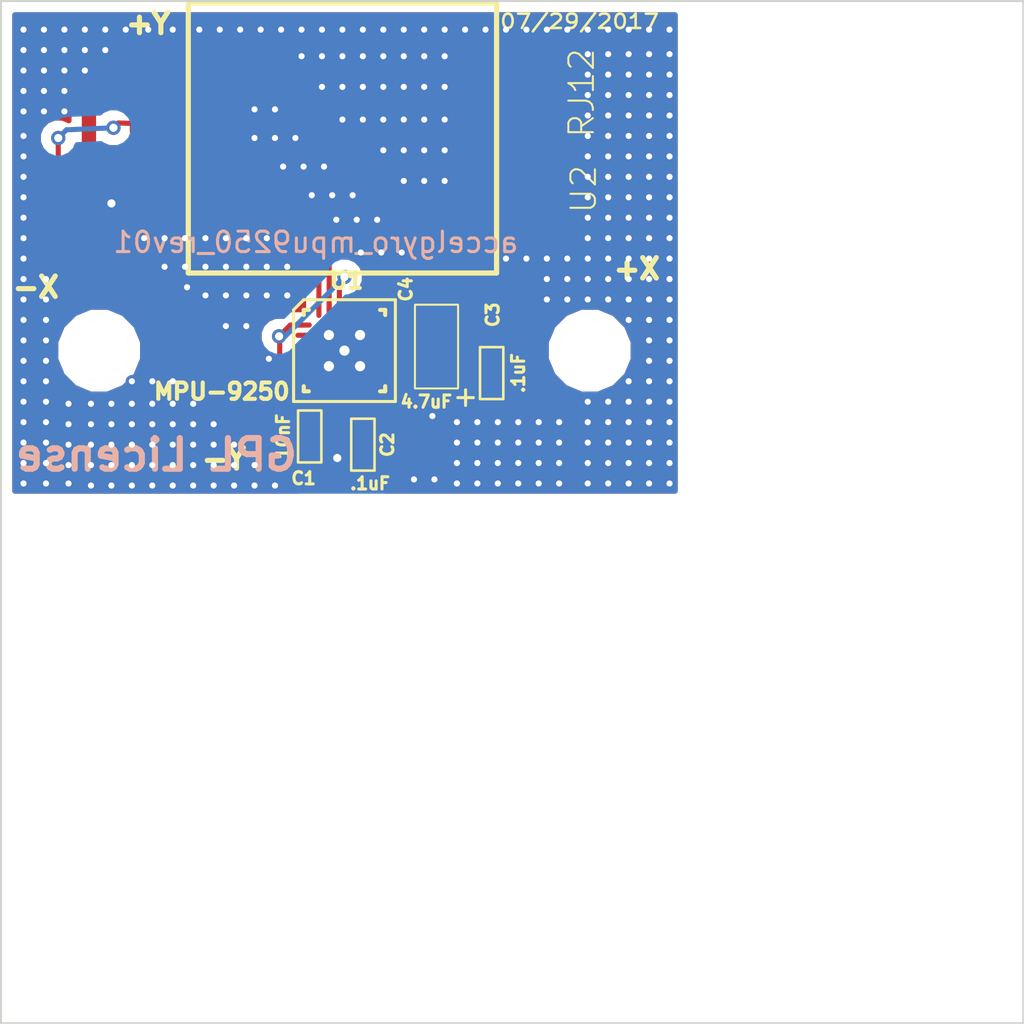
<source format=kicad_pcb>
(kicad_pcb (version 4) (host pcbnew 4.0.6-e0-6349~53~ubuntu16.04.1)

  (general
    (links 353)
    (no_connects 0)
    (area 135.149999 91.817999 185.250001 141.950001)
    (thickness 1.6)
    (drawings 12)
    (tracks 90)
    (zones 0)
    (modules 335)
    (nets 20)
  )

  (page A)
  (layers
    (0 F.Cu signal)
    (31 B.Cu signal)
    (32 B.Adhes user)
    (33 F.Adhes user)
    (34 B.Paste user)
    (35 F.Paste user)
    (36 B.SilkS user)
    (37 F.SilkS user)
    (38 B.Mask user)
    (39 F.Mask user)
    (40 Dwgs.User user)
    (41 Cmts.User user)
    (42 Eco1.User user)
    (43 Eco2.User user)
    (44 Edge.Cuts user)
  )

  (setup
    (last_trace_width 0.5)
    (user_trace_width 0.1)
    (user_trace_width 0.15)
    (user_trace_width 0.2)
    (user_trace_width 0.25)
    (user_trace_width 0.3)
    (user_trace_width 0.35)
    (user_trace_width 0.4)
    (user_trace_width 0.5)
    (user_trace_width 0.6)
    (user_trace_width 0.7)
    (user_trace_width 0.8)
    (user_trace_width 1)
    (trace_clearance 0.05)
    (zone_clearance 0.5)
    (zone_45_only no)
    (trace_min 0.1)
    (segment_width 0.2)
    (edge_width 0.1)
    (via_size 0.7)
    (via_drill 0.4)
    (via_min_size 0.7)
    (via_min_drill 0.4)
    (uvia_size 0.4)
    (uvia_drill 0.127)
    (uvias_allowed no)
    (uvia_min_size 0.4)
    (uvia_min_drill 0.127)
    (pcb_text_width 0.3)
    (pcb_text_size 1.5 1.5)
    (mod_edge_width 0.15)
    (mod_text_size 1 1)
    (mod_text_width 0.15)
    (pad_size 0.6 0.6)
    (pad_drill 0.3)
    (pad_to_mask_clearance 0)
    (aux_axis_origin 0 0)
    (visible_elements 7FFFFFFF)
    (pcbplotparams
      (layerselection 0x000fc_80000001)
      (usegerberextensions true)
      (excludeedgelayer true)
      (linewidth 0.150000)
      (plotframeref false)
      (viasonmask false)
      (mode 1)
      (useauxorigin false)
      (hpglpennumber 1)
      (hpglpenspeed 20)
      (hpglpendiameter 15)
      (hpglpenoverlay 2)
      (psnegative false)
      (psa4output false)
      (plotreference true)
      (plotvalue true)
      (plotinvisibletext false)
      (padsonsilk false)
      (subtractmaskfromsilk false)
      (outputformat 1)
      (mirror false)
      (drillshape 0)
      (scaleselection 1)
      (outputdirectory PCB))
  )

  (net 0 "")
  (net 1 GND)
  (net 2 SCL)
  (net 3 SDA)
  (net 4 Vdd)
  (net 5 "Net-(C2-Pad1)")
  (net 6 INT)
  (net 7 "Net-(U1-Pad2)")
  (net 8 "Net-(U1-Pad3)")
  (net 9 "Net-(U1-Pad4)")
  (net 10 "Net-(U1-Pad5)")
  (net 11 "Net-(U1-Pad6)")
  (net 12 "Net-(U1-Pad7)")
  (net 13 "Net-(U1-Pad14)")
  (net 14 "Net-(U1-Pad15)")
  (net 15 "Net-(U1-Pad16)")
  (net 16 "Net-(U1-Pad17)")
  (net 17 "Net-(U1-Pad19)")
  (net 18 "Net-(U1-Pad21)")
  (net 19 "Net-(U2-Pad5)")

  (net_class Default "This is the default net class."
    (clearance 0.05)
    (trace_width 0.5)
    (via_dia 0.7)
    (via_drill 0.4)
    (uvia_dia 0.4)
    (uvia_drill 0.127)
    (add_net GND)
    (add_net INT)
    (add_net "Net-(C2-Pad1)")
    (add_net "Net-(U1-Pad14)")
    (add_net "Net-(U1-Pad15)")
    (add_net "Net-(U1-Pad16)")
    (add_net "Net-(U1-Pad17)")
    (add_net "Net-(U1-Pad19)")
    (add_net "Net-(U1-Pad2)")
    (add_net "Net-(U1-Pad21)")
    (add_net "Net-(U1-Pad3)")
    (add_net "Net-(U1-Pad4)")
    (add_net "Net-(U1-Pad5)")
    (add_net "Net-(U1-Pad6)")
    (add_net "Net-(U1-Pad7)")
    (add_net "Net-(U2-Pad5)")
    (add_net SCL)
    (add_net SDA)
    (add_net Vdd)
  )

  (module ted_connectors:VIA-0.6mm (layer F.Cu) (tedit 57C7A46B) (tstamp 57C7B603)
    (at 152.8 104.2)
    (fp_text reference REF** (at 0 0.5) (layer F.SilkS) hide
      (effects (font (size 0.127 0.127) (thickness 0.001)))
    )
    (fp_text value VIA-0.6mm (at 0 -0.5) (layer F.Fab) hide
      (effects (font (size 0.127 0.127) (thickness 0.001)))
    )
    (pad 1 thru_hole circle (at 0 0) (size 0.6 0.6) (drill 0.3) (layers *.Cu)
      (net 1 GND) (zone_connect 2))
  )

  (module ted_connectors:VIA-0.6mm (layer F.Cu) (tedit 57C7A46B) (tstamp 57C7B5FF)
    (at 154.8 104.2)
    (fp_text reference REF** (at 0 0.5) (layer F.SilkS) hide
      (effects (font (size 0.127 0.127) (thickness 0.001)))
    )
    (fp_text value VIA-0.6mm (at 0 -0.5) (layer F.Fab) hide
      (effects (font (size 0.127 0.127) (thickness 0.001)))
    )
    (pad 1 thru_hole circle (at 0 0) (size 0.6 0.6) (drill 0.3) (layers *.Cu)
      (net 1 GND) (zone_connect 2))
  )

  (module ted_connectors:VIA-0.6mm (layer F.Cu) (tedit 57C7A46B) (tstamp 57C7B5FB)
    (at 153.8 104.2)
    (fp_text reference REF** (at 0 0.5) (layer F.SilkS) hide
      (effects (font (size 0.127 0.127) (thickness 0.001)))
    )
    (fp_text value VIA-0.6mm (at 0 -0.5) (layer F.Fab) hide
      (effects (font (size 0.127 0.127) (thickness 0.001)))
    )
    (pad 1 thru_hole circle (at 0 0) (size 0.6 0.6) (drill 0.3) (layers *.Cu)
      (net 1 GND) (zone_connect 2))
  )

  (module ted_connectors:VIA-0.6mm (layer F.Cu) (tedit 57C7A46B) (tstamp 57C7B5F7)
    (at 152.6 102.6)
    (fp_text reference REF** (at 0 0.5) (layer F.SilkS) hide
      (effects (font (size 0.127 0.127) (thickness 0.001)))
    )
    (fp_text value VIA-0.6mm (at 0 -0.5) (layer F.Fab) hide
      (effects (font (size 0.127 0.127) (thickness 0.001)))
    )
    (pad 1 thru_hole circle (at 0 0) (size 0.6 0.6) (drill 0.3) (layers *.Cu)
      (net 1 GND) (zone_connect 2))
  )

  (module ted_connectors:VIA-0.6mm (layer F.Cu) (tedit 57C7A46B) (tstamp 57C7B5F3)
    (at 153.6 102.6)
    (fp_text reference REF** (at 0 0.5) (layer F.SilkS) hide
      (effects (font (size 0.127 0.127) (thickness 0.001)))
    )
    (fp_text value VIA-0.6mm (at 0 -0.5) (layer F.Fab) hide
      (effects (font (size 0.127 0.127) (thickness 0.001)))
    )
    (pad 1 thru_hole circle (at 0 0) (size 0.6 0.6) (drill 0.3) (layers *.Cu)
      (net 1 GND) (zone_connect 2))
  )

  (module ted_connectors:VIA-0.6mm (layer F.Cu) (tedit 57C7A46B) (tstamp 57C7B5EF)
    (at 151.6 102.6)
    (fp_text reference REF** (at 0 0.5) (layer F.SilkS) hide
      (effects (font (size 0.127 0.127) (thickness 0.001)))
    )
    (fp_text value VIA-0.6mm (at 0 -0.5) (layer F.Fab) hide
      (effects (font (size 0.127 0.127) (thickness 0.001)))
    )
    (pad 1 thru_hole circle (at 0 0) (size 0.6 0.6) (drill 0.3) (layers *.Cu)
      (net 1 GND) (zone_connect 2))
  )

  (module ted_connectors:VIA-0.6mm (layer F.Cu) (tedit 57C7A46B) (tstamp 57C7B5EB)
    (at 150.4 101.4)
    (fp_text reference REF** (at 0 0.5) (layer F.SilkS) hide
      (effects (font (size 0.127 0.127) (thickness 0.001)))
    )
    (fp_text value VIA-0.6mm (at 0 -0.5) (layer F.Fab) hide
      (effects (font (size 0.127 0.127) (thickness 0.001)))
    )
    (pad 1 thru_hole circle (at 0 0) (size 0.6 0.6) (drill 0.3) (layers *.Cu)
      (net 1 GND) (zone_connect 2))
  )

  (module ted_connectors:VIA-0.6mm (layer F.Cu) (tedit 57C7A46B) (tstamp 57C7B5E7)
    (at 152.4 101.4)
    (fp_text reference REF** (at 0 0.5) (layer F.SilkS) hide
      (effects (font (size 0.127 0.127) (thickness 0.001)))
    )
    (fp_text value VIA-0.6mm (at 0 -0.5) (layer F.Fab) hide
      (effects (font (size 0.127 0.127) (thickness 0.001)))
    )
    (pad 1 thru_hole circle (at 0 0) (size 0.6 0.6) (drill 0.3) (layers *.Cu)
      (net 1 GND) (zone_connect 2))
  )

  (module ted_connectors:VIA-0.6mm (layer F.Cu) (tedit 57C7A46B) (tstamp 57C7B5E3)
    (at 151.4 101.4)
    (fp_text reference REF** (at 0 0.5) (layer F.SilkS) hide
      (effects (font (size 0.127 0.127) (thickness 0.001)))
    )
    (fp_text value VIA-0.6mm (at 0 -0.5) (layer F.Fab) hide
      (effects (font (size 0.127 0.127) (thickness 0.001)))
    )
    (pad 1 thru_hole circle (at 0 0) (size 0.6 0.6) (drill 0.3) (layers *.Cu)
      (net 1 GND) (zone_connect 2))
  )

  (module ted_connectors:VIA-0.6mm (layer F.Cu) (tedit 57C7A46B) (tstamp 57C7B5DF)
    (at 150 100)
    (fp_text reference REF** (at 0 0.5) (layer F.SilkS) hide
      (effects (font (size 0.127 0.127) (thickness 0.001)))
    )
    (fp_text value VIA-0.6mm (at 0 -0.5) (layer F.Fab) hide
      (effects (font (size 0.127 0.127) (thickness 0.001)))
    )
    (pad 1 thru_hole circle (at 0 0) (size 0.6 0.6) (drill 0.3) (layers *.Cu)
      (net 1 GND) (zone_connect 2))
  )

  (module ted_connectors:VIA-0.6mm (layer F.Cu) (tedit 57C7A46B) (tstamp 57C7B5DB)
    (at 151 100)
    (fp_text reference REF** (at 0 0.5) (layer F.SilkS) hide
      (effects (font (size 0.127 0.127) (thickness 0.001)))
    )
    (fp_text value VIA-0.6mm (at 0 -0.5) (layer F.Fab) hide
      (effects (font (size 0.127 0.127) (thickness 0.001)))
    )
    (pad 1 thru_hole circle (at 0 0) (size 0.6 0.6) (drill 0.3) (layers *.Cu)
      (net 1 GND) (zone_connect 2))
  )

  (module ted_connectors:VIA-0.6mm (layer F.Cu) (tedit 57C7A46B) (tstamp 57C7B5D7)
    (at 149 100)
    (fp_text reference REF** (at 0 0.5) (layer F.SilkS) hide
      (effects (font (size 0.127 0.127) (thickness 0.001)))
    )
    (fp_text value VIA-0.6mm (at 0 -0.5) (layer F.Fab) hide
      (effects (font (size 0.127 0.127) (thickness 0.001)))
    )
    (pad 1 thru_hole circle (at 0 0) (size 0.6 0.6) (drill 0.3) (layers *.Cu)
      (net 1 GND) (zone_connect 2))
  )

  (module ted_connectors:VIA-0.6mm (layer F.Cu) (tedit 57C7A46B) (tstamp 57C7B5D3)
    (at 148.6 97.2)
    (fp_text reference REF** (at 0 0.5) (layer F.SilkS) hide
      (effects (font (size 0.127 0.127) (thickness 0.001)))
    )
    (fp_text value VIA-0.6mm (at 0 -0.5) (layer F.Fab) hide
      (effects (font (size 0.127 0.127) (thickness 0.001)))
    )
    (pad 1 thru_hole circle (at 0 0) (size 0.6 0.6) (drill 0.3) (layers *.Cu)
      (net 1 GND) (zone_connect 2))
  )

  (module ted_connectors:VIA-0.6mm (layer F.Cu) (tedit 57C7A46B) (tstamp 57C7B5CF)
    (at 147.6 97.2)
    (fp_text reference REF** (at 0 0.5) (layer F.SilkS) hide
      (effects (font (size 0.127 0.127) (thickness 0.001)))
    )
    (fp_text value VIA-0.6mm (at 0 -0.5) (layer F.Fab) hide
      (effects (font (size 0.127 0.127) (thickness 0.001)))
    )
    (pad 1 thru_hole circle (at 0 0) (size 0.6 0.6) (drill 0.3) (layers *.Cu)
      (net 1 GND) (zone_connect 2))
  )

  (module ted_connectors:VIA-0.6mm (layer F.Cu) (tedit 57C7A46B) (tstamp 57C7B5CB)
    (at 147.6 98.6)
    (fp_text reference REF** (at 0 0.5) (layer F.SilkS) hide
      (effects (font (size 0.127 0.127) (thickness 0.001)))
    )
    (fp_text value VIA-0.6mm (at 0 -0.5) (layer F.Fab) hide
      (effects (font (size 0.127 0.127) (thickness 0.001)))
    )
    (pad 1 thru_hole circle (at 0 0) (size 0.6 0.6) (drill 0.3) (layers *.Cu)
      (net 1 GND) (zone_connect 2))
  )

  (module ted_connectors:VIA-0.6mm (layer F.Cu) (tedit 57C7A46B) (tstamp 57C7B5C7)
    (at 149.6 98.6)
    (fp_text reference REF** (at 0 0.5) (layer F.SilkS) hide
      (effects (font (size 0.127 0.127) (thickness 0.001)))
    )
    (fp_text value VIA-0.6mm (at 0 -0.5) (layer F.Fab) hide
      (effects (font (size 0.127 0.127) (thickness 0.001)))
    )
    (pad 1 thru_hole circle (at 0 0) (size 0.6 0.6) (drill 0.3) (layers *.Cu)
      (net 1 GND) (zone_connect 2))
  )

  (module ted_connectors:VIA-0.6mm (layer F.Cu) (tedit 57C7A46B) (tstamp 57C7B5C3)
    (at 148.6 98.6)
    (fp_text reference REF** (at 0 0.5) (layer F.SilkS) hide
      (effects (font (size 0.127 0.127) (thickness 0.001)))
    )
    (fp_text value VIA-0.6mm (at 0 -0.5) (layer F.Fab) hide
      (effects (font (size 0.127 0.127) (thickness 0.001)))
    )
    (pad 1 thru_hole circle (at 0 0) (size 0.6 0.6) (drill 0.3) (layers *.Cu)
      (net 1 GND) (zone_connect 2))
  )

  (module ted_connectors:VIA-0.6mm (layer F.Cu) (tedit 57C7A46B) (tstamp 57C7B5BF)
    (at 160.9 104.5)
    (fp_text reference REF** (at 0 0.5) (layer F.SilkS) hide
      (effects (font (size 0.127 0.127) (thickness 0.001)))
    )
    (fp_text value VIA-0.6mm (at 0 -0.5) (layer F.Fab) hide
      (effects (font (size 0.127 0.127) (thickness 0.001)))
    )
    (pad 1 thru_hole circle (at 0 0) (size 0.6 0.6) (drill 0.3) (layers *.Cu)
      (net 1 GND) (zone_connect 2))
  )

  (module ted_connectors:VIA-0.6mm (layer F.Cu) (tedit 57C7A46B) (tstamp 57C7B5BB)
    (at 159.9 104.5)
    (fp_text reference REF** (at 0 0.5) (layer F.SilkS) hide
      (effects (font (size 0.127 0.127) (thickness 0.001)))
    )
    (fp_text value VIA-0.6mm (at 0 -0.5) (layer F.Fab) hide
      (effects (font (size 0.127 0.127) (thickness 0.001)))
    )
    (pad 1 thru_hole circle (at 0 0) (size 0.6 0.6) (drill 0.3) (layers *.Cu)
      (net 1 GND) (zone_connect 2))
  )

  (module ted_connectors:VIA-0.6mm (layer F.Cu) (tedit 57C7A46B) (tstamp 57C7B5B7)
    (at 161.9 104.5)
    (fp_text reference REF** (at 0 0.5) (layer F.SilkS) hide
      (effects (font (size 0.127 0.127) (thickness 0.001)))
    )
    (fp_text value VIA-0.6mm (at 0 -0.5) (layer F.Fab) hide
      (effects (font (size 0.127 0.127) (thickness 0.001)))
    )
    (pad 1 thru_hole circle (at 0 0) (size 0.6 0.6) (drill 0.3) (layers *.Cu)
      (net 1 GND) (zone_connect 2))
  )

  (module ted_connectors:VIA-0.6mm (layer F.Cu) (tedit 57C7A46B) (tstamp 57C7B5B3)
    (at 162.9 104.5)
    (fp_text reference REF** (at 0 0.5) (layer F.SilkS) hide
      (effects (font (size 0.127 0.127) (thickness 0.001)))
    )
    (fp_text value VIA-0.6mm (at 0 -0.5) (layer F.Fab) hide
      (effects (font (size 0.127 0.127) (thickness 0.001)))
    )
    (pad 1 thru_hole circle (at 0 0) (size 0.6 0.6) (drill 0.3) (layers *.Cu)
      (net 1 GND) (zone_connect 2))
  )

  (module ted_connectors:VIA-0.6mm (layer F.Cu) (tedit 57C7A46B) (tstamp 57C7B5AF)
    (at 161.9 105.5)
    (fp_text reference REF** (at 0 0.5) (layer F.SilkS) hide
      (effects (font (size 0.127 0.127) (thickness 0.001)))
    )
    (fp_text value VIA-0.6mm (at 0 -0.5) (layer F.Fab) hide
      (effects (font (size 0.127 0.127) (thickness 0.001)))
    )
    (pad 1 thru_hole circle (at 0 0) (size 0.6 0.6) (drill 0.3) (layers *.Cu)
      (net 1 GND) (zone_connect 2))
  )

  (module ted_connectors:VIA-0.6mm (layer F.Cu) (tedit 57C7A46B) (tstamp 57C7B5AB)
    (at 162.9 105.5)
    (fp_text reference REF** (at 0 0.5) (layer F.SilkS) hide
      (effects (font (size 0.127 0.127) (thickness 0.001)))
    )
    (fp_text value VIA-0.6mm (at 0 -0.5) (layer F.Fab) hide
      (effects (font (size 0.127 0.127) (thickness 0.001)))
    )
    (pad 1 thru_hole circle (at 0 0) (size 0.6 0.6) (drill 0.3) (layers *.Cu)
      (net 1 GND) (zone_connect 2))
  )

  (module ted_connectors:VIA-0.6mm (layer F.Cu) (tedit 57C7A46B) (tstamp 57C7B5A7)
    (at 161.9 106.5)
    (fp_text reference REF** (at 0 0.5) (layer F.SilkS) hide
      (effects (font (size 0.127 0.127) (thickness 0.001)))
    )
    (fp_text value VIA-0.6mm (at 0 -0.5) (layer F.Fab) hide
      (effects (font (size 0.127 0.127) (thickness 0.001)))
    )
    (pad 1 thru_hole circle (at 0 0) (size 0.6 0.6) (drill 0.3) (layers *.Cu)
      (net 1 GND) (zone_connect 2))
  )

  (module ted_connectors:VIA-0.6mm (layer F.Cu) (tedit 57C7A46B) (tstamp 57C7B5A3)
    (at 162.9 106.5)
    (fp_text reference REF** (at 0 0.5) (layer F.SilkS) hide
      (effects (font (size 0.127 0.127) (thickness 0.001)))
    )
    (fp_text value VIA-0.6mm (at 0 -0.5) (layer F.Fab) hide
      (effects (font (size 0.127 0.127) (thickness 0.001)))
    )
    (pad 1 thru_hole circle (at 0 0) (size 0.6 0.6) (drill 0.3) (layers *.Cu)
      (net 1 GND) (zone_connect 2))
  )

  (module ted_connectors:VIA-0.6mm (layer F.Cu) (tedit 57C7A46B) (tstamp 57C7B59F)
    (at 148.3 109.4)
    (fp_text reference REF** (at 0 0.5) (layer F.SilkS) hide
      (effects (font (size 0.127 0.127) (thickness 0.001)))
    )
    (fp_text value VIA-0.6mm (at 0 -0.5) (layer F.Fab) hide
      (effects (font (size 0.127 0.127) (thickness 0.001)))
    )
    (pad 1 thru_hole circle (at 0 0) (size 0.6 0.6) (drill 0.3) (layers *.Cu)
      (net 1 GND) (zone_connect 2))
  )

  (module ted_connectors:VIA-0.6mm (layer F.Cu) (tedit 57C7A46B) (tstamp 57C7B596)
    (at 147.2 107.8)
    (fp_text reference REF** (at 0 0.5) (layer F.SilkS) hide
      (effects (font (size 0.127 0.127) (thickness 0.001)))
    )
    (fp_text value VIA-0.6mm (at 0 -0.5) (layer F.Fab) hide
      (effects (font (size 0.127 0.127) (thickness 0.001)))
    )
    (pad 1 thru_hole circle (at 0 0) (size 0.6 0.6) (drill 0.3) (layers *.Cu)
      (net 1 GND) (zone_connect 2))
  )

  (module ted_connectors:VIA-0.6mm (layer F.Cu) (tedit 57C7A46B) (tstamp 57C7B58D)
    (at 149.2 106.3)
    (fp_text reference REF** (at 0 0.5) (layer F.SilkS) hide
      (effects (font (size 0.127 0.127) (thickness 0.001)))
    )
    (fp_text value VIA-0.6mm (at 0 -0.5) (layer F.Fab) hide
      (effects (font (size 0.127 0.127) (thickness 0.001)))
    )
    (pad 1 thru_hole circle (at 0 0) (size 0.6 0.6) (drill 0.3) (layers *.Cu)
      (net 1 GND) (zone_connect 2))
  )

  (module ted_connectors:VIA-0.6mm (layer F.Cu) (tedit 57C7A46B) (tstamp 57C7B589)
    (at 148.2 106.3)
    (fp_text reference REF** (at 0 0.5) (layer F.SilkS) hide
      (effects (font (size 0.127 0.127) (thickness 0.001)))
    )
    (fp_text value VIA-0.6mm (at 0 -0.5) (layer F.Fab) hide
      (effects (font (size 0.127 0.127) (thickness 0.001)))
    )
    (pad 1 thru_hole circle (at 0 0) (size 0.6 0.6) (drill 0.3) (layers *.Cu)
      (net 1 GND) (zone_connect 2))
  )

  (module ted_connectors:VIA-0.6mm (layer F.Cu) (tedit 57C7A46B) (tstamp 57C7B585)
    (at 147.2 106.3)
    (fp_text reference REF** (at 0 0.5) (layer F.SilkS) hide
      (effects (font (size 0.127 0.127) (thickness 0.001)))
    )
    (fp_text value VIA-0.6mm (at 0 -0.5) (layer F.Fab) hide
      (effects (font (size 0.127 0.127) (thickness 0.001)))
    )
    (pad 1 thru_hole circle (at 0 0) (size 0.6 0.6) (drill 0.3) (layers *.Cu)
      (net 1 GND) (zone_connect 2))
  )

  (module ted_connectors:VIA-0.6mm (layer F.Cu) (tedit 57C7A46B) (tstamp 57C7B581)
    (at 146.2 106.3)
    (fp_text reference REF** (at 0 0.5) (layer F.SilkS) hide
      (effects (font (size 0.127 0.127) (thickness 0.001)))
    )
    (fp_text value VIA-0.6mm (at 0 -0.5) (layer F.Fab) hide
      (effects (font (size 0.127 0.127) (thickness 0.001)))
    )
    (pad 1 thru_hole circle (at 0 0) (size 0.6 0.6) (drill 0.3) (layers *.Cu)
      (net 1 GND) (zone_connect 2))
  )

  (module ted_connectors:VIA-0.6mm (layer F.Cu) (tedit 57C7A46B) (tstamp 57C7B57D)
    (at 145.2 106.3)
    (fp_text reference REF** (at 0 0.5) (layer F.SilkS) hide
      (effects (font (size 0.127 0.127) (thickness 0.001)))
    )
    (fp_text value VIA-0.6mm (at 0 -0.5) (layer F.Fab) hide
      (effects (font (size 0.127 0.127) (thickness 0.001)))
    )
    (pad 1 thru_hole circle (at 0 0) (size 0.6 0.6) (drill 0.3) (layers *.Cu)
      (net 1 GND) (zone_connect 2))
  )

  (module ted_connectors:VIA-0.6mm (layer F.Cu) (tedit 57C7A46B) (tstamp 57C7B579)
    (at 144.3 105.9)
    (fp_text reference REF** (at 0 0.5) (layer F.SilkS) hide
      (effects (font (size 0.127 0.127) (thickness 0.001)))
    )
    (fp_text value VIA-0.6mm (at 0 -0.5) (layer F.Fab) hide
      (effects (font (size 0.127 0.127) (thickness 0.001)))
    )
    (pad 1 thru_hole circle (at 0 0) (size 0.6 0.6) (drill 0.3) (layers *.Cu)
      (net 1 GND) (zone_connect 2))
  )

  (module ted_connectors:VIA-0.6mm (layer F.Cu) (tedit 57C7A46B) (tstamp 57C7B575)
    (at 146.2 107.8)
    (fp_text reference REF** (at 0 0.5) (layer F.SilkS) hide
      (effects (font (size 0.127 0.127) (thickness 0.001)))
    )
    (fp_text value VIA-0.6mm (at 0 -0.5) (layer F.Fab) hide
      (effects (font (size 0.127 0.127) (thickness 0.001)))
    )
    (pad 1 thru_hole circle (at 0 0) (size 0.6 0.6) (drill 0.3) (layers *.Cu)
      (net 1 GND) (zone_connect 2))
  )

  (module ted_connectors:VIA-0.6mm (layer F.Cu) (tedit 57C7A46B) (tstamp 57C7B571)
    (at 143.2 104.9)
    (fp_text reference REF** (at 0 0.5) (layer F.SilkS) hide
      (effects (font (size 0.127 0.127) (thickness 0.001)))
    )
    (fp_text value VIA-0.6mm (at 0 -0.5) (layer F.Fab) hide
      (effects (font (size 0.127 0.127) (thickness 0.001)))
    )
    (pad 1 thru_hole circle (at 0 0) (size 0.6 0.6) (drill 0.3) (layers *.Cu)
      (net 1 GND) (zone_connect 2))
  )

  (module ted_connectors:VIA-0.6mm (layer F.Cu) (tedit 57C7A46B) (tstamp 57C7B56D)
    (at 144.2 104.9)
    (fp_text reference REF** (at 0 0.5) (layer F.SilkS) hide
      (effects (font (size 0.127 0.127) (thickness 0.001)))
    )
    (fp_text value VIA-0.6mm (at 0 -0.5) (layer F.Fab) hide
      (effects (font (size 0.127 0.127) (thickness 0.001)))
    )
    (pad 1 thru_hole circle (at 0 0) (size 0.6 0.6) (drill 0.3) (layers *.Cu)
      (net 1 GND) (zone_connect 2))
  )

  (module ted_connectors:VIA-0.6mm (layer F.Cu) (tedit 57C7A46B) (tstamp 57C7B569)
    (at 145.2 104.9)
    (fp_text reference REF** (at 0 0.5) (layer F.SilkS) hide
      (effects (font (size 0.127 0.127) (thickness 0.001)))
    )
    (fp_text value VIA-0.6mm (at 0 -0.5) (layer F.Fab) hide
      (effects (font (size 0.127 0.127) (thickness 0.001)))
    )
    (pad 1 thru_hole circle (at 0 0) (size 0.6 0.6) (drill 0.3) (layers *.Cu)
      (net 1 GND) (zone_connect 2))
  )

  (module ted_connectors:VIA-0.6mm (layer F.Cu) (tedit 57C7A46B) (tstamp 57C7B565)
    (at 146.2 104.9)
    (fp_text reference REF** (at 0 0.5) (layer F.SilkS) hide
      (effects (font (size 0.127 0.127) (thickness 0.001)))
    )
    (fp_text value VIA-0.6mm (at 0 -0.5) (layer F.Fab) hide
      (effects (font (size 0.127 0.127) (thickness 0.001)))
    )
    (pad 1 thru_hole circle (at 0 0) (size 0.6 0.6) (drill 0.3) (layers *.Cu)
      (net 1 GND) (zone_connect 2))
  )

  (module ted_connectors:VIA-0.6mm (layer F.Cu) (tedit 57C7A46B) (tstamp 57C7B561)
    (at 147.2 104.9)
    (fp_text reference REF** (at 0 0.5) (layer F.SilkS) hide
      (effects (font (size 0.127 0.127) (thickness 0.001)))
    )
    (fp_text value VIA-0.6mm (at 0 -0.5) (layer F.Fab) hide
      (effects (font (size 0.127 0.127) (thickness 0.001)))
    )
    (pad 1 thru_hole circle (at 0 0) (size 0.6 0.6) (drill 0.3) (layers *.Cu)
      (net 1 GND) (zone_connect 2))
  )

  (module ted_connectors:VIA-0.6mm (layer F.Cu) (tedit 57C7A46B) (tstamp 57C7B55D)
    (at 148.2 104.9)
    (fp_text reference REF** (at 0 0.5) (layer F.SilkS) hide
      (effects (font (size 0.127 0.127) (thickness 0.001)))
    )
    (fp_text value VIA-0.6mm (at 0 -0.5) (layer F.Fab) hide
      (effects (font (size 0.127 0.127) (thickness 0.001)))
    )
    (pad 1 thru_hole circle (at 0 0) (size 0.6 0.6) (drill 0.3) (layers *.Cu)
      (net 1 GND) (zone_connect 2))
  )

  (module ted_connectors:VIA-0.6mm (layer F.Cu) (tedit 57C7A46B) (tstamp 57C7B559)
    (at 149.2 104.9)
    (fp_text reference REF** (at 0 0.5) (layer F.SilkS) hide
      (effects (font (size 0.127 0.127) (thickness 0.001)))
    )
    (fp_text value VIA-0.6mm (at 0 -0.5) (layer F.Fab) hide
      (effects (font (size 0.127 0.127) (thickness 0.001)))
    )
    (pad 1 thru_hole circle (at 0 0) (size 0.6 0.6) (drill 0.3) (layers *.Cu)
      (net 1 GND) (zone_connect 2))
  )

  (module ted_connectors:VIA-0.6mm (layer F.Cu) (tedit 57C7A46B) (tstamp 57C7B53D)
    (at 148.2 103.5)
    (fp_text reference REF** (at 0 0.5) (layer F.SilkS) hide
      (effects (font (size 0.127 0.127) (thickness 0.001)))
    )
    (fp_text value VIA-0.6mm (at 0 -0.5) (layer F.Fab) hide
      (effects (font (size 0.127 0.127) (thickness 0.001)))
    )
    (pad 1 thru_hole circle (at 0 0) (size 0.6 0.6) (drill 0.3) (layers *.Cu)
      (net 1 GND) (zone_connect 2))
  )

  (module ted_connectors:VIA-0.6mm (layer F.Cu) (tedit 57C7A46B) (tstamp 57C7B539)
    (at 147.2 103.5)
    (fp_text reference REF** (at 0 0.5) (layer F.SilkS) hide
      (effects (font (size 0.127 0.127) (thickness 0.001)))
    )
    (fp_text value VIA-0.6mm (at 0 -0.5) (layer F.Fab) hide
      (effects (font (size 0.127 0.127) (thickness 0.001)))
    )
    (pad 1 thru_hole circle (at 0 0) (size 0.6 0.6) (drill 0.3) (layers *.Cu)
      (net 1 GND) (zone_connect 2))
  )

  (module ted_connectors:VIA-0.6mm (layer F.Cu) (tedit 57C7A46B) (tstamp 57C7B535)
    (at 146.2 103.5)
    (fp_text reference REF** (at 0 0.5) (layer F.SilkS) hide
      (effects (font (size 0.127 0.127) (thickness 0.001)))
    )
    (fp_text value VIA-0.6mm (at 0 -0.5) (layer F.Fab) hide
      (effects (font (size 0.127 0.127) (thickness 0.001)))
    )
    (pad 1 thru_hole circle (at 0 0) (size 0.6 0.6) (drill 0.3) (layers *.Cu)
      (net 1 GND) (zone_connect 2))
  )

  (module ted_connectors:VIA-0.6mm (layer F.Cu) (tedit 57C7A46B) (tstamp 57C7B531)
    (at 145.2 103.5)
    (fp_text reference REF** (at 0 0.5) (layer F.SilkS) hide
      (effects (font (size 0.127 0.127) (thickness 0.001)))
    )
    (fp_text value VIA-0.6mm (at 0 -0.5) (layer F.Fab) hide
      (effects (font (size 0.127 0.127) (thickness 0.001)))
    )
    (pad 1 thru_hole circle (at 0 0) (size 0.6 0.6) (drill 0.3) (layers *.Cu)
      (net 1 GND) (zone_connect 2))
  )

  (module ted_connectors:VIA-0.6mm (layer F.Cu) (tedit 57C7A46B) (tstamp 57C7B52D)
    (at 144.2 103.5)
    (fp_text reference REF** (at 0 0.5) (layer F.SilkS) hide
      (effects (font (size 0.127 0.127) (thickness 0.001)))
    )
    (fp_text value VIA-0.6mm (at 0 -0.5) (layer F.Fab) hide
      (effects (font (size 0.127 0.127) (thickness 0.001)))
    )
    (pad 1 thru_hole circle (at 0 0) (size 0.6 0.6) (drill 0.3) (layers *.Cu)
      (net 1 GND) (zone_connect 2))
  )

  (module ted_connectors:VIA-0.6mm (layer F.Cu) (tedit 57C7A46B) (tstamp 57C7B529)
    (at 143.2 103.5)
    (fp_text reference REF** (at 0 0.5) (layer F.SilkS) hide
      (effects (font (size 0.127 0.127) (thickness 0.001)))
    )
    (fp_text value VIA-0.6mm (at 0 -0.5) (layer F.Fab) hide
      (effects (font (size 0.127 0.127) (thickness 0.001)))
    )
    (pad 1 thru_hole circle (at 0 0) (size 0.6 0.6) (drill 0.3) (layers *.Cu)
      (net 1 GND) (zone_connect 2))
  )

  (module ted_connectors:VIA-0.6mm (layer F.Cu) (tedit 57C7A46B) (tstamp 57C7B524)
    (at 142.2 103.5)
    (fp_text reference REF** (at 0 0.5) (layer F.SilkS) hide
      (effects (font (size 0.127 0.127) (thickness 0.001)))
    )
    (fp_text value VIA-0.6mm (at 0 -0.5) (layer F.Fab) hide
      (effects (font (size 0.127 0.127) (thickness 0.001)))
    )
    (pad 1 thru_hole circle (at 0 0) (size 0.6 0.6) (drill 0.3) (layers *.Cu)
      (net 1 GND) (zone_connect 2))
  )

  (module ted_connectors:VIA-0.6mm (layer F.Cu) (tedit 57C7A46B) (tstamp 57C7B518)
    (at 162.5 115.5)
    (fp_text reference REF** (at 0 0.5) (layer F.SilkS) hide
      (effects (font (size 0.127 0.127) (thickness 0.001)))
    )
    (fp_text value VIA-0.6mm (at 0 -0.5) (layer F.Fab) hide
      (effects (font (size 0.127 0.127) (thickness 0.001)))
    )
    (pad 1 thru_hole circle (at 0 0) (size 0.6 0.6) (drill 0.3) (layers *.Cu)
      (net 1 GND) (zone_connect 2))
  )

  (module ted_connectors:VIA-0.6mm (layer F.Cu) (tedit 57C7A46B) (tstamp 57C7B514)
    (at 161.5 115.5)
    (fp_text reference REF** (at 0 0.5) (layer F.SilkS) hide
      (effects (font (size 0.127 0.127) (thickness 0.001)))
    )
    (fp_text value VIA-0.6mm (at 0 -0.5) (layer F.Fab) hide
      (effects (font (size 0.127 0.127) (thickness 0.001)))
    )
    (pad 1 thru_hole circle (at 0 0) (size 0.6 0.6) (drill 0.3) (layers *.Cu)
      (net 1 GND) (zone_connect 2))
  )

  (module ted_connectors:VIA-0.6mm (layer F.Cu) (tedit 57C7A46B) (tstamp 57C7B510)
    (at 160.5 115.5)
    (fp_text reference REF** (at 0 0.5) (layer F.SilkS) hide
      (effects (font (size 0.127 0.127) (thickness 0.001)))
    )
    (fp_text value VIA-0.6mm (at 0 -0.5) (layer F.Fab) hide
      (effects (font (size 0.127 0.127) (thickness 0.001)))
    )
    (pad 1 thru_hole circle (at 0 0) (size 0.6 0.6) (drill 0.3) (layers *.Cu)
      (net 1 GND) (zone_connect 2))
  )

  (module ted_connectors:VIA-0.6mm (layer F.Cu) (tedit 57C7A46B) (tstamp 57C7B50C)
    (at 159.5 115.5)
    (fp_text reference REF** (at 0 0.5) (layer F.SilkS) hide
      (effects (font (size 0.127 0.127) (thickness 0.001)))
    )
    (fp_text value VIA-0.6mm (at 0 -0.5) (layer F.Fab) hide
      (effects (font (size 0.127 0.127) (thickness 0.001)))
    )
    (pad 1 thru_hole circle (at 0 0) (size 0.6 0.6) (drill 0.3) (layers *.Cu)
      (net 1 GND) (zone_connect 2))
  )

  (module ted_connectors:VIA-0.6mm (layer F.Cu) (tedit 57C7A46B) (tstamp 57C7B508)
    (at 158.5 115.5)
    (fp_text reference REF** (at 0 0.5) (layer F.SilkS) hide
      (effects (font (size 0.127 0.127) (thickness 0.001)))
    )
    (fp_text value VIA-0.6mm (at 0 -0.5) (layer F.Fab) hide
      (effects (font (size 0.127 0.127) (thickness 0.001)))
    )
    (pad 1 thru_hole circle (at 0 0) (size 0.6 0.6) (drill 0.3) (layers *.Cu)
      (net 1 GND) (zone_connect 2))
  )

  (module ted_connectors:VIA-0.6mm (layer F.Cu) (tedit 57C7A46B) (tstamp 57C7B504)
    (at 157.5 115.5)
    (fp_text reference REF** (at 0 0.5) (layer F.SilkS) hide
      (effects (font (size 0.127 0.127) (thickness 0.001)))
    )
    (fp_text value VIA-0.6mm (at 0 -0.5) (layer F.Fab) hide
      (effects (font (size 0.127 0.127) (thickness 0.001)))
    )
    (pad 1 thru_hole circle (at 0 0) (size 0.6 0.6) (drill 0.3) (layers *.Cu)
      (net 1 GND) (zone_connect 2))
  )

  (module ted_connectors:VIA-0.6mm (layer F.Cu) (tedit 57C7A46B) (tstamp 57C7B4FC)
    (at 162.5 114.5)
    (fp_text reference REF** (at 0 0.5) (layer F.SilkS) hide
      (effects (font (size 0.127 0.127) (thickness 0.001)))
    )
    (fp_text value VIA-0.6mm (at 0 -0.5) (layer F.Fab) hide
      (effects (font (size 0.127 0.127) (thickness 0.001)))
    )
    (pad 1 thru_hole circle (at 0 0) (size 0.6 0.6) (drill 0.3) (layers *.Cu)
      (net 1 GND) (zone_connect 2))
  )

  (module ted_connectors:VIA-0.6mm (layer F.Cu) (tedit 57C7A46B) (tstamp 57C7B4F8)
    (at 161.5 114.5)
    (fp_text reference REF** (at 0 0.5) (layer F.SilkS) hide
      (effects (font (size 0.127 0.127) (thickness 0.001)))
    )
    (fp_text value VIA-0.6mm (at 0 -0.5) (layer F.Fab) hide
      (effects (font (size 0.127 0.127) (thickness 0.001)))
    )
    (pad 1 thru_hole circle (at 0 0) (size 0.6 0.6) (drill 0.3) (layers *.Cu)
      (net 1 GND) (zone_connect 2))
  )

  (module ted_connectors:VIA-0.6mm (layer F.Cu) (tedit 57C7A46B) (tstamp 57C7B4F4)
    (at 160.5 114.5)
    (fp_text reference REF** (at 0 0.5) (layer F.SilkS) hide
      (effects (font (size 0.127 0.127) (thickness 0.001)))
    )
    (fp_text value VIA-0.6mm (at 0 -0.5) (layer F.Fab) hide
      (effects (font (size 0.127 0.127) (thickness 0.001)))
    )
    (pad 1 thru_hole circle (at 0 0) (size 0.6 0.6) (drill 0.3) (layers *.Cu)
      (net 1 GND) (zone_connect 2))
  )

  (module ted_connectors:VIA-0.6mm (layer F.Cu) (tedit 57C7A46B) (tstamp 57C7B4F0)
    (at 159.5 114.5)
    (fp_text reference REF** (at 0 0.5) (layer F.SilkS) hide
      (effects (font (size 0.127 0.127) (thickness 0.001)))
    )
    (fp_text value VIA-0.6mm (at 0 -0.5) (layer F.Fab) hide
      (effects (font (size 0.127 0.127) (thickness 0.001)))
    )
    (pad 1 thru_hole circle (at 0 0) (size 0.6 0.6) (drill 0.3) (layers *.Cu)
      (net 1 GND) (zone_connect 2))
  )

  (module ted_connectors:VIA-0.6mm (layer F.Cu) (tedit 57C7A46B) (tstamp 57C7B4EC)
    (at 158.5 114.5)
    (fp_text reference REF** (at 0 0.5) (layer F.SilkS) hide
      (effects (font (size 0.127 0.127) (thickness 0.001)))
    )
    (fp_text value VIA-0.6mm (at 0 -0.5) (layer F.Fab) hide
      (effects (font (size 0.127 0.127) (thickness 0.001)))
    )
    (pad 1 thru_hole circle (at 0 0) (size 0.6 0.6) (drill 0.3) (layers *.Cu)
      (net 1 GND) (zone_connect 2))
  )

  (module ted_connectors:VIA-0.6mm (layer F.Cu) (tedit 57C7A46B) (tstamp 57C7B4E8)
    (at 157.5 114.5)
    (fp_text reference REF** (at 0 0.5) (layer F.SilkS) hide
      (effects (font (size 0.127 0.127) (thickness 0.001)))
    )
    (fp_text value VIA-0.6mm (at 0 -0.5) (layer F.Fab) hide
      (effects (font (size 0.127 0.127) (thickness 0.001)))
    )
    (pad 1 thru_hole circle (at 0 0) (size 0.6 0.6) (drill 0.3) (layers *.Cu)
      (net 1 GND) (zone_connect 2))
  )

  (module ted_connectors:VIA-0.6mm (layer F.Cu) (tedit 57C7A46B) (tstamp 57C7B4E0)
    (at 162.5 113.5)
    (fp_text reference REF** (at 0 0.5) (layer F.SilkS) hide
      (effects (font (size 0.127 0.127) (thickness 0.001)))
    )
    (fp_text value VIA-0.6mm (at 0 -0.5) (layer F.Fab) hide
      (effects (font (size 0.127 0.127) (thickness 0.001)))
    )
    (pad 1 thru_hole circle (at 0 0) (size 0.6 0.6) (drill 0.3) (layers *.Cu)
      (net 1 GND) (zone_connect 2))
  )

  (module ted_connectors:VIA-0.6mm (layer F.Cu) (tedit 57C7A46B) (tstamp 57C7B4DC)
    (at 161.5 113.5)
    (fp_text reference REF** (at 0 0.5) (layer F.SilkS) hide
      (effects (font (size 0.127 0.127) (thickness 0.001)))
    )
    (fp_text value VIA-0.6mm (at 0 -0.5) (layer F.Fab) hide
      (effects (font (size 0.127 0.127) (thickness 0.001)))
    )
    (pad 1 thru_hole circle (at 0 0) (size 0.6 0.6) (drill 0.3) (layers *.Cu)
      (net 1 GND) (zone_connect 2))
  )

  (module ted_connectors:VIA-0.6mm (layer F.Cu) (tedit 57C7A46B) (tstamp 57C7B4D8)
    (at 160.5 113.5)
    (fp_text reference REF** (at 0 0.5) (layer F.SilkS) hide
      (effects (font (size 0.127 0.127) (thickness 0.001)))
    )
    (fp_text value VIA-0.6mm (at 0 -0.5) (layer F.Fab) hide
      (effects (font (size 0.127 0.127) (thickness 0.001)))
    )
    (pad 1 thru_hole circle (at 0 0) (size 0.6 0.6) (drill 0.3) (layers *.Cu)
      (net 1 GND) (zone_connect 2))
  )

  (module ted_connectors:VIA-0.6mm (layer F.Cu) (tedit 57C7A46B) (tstamp 57C7B4D4)
    (at 159.5 113.5)
    (fp_text reference REF** (at 0 0.5) (layer F.SilkS) hide
      (effects (font (size 0.127 0.127) (thickness 0.001)))
    )
    (fp_text value VIA-0.6mm (at 0 -0.5) (layer F.Fab) hide
      (effects (font (size 0.127 0.127) (thickness 0.001)))
    )
    (pad 1 thru_hole circle (at 0 0) (size 0.6 0.6) (drill 0.3) (layers *.Cu)
      (net 1 GND) (zone_connect 2))
  )

  (module ted_connectors:VIA-0.6mm (layer F.Cu) (tedit 57C7A46B) (tstamp 57C7B4D0)
    (at 158.5 113.5)
    (fp_text reference REF** (at 0 0.5) (layer F.SilkS) hide
      (effects (font (size 0.127 0.127) (thickness 0.001)))
    )
    (fp_text value VIA-0.6mm (at 0 -0.5) (layer F.Fab) hide
      (effects (font (size 0.127 0.127) (thickness 0.001)))
    )
    (pad 1 thru_hole circle (at 0 0) (size 0.6 0.6) (drill 0.3) (layers *.Cu)
      (net 1 GND) (zone_connect 2))
  )

  (module ted_connectors:VIA-0.6mm (layer F.Cu) (tedit 57C7A46B) (tstamp 57C7B4CC)
    (at 157.5 113.5)
    (fp_text reference REF** (at 0 0.5) (layer F.SilkS) hide
      (effects (font (size 0.127 0.127) (thickness 0.001)))
    )
    (fp_text value VIA-0.6mm (at 0 -0.5) (layer F.Fab) hide
      (effects (font (size 0.127 0.127) (thickness 0.001)))
    )
    (pad 1 thru_hole circle (at 0 0) (size 0.6 0.6) (drill 0.3) (layers *.Cu)
      (net 1 GND) (zone_connect 2))
  )

  (module ted_connectors:VIA-0.6mm (layer F.Cu) (tedit 57C7A46B) (tstamp 57C7B4C4)
    (at 162.5 112.5)
    (fp_text reference REF** (at 0 0.5) (layer F.SilkS) hide
      (effects (font (size 0.127 0.127) (thickness 0.001)))
    )
    (fp_text value VIA-0.6mm (at 0 -0.5) (layer F.Fab) hide
      (effects (font (size 0.127 0.127) (thickness 0.001)))
    )
    (pad 1 thru_hole circle (at 0 0) (size 0.6 0.6) (drill 0.3) (layers *.Cu)
      (net 1 GND) (zone_connect 2))
  )

  (module ted_connectors:VIA-0.6mm (layer F.Cu) (tedit 57C7A46B) (tstamp 57C7B4C0)
    (at 161.5 112.5)
    (fp_text reference REF** (at 0 0.5) (layer F.SilkS) hide
      (effects (font (size 0.127 0.127) (thickness 0.001)))
    )
    (fp_text value VIA-0.6mm (at 0 -0.5) (layer F.Fab) hide
      (effects (font (size 0.127 0.127) (thickness 0.001)))
    )
    (pad 1 thru_hole circle (at 0 0) (size 0.6 0.6) (drill 0.3) (layers *.Cu)
      (net 1 GND) (zone_connect 2))
  )

  (module ted_connectors:VIA-0.6mm (layer F.Cu) (tedit 57C7A46B) (tstamp 57C7B4BC)
    (at 160.5 112.5)
    (fp_text reference REF** (at 0 0.5) (layer F.SilkS) hide
      (effects (font (size 0.127 0.127) (thickness 0.001)))
    )
    (fp_text value VIA-0.6mm (at 0 -0.5) (layer F.Fab) hide
      (effects (font (size 0.127 0.127) (thickness 0.001)))
    )
    (pad 1 thru_hole circle (at 0 0) (size 0.6 0.6) (drill 0.3) (layers *.Cu)
      (net 1 GND) (zone_connect 2))
  )

  (module ted_connectors:VIA-0.6mm (layer F.Cu) (tedit 57C7A46B) (tstamp 57C7B4B8)
    (at 159.5 112.5)
    (fp_text reference REF** (at 0 0.5) (layer F.SilkS) hide
      (effects (font (size 0.127 0.127) (thickness 0.001)))
    )
    (fp_text value VIA-0.6mm (at 0 -0.5) (layer F.Fab) hide
      (effects (font (size 0.127 0.127) (thickness 0.001)))
    )
    (pad 1 thru_hole circle (at 0 0) (size 0.6 0.6) (drill 0.3) (layers *.Cu)
      (net 1 GND) (zone_connect 2))
  )

  (module ted_connectors:VIA-0.6mm (layer F.Cu) (tedit 57C7A46B) (tstamp 57C7B4B4)
    (at 158.5 112.5)
    (fp_text reference REF** (at 0 0.5) (layer F.SilkS) hide
      (effects (font (size 0.127 0.127) (thickness 0.001)))
    )
    (fp_text value VIA-0.6mm (at 0 -0.5) (layer F.Fab) hide
      (effects (font (size 0.127 0.127) (thickness 0.001)))
    )
    (pad 1 thru_hole circle (at 0 0) (size 0.6 0.6) (drill 0.3) (layers *.Cu)
      (net 1 GND) (zone_connect 2))
  )

  (module ted_connectors:VIA-0.6mm (layer F.Cu) (tedit 57C7A46B) (tstamp 57C7B413)
    (at 157.5 112.5)
    (fp_text reference REF** (at 0 0.5) (layer F.SilkS) hide
      (effects (font (size 0.127 0.127) (thickness 0.001)))
    )
    (fp_text value VIA-0.6mm (at 0 -0.5) (layer F.Fab) hide
      (effects (font (size 0.127 0.127) (thickness 0.001)))
    )
    (pad 1 thru_hole circle (at 0 0) (size 0.6 0.6) (drill 0.3) (layers *.Cu)
      (net 1 GND) (zone_connect 2))
  )

  (module ted_connectors:VIA-0.6mm (layer F.Cu) (tedit 57C7A46B) (tstamp 57C7B3C9)
    (at 167.9 115.5)
    (fp_text reference REF** (at 0 0.5) (layer F.SilkS) hide
      (effects (font (size 0.127 0.127) (thickness 0.001)))
    )
    (fp_text value VIA-0.6mm (at 0 -0.5) (layer F.Fab) hide
      (effects (font (size 0.127 0.127) (thickness 0.001)))
    )
    (pad 1 thru_hole circle (at 0 0) (size 0.6 0.6) (drill 0.3) (layers *.Cu)
      (net 1 GND) (zone_connect 2))
  )

  (module ted_connectors:VIA-0.6mm (layer F.Cu) (tedit 57C7A46B) (tstamp 57C7B3C5)
    (at 166.9 115.5)
    (fp_text reference REF** (at 0 0.5) (layer F.SilkS) hide
      (effects (font (size 0.127 0.127) (thickness 0.001)))
    )
    (fp_text value VIA-0.6mm (at 0 -0.5) (layer F.Fab) hide
      (effects (font (size 0.127 0.127) (thickness 0.001)))
    )
    (pad 1 thru_hole circle (at 0 0) (size 0.6 0.6) (drill 0.3) (layers *.Cu)
      (net 1 GND) (zone_connect 2))
  )

  (module ted_connectors:VIA-0.6mm (layer F.Cu) (tedit 57C7A46B) (tstamp 57C7B3C1)
    (at 165.9 115.5)
    (fp_text reference REF** (at 0 0.5) (layer F.SilkS) hide
      (effects (font (size 0.127 0.127) (thickness 0.001)))
    )
    (fp_text value VIA-0.6mm (at 0 -0.5) (layer F.Fab) hide
      (effects (font (size 0.127 0.127) (thickness 0.001)))
    )
    (pad 1 thru_hole circle (at 0 0) (size 0.6 0.6) (drill 0.3) (layers *.Cu)
      (net 1 GND) (zone_connect 2))
  )

  (module ted_connectors:VIA-0.6mm (layer F.Cu) (tedit 57C7A46B) (tstamp 57C7B3BD)
    (at 164.9 115.5)
    (fp_text reference REF** (at 0 0.5) (layer F.SilkS) hide
      (effects (font (size 0.127 0.127) (thickness 0.001)))
    )
    (fp_text value VIA-0.6mm (at 0 -0.5) (layer F.Fab) hide
      (effects (font (size 0.127 0.127) (thickness 0.001)))
    )
    (pad 1 thru_hole circle (at 0 0) (size 0.6 0.6) (drill 0.3) (layers *.Cu)
      (net 1 GND) (zone_connect 2))
  )

  (module ted_connectors:VIA-0.6mm (layer F.Cu) (tedit 57C7A46B) (tstamp 57C7B3B9)
    (at 163.9 115.5)
    (fp_text reference REF** (at 0 0.5) (layer F.SilkS) hide
      (effects (font (size 0.127 0.127) (thickness 0.001)))
    )
    (fp_text value VIA-0.6mm (at 0 -0.5) (layer F.Fab) hide
      (effects (font (size 0.127 0.127) (thickness 0.001)))
    )
    (pad 1 thru_hole circle (at 0 0) (size 0.6 0.6) (drill 0.3) (layers *.Cu)
      (net 1 GND) (zone_connect 2))
  )

  (module ted_connectors:VIA-0.6mm (layer F.Cu) (tedit 57C7A46B) (tstamp 57C7B3B5)
    (at 167.9 114.5)
    (fp_text reference REF** (at 0 0.5) (layer F.SilkS) hide
      (effects (font (size 0.127 0.127) (thickness 0.001)))
    )
    (fp_text value VIA-0.6mm (at 0 -0.5) (layer F.Fab) hide
      (effects (font (size 0.127 0.127) (thickness 0.001)))
    )
    (pad 1 thru_hole circle (at 0 0) (size 0.6 0.6) (drill 0.3) (layers *.Cu)
      (net 1 GND) (zone_connect 2))
  )

  (module ted_connectors:VIA-0.6mm (layer F.Cu) (tedit 57C7A46B) (tstamp 57C7B3B1)
    (at 166.9 114.5)
    (fp_text reference REF** (at 0 0.5) (layer F.SilkS) hide
      (effects (font (size 0.127 0.127) (thickness 0.001)))
    )
    (fp_text value VIA-0.6mm (at 0 -0.5) (layer F.Fab) hide
      (effects (font (size 0.127 0.127) (thickness 0.001)))
    )
    (pad 1 thru_hole circle (at 0 0) (size 0.6 0.6) (drill 0.3) (layers *.Cu)
      (net 1 GND) (zone_connect 2))
  )

  (module ted_connectors:VIA-0.6mm (layer F.Cu) (tedit 57C7A46B) (tstamp 57C7B3AD)
    (at 165.9 114.5)
    (fp_text reference REF** (at 0 0.5) (layer F.SilkS) hide
      (effects (font (size 0.127 0.127) (thickness 0.001)))
    )
    (fp_text value VIA-0.6mm (at 0 -0.5) (layer F.Fab) hide
      (effects (font (size 0.127 0.127) (thickness 0.001)))
    )
    (pad 1 thru_hole circle (at 0 0) (size 0.6 0.6) (drill 0.3) (layers *.Cu)
      (net 1 GND) (zone_connect 2))
  )

  (module ted_connectors:VIA-0.6mm (layer F.Cu) (tedit 57C7A46B) (tstamp 57C7B3A9)
    (at 164.9 114.5)
    (fp_text reference REF** (at 0 0.5) (layer F.SilkS) hide
      (effects (font (size 0.127 0.127) (thickness 0.001)))
    )
    (fp_text value VIA-0.6mm (at 0 -0.5) (layer F.Fab) hide
      (effects (font (size 0.127 0.127) (thickness 0.001)))
    )
    (pad 1 thru_hole circle (at 0 0) (size 0.6 0.6) (drill 0.3) (layers *.Cu)
      (net 1 GND) (zone_connect 2))
  )

  (module ted_connectors:VIA-0.6mm (layer F.Cu) (tedit 57C7A46B) (tstamp 57C7B3A5)
    (at 163.9 114.5)
    (fp_text reference REF** (at 0 0.5) (layer F.SilkS) hide
      (effects (font (size 0.127 0.127) (thickness 0.001)))
    )
    (fp_text value VIA-0.6mm (at 0 -0.5) (layer F.Fab) hide
      (effects (font (size 0.127 0.127) (thickness 0.001)))
    )
    (pad 1 thru_hole circle (at 0 0) (size 0.6 0.6) (drill 0.3) (layers *.Cu)
      (net 1 GND) (zone_connect 2))
  )

  (module ted_connectors:VIA-0.6mm (layer F.Cu) (tedit 57C7A46B) (tstamp 57C7B3A1)
    (at 167.9 113.5)
    (fp_text reference REF** (at 0 0.5) (layer F.SilkS) hide
      (effects (font (size 0.127 0.127) (thickness 0.001)))
    )
    (fp_text value VIA-0.6mm (at 0 -0.5) (layer F.Fab) hide
      (effects (font (size 0.127 0.127) (thickness 0.001)))
    )
    (pad 1 thru_hole circle (at 0 0) (size 0.6 0.6) (drill 0.3) (layers *.Cu)
      (net 1 GND) (zone_connect 2))
  )

  (module ted_connectors:VIA-0.6mm (layer F.Cu) (tedit 57C7A46B) (tstamp 57C7B39D)
    (at 166.9 113.5)
    (fp_text reference REF** (at 0 0.5) (layer F.SilkS) hide
      (effects (font (size 0.127 0.127) (thickness 0.001)))
    )
    (fp_text value VIA-0.6mm (at 0 -0.5) (layer F.Fab) hide
      (effects (font (size 0.127 0.127) (thickness 0.001)))
    )
    (pad 1 thru_hole circle (at 0 0) (size 0.6 0.6) (drill 0.3) (layers *.Cu)
      (net 1 GND) (zone_connect 2))
  )

  (module ted_connectors:VIA-0.6mm (layer F.Cu) (tedit 57C7A46B) (tstamp 57C7B399)
    (at 165.9 113.5)
    (fp_text reference REF** (at 0 0.5) (layer F.SilkS) hide
      (effects (font (size 0.127 0.127) (thickness 0.001)))
    )
    (fp_text value VIA-0.6mm (at 0 -0.5) (layer F.Fab) hide
      (effects (font (size 0.127 0.127) (thickness 0.001)))
    )
    (pad 1 thru_hole circle (at 0 0) (size 0.6 0.6) (drill 0.3) (layers *.Cu)
      (net 1 GND) (zone_connect 2))
  )

  (module ted_connectors:VIA-0.6mm (layer F.Cu) (tedit 57C7A46B) (tstamp 57C7B395)
    (at 164.9 113.5)
    (fp_text reference REF** (at 0 0.5) (layer F.SilkS) hide
      (effects (font (size 0.127 0.127) (thickness 0.001)))
    )
    (fp_text value VIA-0.6mm (at 0 -0.5) (layer F.Fab) hide
      (effects (font (size 0.127 0.127) (thickness 0.001)))
    )
    (pad 1 thru_hole circle (at 0 0) (size 0.6 0.6) (drill 0.3) (layers *.Cu)
      (net 1 GND) (zone_connect 2))
  )

  (module ted_connectors:VIA-0.6mm (layer F.Cu) (tedit 57C7A46B) (tstamp 57C7B391)
    (at 163.9 113.5)
    (fp_text reference REF** (at 0 0.5) (layer F.SilkS) hide
      (effects (font (size 0.127 0.127) (thickness 0.001)))
    )
    (fp_text value VIA-0.6mm (at 0 -0.5) (layer F.Fab) hide
      (effects (font (size 0.127 0.127) (thickness 0.001)))
    )
    (pad 1 thru_hole circle (at 0 0) (size 0.6 0.6) (drill 0.3) (layers *.Cu)
      (net 1 GND) (zone_connect 2))
  )

  (module ted_connectors:VIA-0.6mm (layer F.Cu) (tedit 57C7A46B) (tstamp 57C7B38D)
    (at 167.9 112.5)
    (fp_text reference REF** (at 0 0.5) (layer F.SilkS) hide
      (effects (font (size 0.127 0.127) (thickness 0.001)))
    )
    (fp_text value VIA-0.6mm (at 0 -0.5) (layer F.Fab) hide
      (effects (font (size 0.127 0.127) (thickness 0.001)))
    )
    (pad 1 thru_hole circle (at 0 0) (size 0.6 0.6) (drill 0.3) (layers *.Cu)
      (net 1 GND) (zone_connect 2))
  )

  (module ted_connectors:VIA-0.6mm (layer F.Cu) (tedit 57C7A46B) (tstamp 57C7B389)
    (at 166.9 112.5)
    (fp_text reference REF** (at 0 0.5) (layer F.SilkS) hide
      (effects (font (size 0.127 0.127) (thickness 0.001)))
    )
    (fp_text value VIA-0.6mm (at 0 -0.5) (layer F.Fab) hide
      (effects (font (size 0.127 0.127) (thickness 0.001)))
    )
    (pad 1 thru_hole circle (at 0 0) (size 0.6 0.6) (drill 0.3) (layers *.Cu)
      (net 1 GND) (zone_connect 2))
  )

  (module ted_connectors:VIA-0.6mm (layer F.Cu) (tedit 57C7A46B) (tstamp 57C7B385)
    (at 165.9 112.5)
    (fp_text reference REF** (at 0 0.5) (layer F.SilkS) hide
      (effects (font (size 0.127 0.127) (thickness 0.001)))
    )
    (fp_text value VIA-0.6mm (at 0 -0.5) (layer F.Fab) hide
      (effects (font (size 0.127 0.127) (thickness 0.001)))
    )
    (pad 1 thru_hole circle (at 0 0) (size 0.6 0.6) (drill 0.3) (layers *.Cu)
      (net 1 GND) (zone_connect 2))
  )

  (module ted_connectors:VIA-0.6mm (layer F.Cu) (tedit 57C7A46B) (tstamp 57C7B381)
    (at 164.9 112.5)
    (fp_text reference REF** (at 0 0.5) (layer F.SilkS) hide
      (effects (font (size 0.127 0.127) (thickness 0.001)))
    )
    (fp_text value VIA-0.6mm (at 0 -0.5) (layer F.Fab) hide
      (effects (font (size 0.127 0.127) (thickness 0.001)))
    )
    (pad 1 thru_hole circle (at 0 0) (size 0.6 0.6) (drill 0.3) (layers *.Cu)
      (net 1 GND) (zone_connect 2))
  )

  (module ted_connectors:VIA-0.6mm (layer F.Cu) (tedit 57C7A46B) (tstamp 57C7B37D)
    (at 163.9 112.5)
    (fp_text reference REF** (at 0 0.5) (layer F.SilkS) hide
      (effects (font (size 0.127 0.127) (thickness 0.001)))
    )
    (fp_text value VIA-0.6mm (at 0 -0.5) (layer F.Fab) hide
      (effects (font (size 0.127 0.127) (thickness 0.001)))
    )
    (pad 1 thru_hole circle (at 0 0) (size 0.6 0.6) (drill 0.3) (layers *.Cu)
      (net 1 GND) (zone_connect 2))
  )

  (module ted_connectors:VIA-0.6mm (layer F.Cu) (tedit 57C7A46B) (tstamp 57C7B379)
    (at 167.9 111.5)
    (fp_text reference REF** (at 0 0.5) (layer F.SilkS) hide
      (effects (font (size 0.127 0.127) (thickness 0.001)))
    )
    (fp_text value VIA-0.6mm (at 0 -0.5) (layer F.Fab) hide
      (effects (font (size 0.127 0.127) (thickness 0.001)))
    )
    (pad 1 thru_hole circle (at 0 0) (size 0.6 0.6) (drill 0.3) (layers *.Cu)
      (net 1 GND) (zone_connect 2))
  )

  (module ted_connectors:VIA-0.6mm (layer F.Cu) (tedit 57C7A46B) (tstamp 57C7B375)
    (at 166.9 111.5)
    (fp_text reference REF** (at 0 0.5) (layer F.SilkS) hide
      (effects (font (size 0.127 0.127) (thickness 0.001)))
    )
    (fp_text value VIA-0.6mm (at 0 -0.5) (layer F.Fab) hide
      (effects (font (size 0.127 0.127) (thickness 0.001)))
    )
    (pad 1 thru_hole circle (at 0 0) (size 0.6 0.6) (drill 0.3) (layers *.Cu)
      (net 1 GND) (zone_connect 2))
  )

  (module ted_connectors:VIA-0.6mm (layer F.Cu) (tedit 57C7A46B) (tstamp 57C7B371)
    (at 165.9 111.5)
    (fp_text reference REF** (at 0 0.5) (layer F.SilkS) hide
      (effects (font (size 0.127 0.127) (thickness 0.001)))
    )
    (fp_text value VIA-0.6mm (at 0 -0.5) (layer F.Fab) hide
      (effects (font (size 0.127 0.127) (thickness 0.001)))
    )
    (pad 1 thru_hole circle (at 0 0) (size 0.6 0.6) (drill 0.3) (layers *.Cu)
      (net 1 GND) (zone_connect 2))
  )

  (module ted_connectors:VIA-0.6mm (layer F.Cu) (tedit 57C7A46B) (tstamp 57C7B36D)
    (at 164.9 111.5)
    (fp_text reference REF** (at 0 0.5) (layer F.SilkS) hide
      (effects (font (size 0.127 0.127) (thickness 0.001)))
    )
    (fp_text value VIA-0.6mm (at 0 -0.5) (layer F.Fab) hide
      (effects (font (size 0.127 0.127) (thickness 0.001)))
    )
    (pad 1 thru_hole circle (at 0 0) (size 0.6 0.6) (drill 0.3) (layers *.Cu)
      (net 1 GND) (zone_connect 2))
  )

  (module ted_connectors:VIA-0.6mm (layer F.Cu) (tedit 57C7A46B) (tstamp 57C7B369)
    (at 163.9 111.5)
    (fp_text reference REF** (at 0 0.5) (layer F.SilkS) hide
      (effects (font (size 0.127 0.127) (thickness 0.001)))
    )
    (fp_text value VIA-0.6mm (at 0 -0.5) (layer F.Fab) hide
      (effects (font (size 0.127 0.127) (thickness 0.001)))
    )
    (pad 1 thru_hole circle (at 0 0) (size 0.6 0.6) (drill 0.3) (layers *.Cu)
      (net 1 GND) (zone_connect 2))
  )

  (module ted_connectors:VIA-0.6mm (layer F.Cu) (tedit 57C7A46B) (tstamp 57C7B365)
    (at 167.9 110.5)
    (fp_text reference REF** (at 0 0.5) (layer F.SilkS) hide
      (effects (font (size 0.127 0.127) (thickness 0.001)))
    )
    (fp_text value VIA-0.6mm (at 0 -0.5) (layer F.Fab) hide
      (effects (font (size 0.127 0.127) (thickness 0.001)))
    )
    (pad 1 thru_hole circle (at 0 0) (size 0.6 0.6) (drill 0.3) (layers *.Cu)
      (net 1 GND) (zone_connect 2))
  )

  (module ted_connectors:VIA-0.6mm (layer F.Cu) (tedit 57C7A46B) (tstamp 57C7B361)
    (at 166.9 110.5)
    (fp_text reference REF** (at 0 0.5) (layer F.SilkS) hide
      (effects (font (size 0.127 0.127) (thickness 0.001)))
    )
    (fp_text value VIA-0.6mm (at 0 -0.5) (layer F.Fab) hide
      (effects (font (size 0.127 0.127) (thickness 0.001)))
    )
    (pad 1 thru_hole circle (at 0 0) (size 0.6 0.6) (drill 0.3) (layers *.Cu)
      (net 1 GND) (zone_connect 2))
  )

  (module ted_connectors:VIA-0.6mm (layer F.Cu) (tedit 57C7A46B) (tstamp 57C7B35D)
    (at 165.9 110.5)
    (fp_text reference REF** (at 0 0.5) (layer F.SilkS) hide
      (effects (font (size 0.127 0.127) (thickness 0.001)))
    )
    (fp_text value VIA-0.6mm (at 0 -0.5) (layer F.Fab) hide
      (effects (font (size 0.127 0.127) (thickness 0.001)))
    )
    (pad 1 thru_hole circle (at 0 0) (size 0.6 0.6) (drill 0.3) (layers *.Cu)
      (net 1 GND) (zone_connect 2))
  )

  (module ted_connectors:VIA-0.6mm (layer F.Cu) (tedit 57C7A46B) (tstamp 57C7B355)
    (at 156.3 112.2)
    (fp_text reference REF** (at 0 0.5) (layer F.SilkS) hide
      (effects (font (size 0.127 0.127) (thickness 0.001)))
    )
    (fp_text value VIA-0.6mm (at 0 -0.5) (layer F.Fab) hide
      (effects (font (size 0.127 0.127) (thickness 0.001)))
    )
    (pad 1 thru_hole circle (at 0 0) (size 0.6 0.6) (drill 0.3) (layers *.Cu)
      (net 1 GND) (zone_connect 2))
  )

  (module ted_connectors:VIA-0.6mm (layer F.Cu) (tedit 57C7A46B) (tstamp 57C7B351)
    (at 167.9 109.5)
    (fp_text reference REF** (at 0 0.5) (layer F.SilkS) hide
      (effects (font (size 0.127 0.127) (thickness 0.001)))
    )
    (fp_text value VIA-0.6mm (at 0 -0.5) (layer F.Fab) hide
      (effects (font (size 0.127 0.127) (thickness 0.001)))
    )
    (pad 1 thru_hole circle (at 0 0) (size 0.6 0.6) (drill 0.3) (layers *.Cu)
      (net 1 GND) (zone_connect 2))
  )

  (module ted_connectors:VIA-0.6mm (layer F.Cu) (tedit 57C7A46B) (tstamp 57C7B34D)
    (at 166.9 109.5)
    (fp_text reference REF** (at 0 0.5) (layer F.SilkS) hide
      (effects (font (size 0.127 0.127) (thickness 0.001)))
    )
    (fp_text value VIA-0.6mm (at 0 -0.5) (layer F.Fab) hide
      (effects (font (size 0.127 0.127) (thickness 0.001)))
    )
    (pad 1 thru_hole circle (at 0 0) (size 0.6 0.6) (drill 0.3) (layers *.Cu)
      (net 1 GND) (zone_connect 2))
  )

  (module ted_connectors:VIA-0.6mm (layer F.Cu) (tedit 57C7A46B) (tstamp 57C7B345)
    (at 155.4 115.3)
    (fp_text reference REF** (at 0 0.5) (layer F.SilkS) hide
      (effects (font (size 0.127 0.127) (thickness 0.001)))
    )
    (fp_text value VIA-0.6mm (at 0 -0.5) (layer F.Fab) hide
      (effects (font (size 0.127 0.127) (thickness 0.001)))
    )
    (pad 1 thru_hole circle (at 0 0) (size 0.6 0.6) (drill 0.3) (layers *.Cu)
      (net 1 GND) (zone_connect 2))
  )

  (module ted_connectors:VIA-0.6mm (layer F.Cu) (tedit 57C7A46B) (tstamp 57C7B33D)
    (at 167.9 108.5)
    (fp_text reference REF** (at 0 0.5) (layer F.SilkS) hide
      (effects (font (size 0.127 0.127) (thickness 0.001)))
    )
    (fp_text value VIA-0.6mm (at 0 -0.5) (layer F.Fab) hide
      (effects (font (size 0.127 0.127) (thickness 0.001)))
    )
    (pad 1 thru_hole circle (at 0 0) (size 0.6 0.6) (drill 0.3) (layers *.Cu)
      (net 1 GND) (zone_connect 2))
  )

  (module ted_connectors:VIA-0.6mm (layer F.Cu) (tedit 57C7A46B) (tstamp 57C7B339)
    (at 166.9 108.5)
    (fp_text reference REF** (at 0 0.5) (layer F.SilkS) hide
      (effects (font (size 0.127 0.127) (thickness 0.001)))
    )
    (fp_text value VIA-0.6mm (at 0 -0.5) (layer F.Fab) hide
      (effects (font (size 0.127 0.127) (thickness 0.001)))
    )
    (pad 1 thru_hole circle (at 0 0) (size 0.6 0.6) (drill 0.3) (layers *.Cu)
      (net 1 GND) (zone_connect 2))
  )

  (module ted_connectors:VIA-0.6mm (layer F.Cu) (tedit 57C7A46B) (tstamp 57C7B331)
    (at 156.4 115.3)
    (fp_text reference REF** (at 0 0.5) (layer F.SilkS) hide
      (effects (font (size 0.127 0.127) (thickness 0.001)))
    )
    (fp_text value VIA-0.6mm (at 0 -0.5) (layer F.Fab) hide
      (effects (font (size 0.127 0.127) (thickness 0.001)))
    )
    (pad 1 thru_hole circle (at 0 0) (size 0.6 0.6) (drill 0.3) (layers *.Cu)
      (net 1 GND) (zone_connect 2))
  )

  (module ted_connectors:VIA-0.6mm (layer F.Cu) (tedit 57C7A46B) (tstamp 57C7B329)
    (at 167.9 107.5)
    (fp_text reference REF** (at 0 0.5) (layer F.SilkS) hide
      (effects (font (size 0.127 0.127) (thickness 0.001)))
    )
    (fp_text value VIA-0.6mm (at 0 -0.5) (layer F.Fab) hide
      (effects (font (size 0.127 0.127) (thickness 0.001)))
    )
    (pad 1 thru_hole circle (at 0 0) (size 0.6 0.6) (drill 0.3) (layers *.Cu)
      (net 1 GND) (zone_connect 2))
  )

  (module ted_connectors:VIA-0.6mm (layer F.Cu) (tedit 57C7A46B) (tstamp 57C7B325)
    (at 166.9 107.5)
    (fp_text reference REF** (at 0 0.5) (layer F.SilkS) hide
      (effects (font (size 0.127 0.127) (thickness 0.001)))
    )
    (fp_text value VIA-0.6mm (at 0 -0.5) (layer F.Fab) hide
      (effects (font (size 0.127 0.127) (thickness 0.001)))
    )
    (pad 1 thru_hole circle (at 0 0) (size 0.6 0.6) (drill 0.3) (layers *.Cu)
      (net 1 GND) (zone_connect 2))
  )

  (module ted_connectors:VIA-0.6mm (layer F.Cu) (tedit 57C7A46B) (tstamp 57C7B321)
    (at 165.9 107.5)
    (fp_text reference REF** (at 0 0.5) (layer F.SilkS) hide
      (effects (font (size 0.127 0.127) (thickness 0.001)))
    )
    (fp_text value VIA-0.6mm (at 0 -0.5) (layer F.Fab) hide
      (effects (font (size 0.127 0.127) (thickness 0.001)))
    )
    (pad 1 thru_hole circle (at 0 0) (size 0.6 0.6) (drill 0.3) (layers *.Cu)
      (net 1 GND) (zone_connect 2))
  )

  (module ted_connectors:VIA-0.6mm (layer F.Cu) (tedit 57C7A46B) (tstamp 57C7B315)
    (at 167.9 106.5)
    (fp_text reference REF** (at 0 0.5) (layer F.SilkS) hide
      (effects (font (size 0.127 0.127) (thickness 0.001)))
    )
    (fp_text value VIA-0.6mm (at 0 -0.5) (layer F.Fab) hide
      (effects (font (size 0.127 0.127) (thickness 0.001)))
    )
    (pad 1 thru_hole circle (at 0 0) (size 0.6 0.6) (drill 0.3) (layers *.Cu)
      (net 1 GND) (zone_connect 2))
  )

  (module ted_connectors:VIA-0.6mm (layer F.Cu) (tedit 57C7A46B) (tstamp 57C7B311)
    (at 166.9 106.5)
    (fp_text reference REF** (at 0 0.5) (layer F.SilkS) hide
      (effects (font (size 0.127 0.127) (thickness 0.001)))
    )
    (fp_text value VIA-0.6mm (at 0 -0.5) (layer F.Fab) hide
      (effects (font (size 0.127 0.127) (thickness 0.001)))
    )
    (pad 1 thru_hole circle (at 0 0) (size 0.6 0.6) (drill 0.3) (layers *.Cu)
      (net 1 GND) (zone_connect 2))
  )

  (module ted_connectors:VIA-0.6mm (layer F.Cu) (tedit 57C7A46B) (tstamp 57C7B30D)
    (at 165.9 106.5)
    (fp_text reference REF** (at 0 0.5) (layer F.SilkS) hide
      (effects (font (size 0.127 0.127) (thickness 0.001)))
    )
    (fp_text value VIA-0.6mm (at 0 -0.5) (layer F.Fab) hide
      (effects (font (size 0.127 0.127) (thickness 0.001)))
    )
    (pad 1 thru_hole circle (at 0 0) (size 0.6 0.6) (drill 0.3) (layers *.Cu)
      (net 1 GND) (zone_connect 2))
  )

  (module ted_connectors:VIA-0.6mm (layer F.Cu) (tedit 57C7A46B) (tstamp 57C7B309)
    (at 164.9 106.5)
    (fp_text reference REF** (at 0 0.5) (layer F.SilkS) hide
      (effects (font (size 0.127 0.127) (thickness 0.001)))
    )
    (fp_text value VIA-0.6mm (at 0 -0.5) (layer F.Fab) hide
      (effects (font (size 0.127 0.127) (thickness 0.001)))
    )
    (pad 1 thru_hole circle (at 0 0) (size 0.6 0.6) (drill 0.3) (layers *.Cu)
      (net 1 GND) (zone_connect 2))
  )

  (module ted_connectors:VIA-0.6mm (layer F.Cu) (tedit 57C7A46B) (tstamp 57C7B305)
    (at 163.9 106.5)
    (fp_text reference REF** (at 0 0.5) (layer F.SilkS) hide
      (effects (font (size 0.127 0.127) (thickness 0.001)))
    )
    (fp_text value VIA-0.6mm (at 0 -0.5) (layer F.Fab) hide
      (effects (font (size 0.127 0.127) (thickness 0.001)))
    )
    (pad 1 thru_hole circle (at 0 0) (size 0.6 0.6) (drill 0.3) (layers *.Cu)
      (net 1 GND) (zone_connect 2))
  )

  (module ted_connectors:VIA-0.6mm (layer F.Cu) (tedit 57C7A46B) (tstamp 57C7B301)
    (at 167.9 105.5)
    (fp_text reference REF** (at 0 0.5) (layer F.SilkS) hide
      (effects (font (size 0.127 0.127) (thickness 0.001)))
    )
    (fp_text value VIA-0.6mm (at 0 -0.5) (layer F.Fab) hide
      (effects (font (size 0.127 0.127) (thickness 0.001)))
    )
    (pad 1 thru_hole circle (at 0 0) (size 0.6 0.6) (drill 0.3) (layers *.Cu)
      (net 1 GND) (zone_connect 2))
  )

  (module ted_connectors:VIA-0.6mm (layer F.Cu) (tedit 57C7A46B) (tstamp 57C7B2FD)
    (at 166.9 105.5)
    (fp_text reference REF** (at 0 0.5) (layer F.SilkS) hide
      (effects (font (size 0.127 0.127) (thickness 0.001)))
    )
    (fp_text value VIA-0.6mm (at 0 -0.5) (layer F.Fab) hide
      (effects (font (size 0.127 0.127) (thickness 0.001)))
    )
    (pad 1 thru_hole circle (at 0 0) (size 0.6 0.6) (drill 0.3) (layers *.Cu)
      (net 1 GND) (zone_connect 2))
  )

  (module ted_connectors:VIA-0.6mm (layer F.Cu) (tedit 57C7A46B) (tstamp 57C7B2F9)
    (at 165.9 105.5)
    (fp_text reference REF** (at 0 0.5) (layer F.SilkS) hide
      (effects (font (size 0.127 0.127) (thickness 0.001)))
    )
    (fp_text value VIA-0.6mm (at 0 -0.5) (layer F.Fab) hide
      (effects (font (size 0.127 0.127) (thickness 0.001)))
    )
    (pad 1 thru_hole circle (at 0 0) (size 0.6 0.6) (drill 0.3) (layers *.Cu)
      (net 1 GND) (zone_connect 2))
  )

  (module ted_connectors:VIA-0.6mm (layer F.Cu) (tedit 57C7A46B) (tstamp 57C7B2F5)
    (at 164.9 105.5)
    (fp_text reference REF** (at 0 0.5) (layer F.SilkS) hide
      (effects (font (size 0.127 0.127) (thickness 0.001)))
    )
    (fp_text value VIA-0.6mm (at 0 -0.5) (layer F.Fab) hide
      (effects (font (size 0.127 0.127) (thickness 0.001)))
    )
    (pad 1 thru_hole circle (at 0 0) (size 0.6 0.6) (drill 0.3) (layers *.Cu)
      (net 1 GND) (zone_connect 2))
  )

  (module ted_connectors:VIA-0.6mm (layer F.Cu) (tedit 57C7A46B) (tstamp 57C7B2F1)
    (at 163.9 105.5)
    (fp_text reference REF** (at 0 0.5) (layer F.SilkS) hide
      (effects (font (size 0.127 0.127) (thickness 0.001)))
    )
    (fp_text value VIA-0.6mm (at 0 -0.5) (layer F.Fab) hide
      (effects (font (size 0.127 0.127) (thickness 0.001)))
    )
    (pad 1 thru_hole circle (at 0 0) (size 0.6 0.6) (drill 0.3) (layers *.Cu)
      (net 1 GND) (zone_connect 2))
  )

  (module ted_connectors:VIA-0.6mm (layer F.Cu) (tedit 57C7A46B) (tstamp 57C7B2ED)
    (at 167.9 104.5)
    (fp_text reference REF** (at 0 0.5) (layer F.SilkS) hide
      (effects (font (size 0.127 0.127) (thickness 0.001)))
    )
    (fp_text value VIA-0.6mm (at 0 -0.5) (layer F.Fab) hide
      (effects (font (size 0.127 0.127) (thickness 0.001)))
    )
    (pad 1 thru_hole circle (at 0 0) (size 0.6 0.6) (drill 0.3) (layers *.Cu)
      (net 1 GND) (zone_connect 2))
  )

  (module ted_connectors:VIA-0.6mm (layer F.Cu) (tedit 57C7A46B) (tstamp 57C7B2E9)
    (at 166.9 104.5)
    (fp_text reference REF** (at 0 0.5) (layer F.SilkS) hide
      (effects (font (size 0.127 0.127) (thickness 0.001)))
    )
    (fp_text value VIA-0.6mm (at 0 -0.5) (layer F.Fab) hide
      (effects (font (size 0.127 0.127) (thickness 0.001)))
    )
    (pad 1 thru_hole circle (at 0 0) (size 0.6 0.6) (drill 0.3) (layers *.Cu)
      (net 1 GND) (zone_connect 2))
  )

  (module ted_connectors:VIA-0.6mm (layer F.Cu) (tedit 57C7A46B) (tstamp 57C7B2E5)
    (at 165.9 104.5)
    (fp_text reference REF** (at 0 0.5) (layer F.SilkS) hide
      (effects (font (size 0.127 0.127) (thickness 0.001)))
    )
    (fp_text value VIA-0.6mm (at 0 -0.5) (layer F.Fab) hide
      (effects (font (size 0.127 0.127) (thickness 0.001)))
    )
    (pad 1 thru_hole circle (at 0 0) (size 0.6 0.6) (drill 0.3) (layers *.Cu)
      (net 1 GND) (zone_connect 2))
  )

  (module ted_connectors:VIA-0.6mm (layer F.Cu) (tedit 57C7A46B) (tstamp 57C7B2E1)
    (at 164.9 104.5)
    (fp_text reference REF** (at 0 0.5) (layer F.SilkS) hide
      (effects (font (size 0.127 0.127) (thickness 0.001)))
    )
    (fp_text value VIA-0.6mm (at 0 -0.5) (layer F.Fab) hide
      (effects (font (size 0.127 0.127) (thickness 0.001)))
    )
    (pad 1 thru_hole circle (at 0 0) (size 0.6 0.6) (drill 0.3) (layers *.Cu)
      (net 1 GND) (zone_connect 2))
  )

  (module ted_connectors:VIA-0.6mm (layer F.Cu) (tedit 57C7A46B) (tstamp 57C7B2DD)
    (at 163.9 104.5)
    (fp_text reference REF** (at 0 0.5) (layer F.SilkS) hide
      (effects (font (size 0.127 0.127) (thickness 0.001)))
    )
    (fp_text value VIA-0.6mm (at 0 -0.5) (layer F.Fab) hide
      (effects (font (size 0.127 0.127) (thickness 0.001)))
    )
    (pad 1 thru_hole circle (at 0 0) (size 0.6 0.6) (drill 0.3) (layers *.Cu)
      (net 1 GND) (zone_connect 2))
  )

  (module ted_connectors:VIA-0.6mm (layer F.Cu) (tedit 57C7A46B) (tstamp 57C7B2D9)
    (at 167.9 103.5)
    (fp_text reference REF** (at 0 0.5) (layer F.SilkS) hide
      (effects (font (size 0.127 0.127) (thickness 0.001)))
    )
    (fp_text value VIA-0.6mm (at 0 -0.5) (layer F.Fab) hide
      (effects (font (size 0.127 0.127) (thickness 0.001)))
    )
    (pad 1 thru_hole circle (at 0 0) (size 0.6 0.6) (drill 0.3) (layers *.Cu)
      (net 1 GND) (zone_connect 2))
  )

  (module ted_connectors:VIA-0.6mm (layer F.Cu) (tedit 57C7A46B) (tstamp 57C7B2D5)
    (at 166.9 103.5)
    (fp_text reference REF** (at 0 0.5) (layer F.SilkS) hide
      (effects (font (size 0.127 0.127) (thickness 0.001)))
    )
    (fp_text value VIA-0.6mm (at 0 -0.5) (layer F.Fab) hide
      (effects (font (size 0.127 0.127) (thickness 0.001)))
    )
    (pad 1 thru_hole circle (at 0 0) (size 0.6 0.6) (drill 0.3) (layers *.Cu)
      (net 1 GND) (zone_connect 2))
  )

  (module ted_connectors:VIA-0.6mm (layer F.Cu) (tedit 57C7A46B) (tstamp 57C7B2D1)
    (at 165.9 103.5)
    (fp_text reference REF** (at 0 0.5) (layer F.SilkS) hide
      (effects (font (size 0.127 0.127) (thickness 0.001)))
    )
    (fp_text value VIA-0.6mm (at 0 -0.5) (layer F.Fab) hide
      (effects (font (size 0.127 0.127) (thickness 0.001)))
    )
    (pad 1 thru_hole circle (at 0 0) (size 0.6 0.6) (drill 0.3) (layers *.Cu)
      (net 1 GND) (zone_connect 2))
  )

  (module ted_connectors:VIA-0.6mm (layer F.Cu) (tedit 57C7A46B) (tstamp 57C7B2CD)
    (at 164.9 103.5)
    (fp_text reference REF** (at 0 0.5) (layer F.SilkS) hide
      (effects (font (size 0.127 0.127) (thickness 0.001)))
    )
    (fp_text value VIA-0.6mm (at 0 -0.5) (layer F.Fab) hide
      (effects (font (size 0.127 0.127) (thickness 0.001)))
    )
    (pad 1 thru_hole circle (at 0 0) (size 0.6 0.6) (drill 0.3) (layers *.Cu)
      (net 1 GND) (zone_connect 2))
  )

  (module ted_connectors:VIA-0.6mm (layer F.Cu) (tedit 57C7A46B) (tstamp 57C7B2C9)
    (at 163.9 103.5)
    (fp_text reference REF** (at 0 0.5) (layer F.SilkS) hide
      (effects (font (size 0.127 0.127) (thickness 0.001)))
    )
    (fp_text value VIA-0.6mm (at 0 -0.5) (layer F.Fab) hide
      (effects (font (size 0.127 0.127) (thickness 0.001)))
    )
    (pad 1 thru_hole circle (at 0 0) (size 0.6 0.6) (drill 0.3) (layers *.Cu)
      (net 1 GND) (zone_connect 2))
  )

  (module ted_connectors:VIA-0.6mm (layer F.Cu) (tedit 57C7A46B) (tstamp 57C7B2C5)
    (at 167.9 102.5)
    (fp_text reference REF** (at 0 0.5) (layer F.SilkS) hide
      (effects (font (size 0.127 0.127) (thickness 0.001)))
    )
    (fp_text value VIA-0.6mm (at 0 -0.5) (layer F.Fab) hide
      (effects (font (size 0.127 0.127) (thickness 0.001)))
    )
    (pad 1 thru_hole circle (at 0 0) (size 0.6 0.6) (drill 0.3) (layers *.Cu)
      (net 1 GND) (zone_connect 2))
  )

  (module ted_connectors:VIA-0.6mm (layer F.Cu) (tedit 57C7A46B) (tstamp 57C7B2C1)
    (at 166.9 102.5)
    (fp_text reference REF** (at 0 0.5) (layer F.SilkS) hide
      (effects (font (size 0.127 0.127) (thickness 0.001)))
    )
    (fp_text value VIA-0.6mm (at 0 -0.5) (layer F.Fab) hide
      (effects (font (size 0.127 0.127) (thickness 0.001)))
    )
    (pad 1 thru_hole circle (at 0 0) (size 0.6 0.6) (drill 0.3) (layers *.Cu)
      (net 1 GND) (zone_connect 2))
  )

  (module ted_connectors:VIA-0.6mm (layer F.Cu) (tedit 57C7A46B) (tstamp 57C7B2BD)
    (at 165.9 102.5)
    (fp_text reference REF** (at 0 0.5) (layer F.SilkS) hide
      (effects (font (size 0.127 0.127) (thickness 0.001)))
    )
    (fp_text value VIA-0.6mm (at 0 -0.5) (layer F.Fab) hide
      (effects (font (size 0.127 0.127) (thickness 0.001)))
    )
    (pad 1 thru_hole circle (at 0 0) (size 0.6 0.6) (drill 0.3) (layers *.Cu)
      (net 1 GND) (zone_connect 2))
  )

  (module ted_connectors:VIA-0.6mm (layer F.Cu) (tedit 57C7A46B) (tstamp 57C7B2B9)
    (at 164.9 102.5)
    (fp_text reference REF** (at 0 0.5) (layer F.SilkS) hide
      (effects (font (size 0.127 0.127) (thickness 0.001)))
    )
    (fp_text value VIA-0.6mm (at 0 -0.5) (layer F.Fab) hide
      (effects (font (size 0.127 0.127) (thickness 0.001)))
    )
    (pad 1 thru_hole circle (at 0 0) (size 0.6 0.6) (drill 0.3) (layers *.Cu)
      (net 1 GND) (zone_connect 2))
  )

  (module ted_connectors:VIA-0.6mm (layer F.Cu) (tedit 57C7A46B) (tstamp 57C7B2B5)
    (at 163.9 102.5)
    (fp_text reference REF** (at 0 0.5) (layer F.SilkS) hide
      (effects (font (size 0.127 0.127) (thickness 0.001)))
    )
    (fp_text value VIA-0.6mm (at 0 -0.5) (layer F.Fab) hide
      (effects (font (size 0.127 0.127) (thickness 0.001)))
    )
    (pad 1 thru_hole circle (at 0 0) (size 0.6 0.6) (drill 0.3) (layers *.Cu)
      (net 1 GND) (zone_connect 2))
  )

  (module ted_connectors:VIA-0.6mm (layer F.Cu) (tedit 57C7A46B) (tstamp 57C7B2B1)
    (at 167.9 101.5)
    (fp_text reference REF** (at 0 0.5) (layer F.SilkS) hide
      (effects (font (size 0.127 0.127) (thickness 0.001)))
    )
    (fp_text value VIA-0.6mm (at 0 -0.5) (layer F.Fab) hide
      (effects (font (size 0.127 0.127) (thickness 0.001)))
    )
    (pad 1 thru_hole circle (at 0 0) (size 0.6 0.6) (drill 0.3) (layers *.Cu)
      (net 1 GND) (zone_connect 2))
  )

  (module ted_connectors:VIA-0.6mm (layer F.Cu) (tedit 57C7A46B) (tstamp 57C7B2AD)
    (at 166.9 101.5)
    (fp_text reference REF** (at 0 0.5) (layer F.SilkS) hide
      (effects (font (size 0.127 0.127) (thickness 0.001)))
    )
    (fp_text value VIA-0.6mm (at 0 -0.5) (layer F.Fab) hide
      (effects (font (size 0.127 0.127) (thickness 0.001)))
    )
    (pad 1 thru_hole circle (at 0 0) (size 0.6 0.6) (drill 0.3) (layers *.Cu)
      (net 1 GND) (zone_connect 2))
  )

  (module ted_connectors:VIA-0.6mm (layer F.Cu) (tedit 57C7A46B) (tstamp 57C7B2A9)
    (at 165.9 101.5)
    (fp_text reference REF** (at 0 0.5) (layer F.SilkS) hide
      (effects (font (size 0.127 0.127) (thickness 0.001)))
    )
    (fp_text value VIA-0.6mm (at 0 -0.5) (layer F.Fab) hide
      (effects (font (size 0.127 0.127) (thickness 0.001)))
    )
    (pad 1 thru_hole circle (at 0 0) (size 0.6 0.6) (drill 0.3) (layers *.Cu)
      (net 1 GND) (zone_connect 2))
  )

  (module ted_connectors:VIA-0.6mm (layer F.Cu) (tedit 57C7A46B) (tstamp 57C7B2A5)
    (at 164.9 101.5)
    (fp_text reference REF** (at 0 0.5) (layer F.SilkS) hide
      (effects (font (size 0.127 0.127) (thickness 0.001)))
    )
    (fp_text value VIA-0.6mm (at 0 -0.5) (layer F.Fab) hide
      (effects (font (size 0.127 0.127) (thickness 0.001)))
    )
    (pad 1 thru_hole circle (at 0 0) (size 0.6 0.6) (drill 0.3) (layers *.Cu)
      (net 1 GND) (zone_connect 2))
  )

  (module ted_connectors:VIA-0.6mm (layer F.Cu) (tedit 57C7A46B) (tstamp 57C7B2A1)
    (at 163.9 101.5)
    (fp_text reference REF** (at 0 0.5) (layer F.SilkS) hide
      (effects (font (size 0.127 0.127) (thickness 0.001)))
    )
    (fp_text value VIA-0.6mm (at 0 -0.5) (layer F.Fab) hide
      (effects (font (size 0.127 0.127) (thickness 0.001)))
    )
    (pad 1 thru_hole circle (at 0 0) (size 0.6 0.6) (drill 0.3) (layers *.Cu)
      (net 1 GND) (zone_connect 2))
  )

  (module ted_connectors:VIA-0.6mm (layer F.Cu) (tedit 57C7A46B) (tstamp 57C7B29D)
    (at 167.9 100.5)
    (fp_text reference REF** (at 0 0.5) (layer F.SilkS) hide
      (effects (font (size 0.127 0.127) (thickness 0.001)))
    )
    (fp_text value VIA-0.6mm (at 0 -0.5) (layer F.Fab) hide
      (effects (font (size 0.127 0.127) (thickness 0.001)))
    )
    (pad 1 thru_hole circle (at 0 0) (size 0.6 0.6) (drill 0.3) (layers *.Cu)
      (net 1 GND) (zone_connect 2))
  )

  (module ted_connectors:VIA-0.6mm (layer F.Cu) (tedit 57C7A46B) (tstamp 57C7B299)
    (at 166.9 100.5)
    (fp_text reference REF** (at 0 0.5) (layer F.SilkS) hide
      (effects (font (size 0.127 0.127) (thickness 0.001)))
    )
    (fp_text value VIA-0.6mm (at 0 -0.5) (layer F.Fab) hide
      (effects (font (size 0.127 0.127) (thickness 0.001)))
    )
    (pad 1 thru_hole circle (at 0 0) (size 0.6 0.6) (drill 0.3) (layers *.Cu)
      (net 1 GND) (zone_connect 2))
  )

  (module ted_connectors:VIA-0.6mm (layer F.Cu) (tedit 57C7A46B) (tstamp 57C7B295)
    (at 165.9 100.5)
    (fp_text reference REF** (at 0 0.5) (layer F.SilkS) hide
      (effects (font (size 0.127 0.127) (thickness 0.001)))
    )
    (fp_text value VIA-0.6mm (at 0 -0.5) (layer F.Fab) hide
      (effects (font (size 0.127 0.127) (thickness 0.001)))
    )
    (pad 1 thru_hole circle (at 0 0) (size 0.6 0.6) (drill 0.3) (layers *.Cu)
      (net 1 GND) (zone_connect 2))
  )

  (module ted_connectors:VIA-0.6mm (layer F.Cu) (tedit 57C7A46B) (tstamp 57C7B291)
    (at 164.9 100.5)
    (fp_text reference REF** (at 0 0.5) (layer F.SilkS) hide
      (effects (font (size 0.127 0.127) (thickness 0.001)))
    )
    (fp_text value VIA-0.6mm (at 0 -0.5) (layer F.Fab) hide
      (effects (font (size 0.127 0.127) (thickness 0.001)))
    )
    (pad 1 thru_hole circle (at 0 0) (size 0.6 0.6) (drill 0.3) (layers *.Cu)
      (net 1 GND) (zone_connect 2))
  )

  (module ted_connectors:VIA-0.6mm (layer F.Cu) (tedit 57C7A46B) (tstamp 57C7B28D)
    (at 163.9 100.5)
    (fp_text reference REF** (at 0 0.5) (layer F.SilkS) hide
      (effects (font (size 0.127 0.127) (thickness 0.001)))
    )
    (fp_text value VIA-0.6mm (at 0 -0.5) (layer F.Fab) hide
      (effects (font (size 0.127 0.127) (thickness 0.001)))
    )
    (pad 1 thru_hole circle (at 0 0) (size 0.6 0.6) (drill 0.3) (layers *.Cu)
      (net 1 GND) (zone_connect 2))
  )

  (module ted_connectors:VIA-0.6mm (layer F.Cu) (tedit 57C7A46B) (tstamp 57C7B289)
    (at 167.9 99.5)
    (fp_text reference REF** (at 0 0.5) (layer F.SilkS) hide
      (effects (font (size 0.127 0.127) (thickness 0.001)))
    )
    (fp_text value VIA-0.6mm (at 0 -0.5) (layer F.Fab) hide
      (effects (font (size 0.127 0.127) (thickness 0.001)))
    )
    (pad 1 thru_hole circle (at 0 0) (size 0.6 0.6) (drill 0.3) (layers *.Cu)
      (net 1 GND) (zone_connect 2))
  )

  (module ted_connectors:VIA-0.6mm (layer F.Cu) (tedit 57C7A46B) (tstamp 57C7B285)
    (at 166.9 99.5)
    (fp_text reference REF** (at 0 0.5) (layer F.SilkS) hide
      (effects (font (size 0.127 0.127) (thickness 0.001)))
    )
    (fp_text value VIA-0.6mm (at 0 -0.5) (layer F.Fab) hide
      (effects (font (size 0.127 0.127) (thickness 0.001)))
    )
    (pad 1 thru_hole circle (at 0 0) (size 0.6 0.6) (drill 0.3) (layers *.Cu)
      (net 1 GND) (zone_connect 2))
  )

  (module ted_connectors:VIA-0.6mm (layer F.Cu) (tedit 57C7A46B) (tstamp 57C7B281)
    (at 165.9 99.5)
    (fp_text reference REF** (at 0 0.5) (layer F.SilkS) hide
      (effects (font (size 0.127 0.127) (thickness 0.001)))
    )
    (fp_text value VIA-0.6mm (at 0 -0.5) (layer F.Fab) hide
      (effects (font (size 0.127 0.127) (thickness 0.001)))
    )
    (pad 1 thru_hole circle (at 0 0) (size 0.6 0.6) (drill 0.3) (layers *.Cu)
      (net 1 GND) (zone_connect 2))
  )

  (module ted_connectors:VIA-0.6mm (layer F.Cu) (tedit 57C7A46B) (tstamp 57C7B27D)
    (at 164.9 99.5)
    (fp_text reference REF** (at 0 0.5) (layer F.SilkS) hide
      (effects (font (size 0.127 0.127) (thickness 0.001)))
    )
    (fp_text value VIA-0.6mm (at 0 -0.5) (layer F.Fab) hide
      (effects (font (size 0.127 0.127) (thickness 0.001)))
    )
    (pad 1 thru_hole circle (at 0 0) (size 0.6 0.6) (drill 0.3) (layers *.Cu)
      (net 1 GND) (zone_connect 2))
  )

  (module ted_connectors:VIA-0.6mm (layer F.Cu) (tedit 57C7A46B) (tstamp 57C7B279)
    (at 163.9 99.5)
    (fp_text reference REF** (at 0 0.5) (layer F.SilkS) hide
      (effects (font (size 0.127 0.127) (thickness 0.001)))
    )
    (fp_text value VIA-0.6mm (at 0 -0.5) (layer F.Fab) hide
      (effects (font (size 0.127 0.127) (thickness 0.001)))
    )
    (pad 1 thru_hole circle (at 0 0) (size 0.6 0.6) (drill 0.3) (layers *.Cu)
      (net 1 GND) (zone_connect 2))
  )

  (module ted_connectors:VIA-0.6mm (layer F.Cu) (tedit 57C7A46B) (tstamp 57C7B275)
    (at 167.9 98.5)
    (fp_text reference REF** (at 0 0.5) (layer F.SilkS) hide
      (effects (font (size 0.127 0.127) (thickness 0.001)))
    )
    (fp_text value VIA-0.6mm (at 0 -0.5) (layer F.Fab) hide
      (effects (font (size 0.127 0.127) (thickness 0.001)))
    )
    (pad 1 thru_hole circle (at 0 0) (size 0.6 0.6) (drill 0.3) (layers *.Cu)
      (net 1 GND) (zone_connect 2))
  )

  (module ted_connectors:VIA-0.6mm (layer F.Cu) (tedit 57C7A46B) (tstamp 57C7B271)
    (at 166.9 98.5)
    (fp_text reference REF** (at 0 0.5) (layer F.SilkS) hide
      (effects (font (size 0.127 0.127) (thickness 0.001)))
    )
    (fp_text value VIA-0.6mm (at 0 -0.5) (layer F.Fab) hide
      (effects (font (size 0.127 0.127) (thickness 0.001)))
    )
    (pad 1 thru_hole circle (at 0 0) (size 0.6 0.6) (drill 0.3) (layers *.Cu)
      (net 1 GND) (zone_connect 2))
  )

  (module ted_connectors:VIA-0.6mm (layer F.Cu) (tedit 57C7A46B) (tstamp 57C7B26D)
    (at 165.9 98.5)
    (fp_text reference REF** (at 0 0.5) (layer F.SilkS) hide
      (effects (font (size 0.127 0.127) (thickness 0.001)))
    )
    (fp_text value VIA-0.6mm (at 0 -0.5) (layer F.Fab) hide
      (effects (font (size 0.127 0.127) (thickness 0.001)))
    )
    (pad 1 thru_hole circle (at 0 0) (size 0.6 0.6) (drill 0.3) (layers *.Cu)
      (net 1 GND) (zone_connect 2))
  )

  (module ted_connectors:VIA-0.6mm (layer F.Cu) (tedit 57C7A46B) (tstamp 57C7B269)
    (at 164.9 98.5)
    (fp_text reference REF** (at 0 0.5) (layer F.SilkS) hide
      (effects (font (size 0.127 0.127) (thickness 0.001)))
    )
    (fp_text value VIA-0.6mm (at 0 -0.5) (layer F.Fab) hide
      (effects (font (size 0.127 0.127) (thickness 0.001)))
    )
    (pad 1 thru_hole circle (at 0 0) (size 0.6 0.6) (drill 0.3) (layers *.Cu)
      (net 1 GND) (zone_connect 2))
  )

  (module ted_connectors:VIA-0.6mm (layer F.Cu) (tedit 57C7A46B) (tstamp 57C7B265)
    (at 163.9 98.5)
    (fp_text reference REF** (at 0 0.5) (layer F.SilkS) hide
      (effects (font (size 0.127 0.127) (thickness 0.001)))
    )
    (fp_text value VIA-0.6mm (at 0 -0.5) (layer F.Fab) hide
      (effects (font (size 0.127 0.127) (thickness 0.001)))
    )
    (pad 1 thru_hole circle (at 0 0) (size 0.6 0.6) (drill 0.3) (layers *.Cu)
      (net 1 GND) (zone_connect 2))
  )

  (module ted_connectors:VIA-0.6mm (layer F.Cu) (tedit 57C7A46B) (tstamp 57C7B261)
    (at 167.9 97.5)
    (fp_text reference REF** (at 0 0.5) (layer F.SilkS) hide
      (effects (font (size 0.127 0.127) (thickness 0.001)))
    )
    (fp_text value VIA-0.6mm (at 0 -0.5) (layer F.Fab) hide
      (effects (font (size 0.127 0.127) (thickness 0.001)))
    )
    (pad 1 thru_hole circle (at 0 0) (size 0.6 0.6) (drill 0.3) (layers *.Cu)
      (net 1 GND) (zone_connect 2))
  )

  (module ted_connectors:VIA-0.6mm (layer F.Cu) (tedit 57C7A46B) (tstamp 57C7B25D)
    (at 166.9 97.5)
    (fp_text reference REF** (at 0 0.5) (layer F.SilkS) hide
      (effects (font (size 0.127 0.127) (thickness 0.001)))
    )
    (fp_text value VIA-0.6mm (at 0 -0.5) (layer F.Fab) hide
      (effects (font (size 0.127 0.127) (thickness 0.001)))
    )
    (pad 1 thru_hole circle (at 0 0) (size 0.6 0.6) (drill 0.3) (layers *.Cu)
      (net 1 GND) (zone_connect 2))
  )

  (module ted_connectors:VIA-0.6mm (layer F.Cu) (tedit 57C7A46B) (tstamp 57C7B259)
    (at 165.9 97.5)
    (fp_text reference REF** (at 0 0.5) (layer F.SilkS) hide
      (effects (font (size 0.127 0.127) (thickness 0.001)))
    )
    (fp_text value VIA-0.6mm (at 0 -0.5) (layer F.Fab) hide
      (effects (font (size 0.127 0.127) (thickness 0.001)))
    )
    (pad 1 thru_hole circle (at 0 0) (size 0.6 0.6) (drill 0.3) (layers *.Cu)
      (net 1 GND) (zone_connect 2))
  )

  (module ted_connectors:VIA-0.6mm (layer F.Cu) (tedit 57C7A46B) (tstamp 57C7B255)
    (at 164.9 97.5)
    (fp_text reference REF** (at 0 0.5) (layer F.SilkS) hide
      (effects (font (size 0.127 0.127) (thickness 0.001)))
    )
    (fp_text value VIA-0.6mm (at 0 -0.5) (layer F.Fab) hide
      (effects (font (size 0.127 0.127) (thickness 0.001)))
    )
    (pad 1 thru_hole circle (at 0 0) (size 0.6 0.6) (drill 0.3) (layers *.Cu)
      (net 1 GND) (zone_connect 2))
  )

  (module ted_connectors:VIA-0.6mm (layer F.Cu) (tedit 57C7A46B) (tstamp 57C7B251)
    (at 163.9 97.5)
    (fp_text reference REF** (at 0 0.5) (layer F.SilkS) hide
      (effects (font (size 0.127 0.127) (thickness 0.001)))
    )
    (fp_text value VIA-0.6mm (at 0 -0.5) (layer F.Fab) hide
      (effects (font (size 0.127 0.127) (thickness 0.001)))
    )
    (pad 1 thru_hole circle (at 0 0) (size 0.6 0.6) (drill 0.3) (layers *.Cu)
      (net 1 GND) (zone_connect 2))
  )

  (module ted_connectors:VIA-0.6mm (layer F.Cu) (tedit 57C7A46B) (tstamp 57C7B24D)
    (at 167.9 96.5)
    (fp_text reference REF** (at 0 0.5) (layer F.SilkS) hide
      (effects (font (size 0.127 0.127) (thickness 0.001)))
    )
    (fp_text value VIA-0.6mm (at 0 -0.5) (layer F.Fab) hide
      (effects (font (size 0.127 0.127) (thickness 0.001)))
    )
    (pad 1 thru_hole circle (at 0 0) (size 0.6 0.6) (drill 0.3) (layers *.Cu)
      (net 1 GND) (zone_connect 2))
  )

  (module ted_connectors:VIA-0.6mm (layer F.Cu) (tedit 57C7A46B) (tstamp 57C7B249)
    (at 166.9 96.5)
    (fp_text reference REF** (at 0 0.5) (layer F.SilkS) hide
      (effects (font (size 0.127 0.127) (thickness 0.001)))
    )
    (fp_text value VIA-0.6mm (at 0 -0.5) (layer F.Fab) hide
      (effects (font (size 0.127 0.127) (thickness 0.001)))
    )
    (pad 1 thru_hole circle (at 0 0) (size 0.6 0.6) (drill 0.3) (layers *.Cu)
      (net 1 GND) (zone_connect 2))
  )

  (module ted_connectors:VIA-0.6mm (layer F.Cu) (tedit 57C7A46B) (tstamp 57C7B245)
    (at 165.9 96.5)
    (fp_text reference REF** (at 0 0.5) (layer F.SilkS) hide
      (effects (font (size 0.127 0.127) (thickness 0.001)))
    )
    (fp_text value VIA-0.6mm (at 0 -0.5) (layer F.Fab) hide
      (effects (font (size 0.127 0.127) (thickness 0.001)))
    )
    (pad 1 thru_hole circle (at 0 0) (size 0.6 0.6) (drill 0.3) (layers *.Cu)
      (net 1 GND) (zone_connect 2))
  )

  (module ted_connectors:VIA-0.6mm (layer F.Cu) (tedit 57C7A46B) (tstamp 57C7B241)
    (at 164.9 96.5)
    (fp_text reference REF** (at 0 0.5) (layer F.SilkS) hide
      (effects (font (size 0.127 0.127) (thickness 0.001)))
    )
    (fp_text value VIA-0.6mm (at 0 -0.5) (layer F.Fab) hide
      (effects (font (size 0.127 0.127) (thickness 0.001)))
    )
    (pad 1 thru_hole circle (at 0 0) (size 0.6 0.6) (drill 0.3) (layers *.Cu)
      (net 1 GND) (zone_connect 2))
  )

  (module ted_connectors:VIA-0.6mm (layer F.Cu) (tedit 57C7A46B) (tstamp 57C7B23D)
    (at 163.9 96.5)
    (fp_text reference REF** (at 0 0.5) (layer F.SilkS) hide
      (effects (font (size 0.127 0.127) (thickness 0.001)))
    )
    (fp_text value VIA-0.6mm (at 0 -0.5) (layer F.Fab) hide
      (effects (font (size 0.127 0.127) (thickness 0.001)))
    )
    (pad 1 thru_hole circle (at 0 0) (size 0.6 0.6) (drill 0.3) (layers *.Cu)
      (net 1 GND) (zone_connect 2))
  )

  (module ted_connectors:VIA-0.6mm (layer F.Cu) (tedit 57C7A46B) (tstamp 57C7B239)
    (at 167.9 95.5)
    (fp_text reference REF** (at 0 0.5) (layer F.SilkS) hide
      (effects (font (size 0.127 0.127) (thickness 0.001)))
    )
    (fp_text value VIA-0.6mm (at 0 -0.5) (layer F.Fab) hide
      (effects (font (size 0.127 0.127) (thickness 0.001)))
    )
    (pad 1 thru_hole circle (at 0 0) (size 0.6 0.6) (drill 0.3) (layers *.Cu)
      (net 1 GND) (zone_connect 2))
  )

  (module ted_connectors:VIA-0.6mm (layer F.Cu) (tedit 57C7A46B) (tstamp 57C7B235)
    (at 166.9 95.5)
    (fp_text reference REF** (at 0 0.5) (layer F.SilkS) hide
      (effects (font (size 0.127 0.127) (thickness 0.001)))
    )
    (fp_text value VIA-0.6mm (at 0 -0.5) (layer F.Fab) hide
      (effects (font (size 0.127 0.127) (thickness 0.001)))
    )
    (pad 1 thru_hole circle (at 0 0) (size 0.6 0.6) (drill 0.3) (layers *.Cu)
      (net 1 GND) (zone_connect 2))
  )

  (module ted_connectors:VIA-0.6mm (layer F.Cu) (tedit 57C7A46B) (tstamp 57C7B231)
    (at 165.9 95.5)
    (fp_text reference REF** (at 0 0.5) (layer F.SilkS) hide
      (effects (font (size 0.127 0.127) (thickness 0.001)))
    )
    (fp_text value VIA-0.6mm (at 0 -0.5) (layer F.Fab) hide
      (effects (font (size 0.127 0.127) (thickness 0.001)))
    )
    (pad 1 thru_hole circle (at 0 0) (size 0.6 0.6) (drill 0.3) (layers *.Cu)
      (net 1 GND) (zone_connect 2))
  )

  (module ted_connectors:VIA-0.6mm (layer F.Cu) (tedit 57C7A46B) (tstamp 57C7B22D)
    (at 164.9 95.5)
    (fp_text reference REF** (at 0 0.5) (layer F.SilkS) hide
      (effects (font (size 0.127 0.127) (thickness 0.001)))
    )
    (fp_text value VIA-0.6mm (at 0 -0.5) (layer F.Fab) hide
      (effects (font (size 0.127 0.127) (thickness 0.001)))
    )
    (pad 1 thru_hole circle (at 0 0) (size 0.6 0.6) (drill 0.3) (layers *.Cu)
      (net 1 GND) (zone_connect 2))
  )

  (module ted_connectors:VIA-0.6mm (layer F.Cu) (tedit 57C7A46B) (tstamp 57C7B229)
    (at 163.9 95.5)
    (fp_text reference REF** (at 0 0.5) (layer F.SilkS) hide
      (effects (font (size 0.127 0.127) (thickness 0.001)))
    )
    (fp_text value VIA-0.6mm (at 0 -0.5) (layer F.Fab) hide
      (effects (font (size 0.127 0.127) (thickness 0.001)))
    )
    (pad 1 thru_hole circle (at 0 0) (size 0.6 0.6) (drill 0.3) (layers *.Cu)
      (net 1 GND) (zone_connect 2))
  )

  (module ted_connectors:VIA-0.6mm (layer F.Cu) (tedit 57C7A46B) (tstamp 57C7B225)
    (at 167.9 94.5)
    (fp_text reference REF** (at 0 0.5) (layer F.SilkS) hide
      (effects (font (size 0.127 0.127) (thickness 0.001)))
    )
    (fp_text value VIA-0.6mm (at 0 -0.5) (layer F.Fab) hide
      (effects (font (size 0.127 0.127) (thickness 0.001)))
    )
    (pad 1 thru_hole circle (at 0 0) (size 0.6 0.6) (drill 0.3) (layers *.Cu)
      (net 1 GND) (zone_connect 2))
  )

  (module ted_connectors:VIA-0.6mm (layer F.Cu) (tedit 57C7A46B) (tstamp 57C7B221)
    (at 166.9 94.5)
    (fp_text reference REF** (at 0 0.5) (layer F.SilkS) hide
      (effects (font (size 0.127 0.127) (thickness 0.001)))
    )
    (fp_text value VIA-0.6mm (at 0 -0.5) (layer F.Fab) hide
      (effects (font (size 0.127 0.127) (thickness 0.001)))
    )
    (pad 1 thru_hole circle (at 0 0) (size 0.6 0.6) (drill 0.3) (layers *.Cu)
      (net 1 GND) (zone_connect 2))
  )

  (module ted_connectors:VIA-0.6mm (layer F.Cu) (tedit 57C7A46B) (tstamp 57C7B21D)
    (at 165.9 94.5)
    (fp_text reference REF** (at 0 0.5) (layer F.SilkS) hide
      (effects (font (size 0.127 0.127) (thickness 0.001)))
    )
    (fp_text value VIA-0.6mm (at 0 -0.5) (layer F.Fab) hide
      (effects (font (size 0.127 0.127) (thickness 0.001)))
    )
    (pad 1 thru_hole circle (at 0 0) (size 0.6 0.6) (drill 0.3) (layers *.Cu)
      (net 1 GND) (zone_connect 2))
  )

  (module ted_connectors:VIA-0.6mm (layer F.Cu) (tedit 57C7A46B) (tstamp 57C7B219)
    (at 164.9 94.5)
    (fp_text reference REF** (at 0 0.5) (layer F.SilkS) hide
      (effects (font (size 0.127 0.127) (thickness 0.001)))
    )
    (fp_text value VIA-0.6mm (at 0 -0.5) (layer F.Fab) hide
      (effects (font (size 0.127 0.127) (thickness 0.001)))
    )
    (pad 1 thru_hole circle (at 0 0) (size 0.6 0.6) (drill 0.3) (layers *.Cu)
      (net 1 GND) (zone_connect 2))
  )

  (module ted_connectors:VIA-0.6mm (layer F.Cu) (tedit 57C7A46B) (tstamp 57C7B087)
    (at 163.9 94.5)
    (fp_text reference REF** (at 0 0.5) (layer F.SilkS) hide
      (effects (font (size 0.127 0.127) (thickness 0.001)))
    )
    (fp_text value VIA-0.6mm (at 0 -0.5) (layer F.Fab) hide
      (effects (font (size 0.127 0.127) (thickness 0.001)))
    )
    (pad 1 thru_hole circle (at 0 0) (size 0.6 0.6) (drill 0.3) (layers *.Cu)
      (net 1 GND) (zone_connect 2))
  )

  (module ted_connectors:VIA-0.6mm (layer F.Cu) (tedit 57C7A46B) (tstamp 57C7B083)
    (at 154.9 100.7)
    (fp_text reference REF** (at 0 0.5) (layer F.SilkS) hide
      (effects (font (size 0.127 0.127) (thickness 0.001)))
    )
    (fp_text value VIA-0.6mm (at 0 -0.5) (layer F.Fab) hide
      (effects (font (size 0.127 0.127) (thickness 0.001)))
    )
    (pad 1 thru_hole circle (at 0 0) (size 0.6 0.6) (drill 0.3) (layers *.Cu)
      (net 1 GND) (zone_connect 2))
  )

  (module ted_connectors:VIA-0.6mm (layer F.Cu) (tedit 57C7A46B) (tstamp 57C7B07F)
    (at 155.9 100.7)
    (fp_text reference REF** (at 0 0.5) (layer F.SilkS) hide
      (effects (font (size 0.127 0.127) (thickness 0.001)))
    )
    (fp_text value VIA-0.6mm (at 0 -0.5) (layer F.Fab) hide
      (effects (font (size 0.127 0.127) (thickness 0.001)))
    )
    (pad 1 thru_hole circle (at 0 0) (size 0.6 0.6) (drill 0.3) (layers *.Cu)
      (net 1 GND) (zone_connect 2))
  )

  (module ted_connectors:VIA-0.6mm (layer F.Cu) (tedit 57C7A46B) (tstamp 57C7B07B)
    (at 156.9 100.7)
    (fp_text reference REF** (at 0 0.5) (layer F.SilkS) hide
      (effects (font (size 0.127 0.127) (thickness 0.001)))
    )
    (fp_text value VIA-0.6mm (at 0 -0.5) (layer F.Fab) hide
      (effects (font (size 0.127 0.127) (thickness 0.001)))
    )
    (pad 1 thru_hole circle (at 0 0) (size 0.6 0.6) (drill 0.3) (layers *.Cu)
      (net 1 GND) (zone_connect 2))
  )

  (module ted_connectors:VIA-0.6mm (layer F.Cu) (tedit 57C7A46B) (tstamp 57C7B077)
    (at 156.9 99.2)
    (fp_text reference REF** (at 0 0.5) (layer F.SilkS) hide
      (effects (font (size 0.127 0.127) (thickness 0.001)))
    )
    (fp_text value VIA-0.6mm (at 0 -0.5) (layer F.Fab) hide
      (effects (font (size 0.127 0.127) (thickness 0.001)))
    )
    (pad 1 thru_hole circle (at 0 0) (size 0.6 0.6) (drill 0.3) (layers *.Cu)
      (net 1 GND) (zone_connect 2))
  )

  (module ted_connectors:VIA-0.6mm (layer F.Cu) (tedit 57C7A46B) (tstamp 57C7B073)
    (at 155.9 99.2)
    (fp_text reference REF** (at 0 0.5) (layer F.SilkS) hide
      (effects (font (size 0.127 0.127) (thickness 0.001)))
    )
    (fp_text value VIA-0.6mm (at 0 -0.5) (layer F.Fab) hide
      (effects (font (size 0.127 0.127) (thickness 0.001)))
    )
    (pad 1 thru_hole circle (at 0 0) (size 0.6 0.6) (drill 0.3) (layers *.Cu)
      (net 1 GND) (zone_connect 2))
  )

  (module ted_connectors:VIA-0.6mm (layer F.Cu) (tedit 57C7A46B) (tstamp 57C7B06F)
    (at 154.9 99.2)
    (fp_text reference REF** (at 0 0.5) (layer F.SilkS) hide
      (effects (font (size 0.127 0.127) (thickness 0.001)))
    )
    (fp_text value VIA-0.6mm (at 0 -0.5) (layer F.Fab) hide
      (effects (font (size 0.127 0.127) (thickness 0.001)))
    )
    (pad 1 thru_hole circle (at 0 0) (size 0.6 0.6) (drill 0.3) (layers *.Cu)
      (net 1 GND) (zone_connect 2))
  )

  (module ted_connectors:VIA-0.6mm (layer F.Cu) (tedit 57C7A46B) (tstamp 57C7B06B)
    (at 153.9 99.2)
    (fp_text reference REF** (at 0 0.5) (layer F.SilkS) hide
      (effects (font (size 0.127 0.127) (thickness 0.001)))
    )
    (fp_text value VIA-0.6mm (at 0 -0.5) (layer F.Fab) hide
      (effects (font (size 0.127 0.127) (thickness 0.001)))
    )
    (pad 1 thru_hole circle (at 0 0) (size 0.6 0.6) (drill 0.3) (layers *.Cu)
      (net 1 GND) (zone_connect 2))
  )

  (module ted_connectors:VIA-0.6mm (layer F.Cu) (tedit 57C7A46B) (tstamp 57C7B067)
    (at 151.9 97.7)
    (fp_text reference REF** (at 0 0.5) (layer F.SilkS) hide
      (effects (font (size 0.127 0.127) (thickness 0.001)))
    )
    (fp_text value VIA-0.6mm (at 0 -0.5) (layer F.Fab) hide
      (effects (font (size 0.127 0.127) (thickness 0.001)))
    )
    (pad 1 thru_hole circle (at 0 0) (size 0.6 0.6) (drill 0.3) (layers *.Cu)
      (net 1 GND) (zone_connect 2))
  )

  (module ted_connectors:VIA-0.6mm (layer F.Cu) (tedit 57C7A46B) (tstamp 57C7B063)
    (at 152.9 97.7)
    (fp_text reference REF** (at 0 0.5) (layer F.SilkS) hide
      (effects (font (size 0.127 0.127) (thickness 0.001)))
    )
    (fp_text value VIA-0.6mm (at 0 -0.5) (layer F.Fab) hide
      (effects (font (size 0.127 0.127) (thickness 0.001)))
    )
    (pad 1 thru_hole circle (at 0 0) (size 0.6 0.6) (drill 0.3) (layers *.Cu)
      (net 1 GND) (zone_connect 2))
  )

  (module ted_connectors:VIA-0.6mm (layer F.Cu) (tedit 57C7A46B) (tstamp 57C7B05F)
    (at 153.9 97.7)
    (fp_text reference REF** (at 0 0.5) (layer F.SilkS) hide
      (effects (font (size 0.127 0.127) (thickness 0.001)))
    )
    (fp_text value VIA-0.6mm (at 0 -0.5) (layer F.Fab) hide
      (effects (font (size 0.127 0.127) (thickness 0.001)))
    )
    (pad 1 thru_hole circle (at 0 0) (size 0.6 0.6) (drill 0.3) (layers *.Cu)
      (net 1 GND) (zone_connect 2))
  )

  (module ted_connectors:VIA-0.6mm (layer F.Cu) (tedit 57C7A46B) (tstamp 57C7B05B)
    (at 154.9 97.7)
    (fp_text reference REF** (at 0 0.5) (layer F.SilkS) hide
      (effects (font (size 0.127 0.127) (thickness 0.001)))
    )
    (fp_text value VIA-0.6mm (at 0 -0.5) (layer F.Fab) hide
      (effects (font (size 0.127 0.127) (thickness 0.001)))
    )
    (pad 1 thru_hole circle (at 0 0) (size 0.6 0.6) (drill 0.3) (layers *.Cu)
      (net 1 GND) (zone_connect 2))
  )

  (module ted_connectors:VIA-0.6mm (layer F.Cu) (tedit 57C7A46B) (tstamp 57C7B057)
    (at 155.9 97.7)
    (fp_text reference REF** (at 0 0.5) (layer F.SilkS) hide
      (effects (font (size 0.127 0.127) (thickness 0.001)))
    )
    (fp_text value VIA-0.6mm (at 0 -0.5) (layer F.Fab) hide
      (effects (font (size 0.127 0.127) (thickness 0.001)))
    )
    (pad 1 thru_hole circle (at 0 0) (size 0.6 0.6) (drill 0.3) (layers *.Cu)
      (net 1 GND) (zone_connect 2))
  )

  (module ted_connectors:VIA-0.6mm (layer F.Cu) (tedit 57C7A46B) (tstamp 57C7B053)
    (at 156.9 97.7)
    (fp_text reference REF** (at 0 0.5) (layer F.SilkS) hide
      (effects (font (size 0.127 0.127) (thickness 0.001)))
    )
    (fp_text value VIA-0.6mm (at 0 -0.5) (layer F.Fab) hide
      (effects (font (size 0.127 0.127) (thickness 0.001)))
    )
    (pad 1 thru_hole circle (at 0 0) (size 0.6 0.6) (drill 0.3) (layers *.Cu)
      (net 1 GND) (zone_connect 2))
  )

  (module ted_connectors:VIA-0.6mm (layer F.Cu) (tedit 57C7A46B) (tstamp 57C7B04F)
    (at 156.9 96.1)
    (fp_text reference REF** (at 0 0.5) (layer F.SilkS) hide
      (effects (font (size 0.127 0.127) (thickness 0.001)))
    )
    (fp_text value VIA-0.6mm (at 0 -0.5) (layer F.Fab) hide
      (effects (font (size 0.127 0.127) (thickness 0.001)))
    )
    (pad 1 thru_hole circle (at 0 0) (size 0.6 0.6) (drill 0.3) (layers *.Cu)
      (net 1 GND) (zone_connect 2))
  )

  (module ted_connectors:VIA-0.6mm (layer F.Cu) (tedit 57C7A46B) (tstamp 57C7B04B)
    (at 155.9 96.1)
    (fp_text reference REF** (at 0 0.5) (layer F.SilkS) hide
      (effects (font (size 0.127 0.127) (thickness 0.001)))
    )
    (fp_text value VIA-0.6mm (at 0 -0.5) (layer F.Fab) hide
      (effects (font (size 0.127 0.127) (thickness 0.001)))
    )
    (pad 1 thru_hole circle (at 0 0) (size 0.6 0.6) (drill 0.3) (layers *.Cu)
      (net 1 GND) (zone_connect 2))
  )

  (module ted_connectors:VIA-0.6mm (layer F.Cu) (tedit 57C7A46B) (tstamp 57C7B047)
    (at 154.9 96.1)
    (fp_text reference REF** (at 0 0.5) (layer F.SilkS) hide
      (effects (font (size 0.127 0.127) (thickness 0.001)))
    )
    (fp_text value VIA-0.6mm (at 0 -0.5) (layer F.Fab) hide
      (effects (font (size 0.127 0.127) (thickness 0.001)))
    )
    (pad 1 thru_hole circle (at 0 0) (size 0.6 0.6) (drill 0.3) (layers *.Cu)
      (net 1 GND) (zone_connect 2))
  )

  (module ted_connectors:VIA-0.6mm (layer F.Cu) (tedit 57C7A46B) (tstamp 57C7B043)
    (at 153.9 96.1)
    (fp_text reference REF** (at 0 0.5) (layer F.SilkS) hide
      (effects (font (size 0.127 0.127) (thickness 0.001)))
    )
    (fp_text value VIA-0.6mm (at 0 -0.5) (layer F.Fab) hide
      (effects (font (size 0.127 0.127) (thickness 0.001)))
    )
    (pad 1 thru_hole circle (at 0 0) (size 0.6 0.6) (drill 0.3) (layers *.Cu)
      (net 1 GND) (zone_connect 2))
  )

  (module ted_connectors:VIA-0.6mm (layer F.Cu) (tedit 57C7A46B) (tstamp 57C7B03F)
    (at 152.9 96.1)
    (fp_text reference REF** (at 0 0.5) (layer F.SilkS) hide
      (effects (font (size 0.127 0.127) (thickness 0.001)))
    )
    (fp_text value VIA-0.6mm (at 0 -0.5) (layer F.Fab) hide
      (effects (font (size 0.127 0.127) (thickness 0.001)))
    )
    (pad 1 thru_hole circle (at 0 0) (size 0.6 0.6) (drill 0.3) (layers *.Cu)
      (net 1 GND) (zone_connect 2))
  )

  (module ted_connectors:VIA-0.6mm (layer F.Cu) (tedit 57C7A46B) (tstamp 57C7B03B)
    (at 151.9 96.1)
    (fp_text reference REF** (at 0 0.5) (layer F.SilkS) hide
      (effects (font (size 0.127 0.127) (thickness 0.001)))
    )
    (fp_text value VIA-0.6mm (at 0 -0.5) (layer F.Fab) hide
      (effects (font (size 0.127 0.127) (thickness 0.001)))
    )
    (pad 1 thru_hole circle (at 0 0) (size 0.6 0.6) (drill 0.3) (layers *.Cu)
      (net 1 GND) (zone_connect 2))
  )

  (module ted_connectors:VIA-0.6mm (layer F.Cu) (tedit 57C7A46B) (tstamp 57C7B037)
    (at 150.9 96.1)
    (fp_text reference REF** (at 0 0.5) (layer F.SilkS) hide
      (effects (font (size 0.127 0.127) (thickness 0.001)))
    )
    (fp_text value VIA-0.6mm (at 0 -0.5) (layer F.Fab) hide
      (effects (font (size 0.127 0.127) (thickness 0.001)))
    )
    (pad 1 thru_hole circle (at 0 0) (size 0.6 0.6) (drill 0.3) (layers *.Cu)
      (net 1 GND) (zone_connect 2))
  )

  (module ted_connectors:VIA-0.6mm (layer F.Cu) (tedit 57C7A46B) (tstamp 57C7B033)
    (at 150.9 94.6)
    (fp_text reference REF** (at 0 0.5) (layer F.SilkS) hide
      (effects (font (size 0.127 0.127) (thickness 0.001)))
    )
    (fp_text value VIA-0.6mm (at 0 -0.5) (layer F.Fab) hide
      (effects (font (size 0.127 0.127) (thickness 0.001)))
    )
    (pad 1 thru_hole circle (at 0 0) (size 0.6 0.6) (drill 0.3) (layers *.Cu)
      (net 1 GND) (zone_connect 2))
  )

  (module ted_connectors:VIA-0.6mm (layer F.Cu) (tedit 57C7A46B) (tstamp 57C7B02F)
    (at 151.9 94.6)
    (fp_text reference REF** (at 0 0.5) (layer F.SilkS) hide
      (effects (font (size 0.127 0.127) (thickness 0.001)))
    )
    (fp_text value VIA-0.6mm (at 0 -0.5) (layer F.Fab) hide
      (effects (font (size 0.127 0.127) (thickness 0.001)))
    )
    (pad 1 thru_hole circle (at 0 0) (size 0.6 0.6) (drill 0.3) (layers *.Cu)
      (net 1 GND) (zone_connect 2))
  )

  (module ted_connectors:VIA-0.6mm (layer F.Cu) (tedit 57C7A46B) (tstamp 57C7B02B)
    (at 152.9 94.6)
    (fp_text reference REF** (at 0 0.5) (layer F.SilkS) hide
      (effects (font (size 0.127 0.127) (thickness 0.001)))
    )
    (fp_text value VIA-0.6mm (at 0 -0.5) (layer F.Fab) hide
      (effects (font (size 0.127 0.127) (thickness 0.001)))
    )
    (pad 1 thru_hole circle (at 0 0) (size 0.6 0.6) (drill 0.3) (layers *.Cu)
      (net 1 GND) (zone_connect 2))
  )

  (module ted_connectors:VIA-0.6mm (layer F.Cu) (tedit 57C7A46B) (tstamp 57C7B027)
    (at 153.9 94.6)
    (fp_text reference REF** (at 0 0.5) (layer F.SilkS) hide
      (effects (font (size 0.127 0.127) (thickness 0.001)))
    )
    (fp_text value VIA-0.6mm (at 0 -0.5) (layer F.Fab) hide
      (effects (font (size 0.127 0.127) (thickness 0.001)))
    )
    (pad 1 thru_hole circle (at 0 0) (size 0.6 0.6) (drill 0.3) (layers *.Cu)
      (net 1 GND) (zone_connect 2))
  )

  (module ted_connectors:VIA-0.6mm (layer F.Cu) (tedit 57C7A46B) (tstamp 57C7B023)
    (at 154.9 94.6)
    (fp_text reference REF** (at 0 0.5) (layer F.SilkS) hide
      (effects (font (size 0.127 0.127) (thickness 0.001)))
    )
    (fp_text value VIA-0.6mm (at 0 -0.5) (layer F.Fab) hide
      (effects (font (size 0.127 0.127) (thickness 0.001)))
    )
    (pad 1 thru_hole circle (at 0 0) (size 0.6 0.6) (drill 0.3) (layers *.Cu)
      (net 1 GND) (zone_connect 2))
  )

  (module ted_connectors:VIA-0.6mm (layer F.Cu) (tedit 57C7A46B) (tstamp 57C7B01F)
    (at 155.9 94.6)
    (fp_text reference REF** (at 0 0.5) (layer F.SilkS) hide
      (effects (font (size 0.127 0.127) (thickness 0.001)))
    )
    (fp_text value VIA-0.6mm (at 0 -0.5) (layer F.Fab) hide
      (effects (font (size 0.127 0.127) (thickness 0.001)))
    )
    (pad 1 thru_hole circle (at 0 0) (size 0.6 0.6) (drill 0.3) (layers *.Cu)
      (net 1 GND) (zone_connect 2))
  )

  (module ted_connectors:VIA-0.6mm (layer F.Cu) (tedit 57C7A46B) (tstamp 57C7B01B)
    (at 156.9 94.6)
    (fp_text reference REF** (at 0 0.5) (layer F.SilkS) hide
      (effects (font (size 0.127 0.127) (thickness 0.001)))
    )
    (fp_text value VIA-0.6mm (at 0 -0.5) (layer F.Fab) hide
      (effects (font (size 0.127 0.127) (thickness 0.001)))
    )
    (pad 1 thru_hole circle (at 0 0) (size 0.6 0.6) (drill 0.3) (layers *.Cu)
      (net 1 GND) (zone_connect 2))
  )

  (module ted_connectors:VIA-0.6mm (layer F.Cu) (tedit 57C7A46B) (tstamp 57C7B012)
    (at 149.9 94.6)
    (fp_text reference REF** (at 0 0.5) (layer F.SilkS) hide
      (effects (font (size 0.127 0.127) (thickness 0.001)))
    )
    (fp_text value VIA-0.6mm (at 0 -0.5) (layer F.Fab) hide
      (effects (font (size 0.127 0.127) (thickness 0.001)))
    )
    (pad 1 thru_hole circle (at 0 0) (size 0.6 0.6) (drill 0.3) (layers *.Cu)
      (net 1 GND) (zone_connect 2))
  )

  (module ted_connectors:VIA-0.6mm (layer F.Cu) (tedit 57C7A46B) (tstamp 57C7B00E)
    (at 167.9 93.3)
    (fp_text reference REF** (at 0 0.5) (layer F.SilkS) hide
      (effects (font (size 0.127 0.127) (thickness 0.001)))
    )
    (fp_text value VIA-0.6mm (at 0 -0.5) (layer F.Fab) hide
      (effects (font (size 0.127 0.127) (thickness 0.001)))
    )
    (pad 1 thru_hole circle (at 0 0) (size 0.6 0.6) (drill 0.3) (layers *.Cu)
      (net 1 GND) (zone_connect 2))
  )

  (module ted_connectors:VIA-0.6mm (layer F.Cu) (tedit 57C7A46B) (tstamp 57C7B00A)
    (at 166.9 93.3)
    (fp_text reference REF** (at 0 0.5) (layer F.SilkS) hide
      (effects (font (size 0.127 0.127) (thickness 0.001)))
    )
    (fp_text value VIA-0.6mm (at 0 -0.5) (layer F.Fab) hide
      (effects (font (size 0.127 0.127) (thickness 0.001)))
    )
    (pad 1 thru_hole circle (at 0 0) (size 0.6 0.6) (drill 0.3) (layers *.Cu)
      (net 1 GND) (zone_connect 2))
  )

  (module ted_connectors:VIA-0.6mm (layer F.Cu) (tedit 57C7A46B) (tstamp 57C7B006)
    (at 165.9 93.3)
    (fp_text reference REF** (at 0 0.5) (layer F.SilkS) hide
      (effects (font (size 0.127 0.127) (thickness 0.001)))
    )
    (fp_text value VIA-0.6mm (at 0 -0.5) (layer F.Fab) hide
      (effects (font (size 0.127 0.127) (thickness 0.001)))
    )
    (pad 1 thru_hole circle (at 0 0) (size 0.6 0.6) (drill 0.3) (layers *.Cu)
      (net 1 GND) (zone_connect 2))
  )

  (module ted_connectors:VIA-0.6mm (layer F.Cu) (tedit 57C7A46B) (tstamp 57C7B002)
    (at 164.9 93.3)
    (fp_text reference REF** (at 0 0.5) (layer F.SilkS) hide
      (effects (font (size 0.127 0.127) (thickness 0.001)))
    )
    (fp_text value VIA-0.6mm (at 0 -0.5) (layer F.Fab) hide
      (effects (font (size 0.127 0.127) (thickness 0.001)))
    )
    (pad 1 thru_hole circle (at 0 0) (size 0.6 0.6) (drill 0.3) (layers *.Cu)
      (net 1 GND) (zone_connect 2))
  )

  (module ted_connectors:VIA-0.6mm (layer F.Cu) (tedit 57C7A46B) (tstamp 57C7AFFE)
    (at 163.9 93.3)
    (fp_text reference REF** (at 0 0.5) (layer F.SilkS) hide
      (effects (font (size 0.127 0.127) (thickness 0.001)))
    )
    (fp_text value VIA-0.6mm (at 0 -0.5) (layer F.Fab) hide
      (effects (font (size 0.127 0.127) (thickness 0.001)))
    )
    (pad 1 thru_hole circle (at 0 0) (size 0.6 0.6) (drill 0.3) (layers *.Cu)
      (net 1 GND) (zone_connect 2))
  )

  (module ted_connectors:VIA-0.6mm (layer F.Cu) (tedit 57C7A46B) (tstamp 57C7AFFA)
    (at 162.9 93.3)
    (fp_text reference REF** (at 0 0.5) (layer F.SilkS) hide
      (effects (font (size 0.127 0.127) (thickness 0.001)))
    )
    (fp_text value VIA-0.6mm (at 0 -0.5) (layer F.Fab) hide
      (effects (font (size 0.127 0.127) (thickness 0.001)))
    )
    (pad 1 thru_hole circle (at 0 0) (size 0.6 0.6) (drill 0.3) (layers *.Cu)
      (net 1 GND) (zone_connect 2))
  )

  (module ted_connectors:VIA-0.6mm (layer F.Cu) (tedit 57C7A46B) (tstamp 57C7AFF6)
    (at 161.9 93.3)
    (fp_text reference REF** (at 0 0.5) (layer F.SilkS) hide
      (effects (font (size 0.127 0.127) (thickness 0.001)))
    )
    (fp_text value VIA-0.6mm (at 0 -0.5) (layer F.Fab) hide
      (effects (font (size 0.127 0.127) (thickness 0.001)))
    )
    (pad 1 thru_hole circle (at 0 0) (size 0.6 0.6) (drill 0.3) (layers *.Cu)
      (net 1 GND) (zone_connect 2))
  )

  (module ted_connectors:VIA-0.6mm (layer F.Cu) (tedit 57C7A46B) (tstamp 57C7AFF2)
    (at 160.9 93.3)
    (fp_text reference REF** (at 0 0.5) (layer F.SilkS) hide
      (effects (font (size 0.127 0.127) (thickness 0.001)))
    )
    (fp_text value VIA-0.6mm (at 0 -0.5) (layer F.Fab) hide
      (effects (font (size 0.127 0.127) (thickness 0.001)))
    )
    (pad 1 thru_hole circle (at 0 0) (size 0.6 0.6) (drill 0.3) (layers *.Cu)
      (net 1 GND) (zone_connect 2))
  )

  (module ted_connectors:VIA-0.6mm (layer F.Cu) (tedit 57C7A46B) (tstamp 57C7AFEE)
    (at 159.9 93.3)
    (fp_text reference REF** (at 0 0.5) (layer F.SilkS) hide
      (effects (font (size 0.127 0.127) (thickness 0.001)))
    )
    (fp_text value VIA-0.6mm (at 0 -0.5) (layer F.Fab) hide
      (effects (font (size 0.127 0.127) (thickness 0.001)))
    )
    (pad 1 thru_hole circle (at 0 0) (size 0.6 0.6) (drill 0.3) (layers *.Cu)
      (net 1 GND) (zone_connect 2))
  )

  (module ted_connectors:VIA-0.6mm (layer F.Cu) (tedit 57C7A46B) (tstamp 57C7AFEA)
    (at 158.9 93.3)
    (fp_text reference REF** (at 0 0.5) (layer F.SilkS) hide
      (effects (font (size 0.127 0.127) (thickness 0.001)))
    )
    (fp_text value VIA-0.6mm (at 0 -0.5) (layer F.Fab) hide
      (effects (font (size 0.127 0.127) (thickness 0.001)))
    )
    (pad 1 thru_hole circle (at 0 0) (size 0.6 0.6) (drill 0.3) (layers *.Cu)
      (net 1 GND) (zone_connect 2))
  )

  (module ted_connectors:VIA-0.6mm (layer F.Cu) (tedit 57C7A46B) (tstamp 57C7AFE6)
    (at 157.9 93.3)
    (fp_text reference REF** (at 0 0.5) (layer F.SilkS) hide
      (effects (font (size 0.127 0.127) (thickness 0.001)))
    )
    (fp_text value VIA-0.6mm (at 0 -0.5) (layer F.Fab) hide
      (effects (font (size 0.127 0.127) (thickness 0.001)))
    )
    (pad 1 thru_hole circle (at 0 0) (size 0.6 0.6) (drill 0.3) (layers *.Cu)
      (net 1 GND) (zone_connect 2))
  )

  (module ted_connectors:VIA-0.6mm (layer F.Cu) (tedit 57C7A46B) (tstamp 57C7AFE2)
    (at 156.9 93.3)
    (fp_text reference REF** (at 0 0.5) (layer F.SilkS) hide
      (effects (font (size 0.127 0.127) (thickness 0.001)))
    )
    (fp_text value VIA-0.6mm (at 0 -0.5) (layer F.Fab) hide
      (effects (font (size 0.127 0.127) (thickness 0.001)))
    )
    (pad 1 thru_hole circle (at 0 0) (size 0.6 0.6) (drill 0.3) (layers *.Cu)
      (net 1 GND) (zone_connect 2))
  )

  (module ted_connectors:VIA-0.6mm (layer F.Cu) (tedit 57C7A46B) (tstamp 57C7AFDE)
    (at 155.9 93.3)
    (fp_text reference REF** (at 0 0.5) (layer F.SilkS) hide
      (effects (font (size 0.127 0.127) (thickness 0.001)))
    )
    (fp_text value VIA-0.6mm (at 0 -0.5) (layer F.Fab) hide
      (effects (font (size 0.127 0.127) (thickness 0.001)))
    )
    (pad 1 thru_hole circle (at 0 0) (size 0.6 0.6) (drill 0.3) (layers *.Cu)
      (net 1 GND) (zone_connect 2))
  )

  (module ted_connectors:VIA-0.6mm (layer F.Cu) (tedit 57C7A46B) (tstamp 57C7AFDA)
    (at 154.9 93.3)
    (fp_text reference REF** (at 0 0.5) (layer F.SilkS) hide
      (effects (font (size 0.127 0.127) (thickness 0.001)))
    )
    (fp_text value VIA-0.6mm (at 0 -0.5) (layer F.Fab) hide
      (effects (font (size 0.127 0.127) (thickness 0.001)))
    )
    (pad 1 thru_hole circle (at 0 0) (size 0.6 0.6) (drill 0.3) (layers *.Cu)
      (net 1 GND) (zone_connect 2))
  )

  (module ted_connectors:VIA-0.6mm (layer F.Cu) (tedit 57C7A46B) (tstamp 57C7AFD6)
    (at 153.9 93.3)
    (fp_text reference REF** (at 0 0.5) (layer F.SilkS) hide
      (effects (font (size 0.127 0.127) (thickness 0.001)))
    )
    (fp_text value VIA-0.6mm (at 0 -0.5) (layer F.Fab) hide
      (effects (font (size 0.127 0.127) (thickness 0.001)))
    )
    (pad 1 thru_hole circle (at 0 0) (size 0.6 0.6) (drill 0.3) (layers *.Cu)
      (net 1 GND) (zone_connect 2))
  )

  (module ted_connectors:VIA-0.6mm (layer F.Cu) (tedit 57C7A46B) (tstamp 57C7AFD2)
    (at 152.9 93.3)
    (fp_text reference REF** (at 0 0.5) (layer F.SilkS) hide
      (effects (font (size 0.127 0.127) (thickness 0.001)))
    )
    (fp_text value VIA-0.6mm (at 0 -0.5) (layer F.Fab) hide
      (effects (font (size 0.127 0.127) (thickness 0.001)))
    )
    (pad 1 thru_hole circle (at 0 0) (size 0.6 0.6) (drill 0.3) (layers *.Cu)
      (net 1 GND) (zone_connect 2))
  )

  (module ted_connectors:VIA-0.6mm (layer F.Cu) (tedit 57C7A46B) (tstamp 57C7AFCE)
    (at 151.9 93.3)
    (fp_text reference REF** (at 0 0.5) (layer F.SilkS) hide
      (effects (font (size 0.127 0.127) (thickness 0.001)))
    )
    (fp_text value VIA-0.6mm (at 0 -0.5) (layer F.Fab) hide
      (effects (font (size 0.127 0.127) (thickness 0.001)))
    )
    (pad 1 thru_hole circle (at 0 0) (size 0.6 0.6) (drill 0.3) (layers *.Cu)
      (net 1 GND) (zone_connect 2))
  )

  (module ted_connectors:VIA-0.6mm (layer F.Cu) (tedit 57C7A46B) (tstamp 57C7AFCA)
    (at 150.9 93.3)
    (fp_text reference REF** (at 0 0.5) (layer F.SilkS) hide
      (effects (font (size 0.127 0.127) (thickness 0.001)))
    )
    (fp_text value VIA-0.6mm (at 0 -0.5) (layer F.Fab) hide
      (effects (font (size 0.127 0.127) (thickness 0.001)))
    )
    (pad 1 thru_hole circle (at 0 0) (size 0.6 0.6) (drill 0.3) (layers *.Cu)
      (net 1 GND) (zone_connect 2))
  )

  (module ted_connectors:VIA-0.6mm (layer F.Cu) (tedit 57C7A46B) (tstamp 57C7AFC6)
    (at 149.9 93.3)
    (fp_text reference REF** (at 0 0.5) (layer F.SilkS) hide
      (effects (font (size 0.127 0.127) (thickness 0.001)))
    )
    (fp_text value VIA-0.6mm (at 0 -0.5) (layer F.Fab) hide
      (effects (font (size 0.127 0.127) (thickness 0.001)))
    )
    (pad 1 thru_hole circle (at 0 0) (size 0.6 0.6) (drill 0.3) (layers *.Cu)
      (net 1 GND) (zone_connect 2))
  )

  (module ted_connectors:VIA-0.6mm (layer F.Cu) (tedit 57C7A46B) (tstamp 57C7AFC2)
    (at 148.9 93.3)
    (fp_text reference REF** (at 0 0.5) (layer F.SilkS) hide
      (effects (font (size 0.127 0.127) (thickness 0.001)))
    )
    (fp_text value VIA-0.6mm (at 0 -0.5) (layer F.Fab) hide
      (effects (font (size 0.127 0.127) (thickness 0.001)))
    )
    (pad 1 thru_hole circle (at 0 0) (size 0.6 0.6) (drill 0.3) (layers *.Cu)
      (net 1 GND) (zone_connect 2))
  )

  (module ted_connectors:VIA-0.6mm (layer F.Cu) (tedit 57C7A46B) (tstamp 57C7AFBE)
    (at 147.9 93.3)
    (fp_text reference REF** (at 0 0.5) (layer F.SilkS) hide
      (effects (font (size 0.127 0.127) (thickness 0.001)))
    )
    (fp_text value VIA-0.6mm (at 0 -0.5) (layer F.Fab) hide
      (effects (font (size 0.127 0.127) (thickness 0.001)))
    )
    (pad 1 thru_hole circle (at 0 0) (size 0.6 0.6) (drill 0.3) (layers *.Cu)
      (net 1 GND) (zone_connect 2))
  )

  (module ted_connectors:VIA-0.6mm (layer F.Cu) (tedit 57C7A46B) (tstamp 57C7AFBA)
    (at 146.9 93.3)
    (fp_text reference REF** (at 0 0.5) (layer F.SilkS) hide
      (effects (font (size 0.127 0.127) (thickness 0.001)))
    )
    (fp_text value VIA-0.6mm (at 0 -0.5) (layer F.Fab) hide
      (effects (font (size 0.127 0.127) (thickness 0.001)))
    )
    (pad 1 thru_hole circle (at 0 0) (size 0.6 0.6) (drill 0.3) (layers *.Cu)
      (net 1 GND) (zone_connect 2))
  )

  (module ted_connectors:VIA-0.6mm (layer F.Cu) (tedit 57C7A46B) (tstamp 57C7AFB6)
    (at 145.9 93.3)
    (fp_text reference REF** (at 0 0.5) (layer F.SilkS) hide
      (effects (font (size 0.127 0.127) (thickness 0.001)))
    )
    (fp_text value VIA-0.6mm (at 0 -0.5) (layer F.Fab) hide
      (effects (font (size 0.127 0.127) (thickness 0.001)))
    )
    (pad 1 thru_hole circle (at 0 0) (size 0.6 0.6) (drill 0.3) (layers *.Cu)
      (net 1 GND) (zone_connect 2))
  )

  (module ted_connectors:VIA-0.6mm (layer F.Cu) (tedit 57C7A46B) (tstamp 57C7AF62)
    (at 145.6 112.6)
    (fp_text reference REF** (at 0 0.5) (layer F.SilkS) hide
      (effects (font (size 0.127 0.127) (thickness 0.001)))
    )
    (fp_text value VIA-0.6mm (at 0 -0.5) (layer F.Fab) hide
      (effects (font (size 0.127 0.127) (thickness 0.001)))
    )
    (pad 1 thru_hole circle (at 0 0) (size 0.6 0.6) (drill 0.3) (layers *.Cu)
      (net 1 GND) (zone_connect 2))
  )

  (module ted_connectors:VIA-0.6mm (layer F.Cu) (tedit 57C7A46B) (tstamp 57C7AF59)
    (at 145.6 113.6)
    (fp_text reference REF** (at 0 0.5) (layer F.SilkS) hide
      (effects (font (size 0.127 0.127) (thickness 0.001)))
    )
    (fp_text value VIA-0.6mm (at 0 -0.5) (layer F.Fab) hide
      (effects (font (size 0.127 0.127) (thickness 0.001)))
    )
    (pad 1 thru_hole circle (at 0 0) (size 0.6 0.6) (drill 0.3) (layers *.Cu)
      (net 1 GND) (zone_connect 2))
  )

  (module ted_connectors:VIA-0.6mm (layer F.Cu) (tedit 57C7A46B) (tstamp 57C7AF55)
    (at 146.6 113.6)
    (fp_text reference REF** (at 0 0.5) (layer F.SilkS) hide
      (effects (font (size 0.127 0.127) (thickness 0.001)))
    )
    (fp_text value VIA-0.6mm (at 0 -0.5) (layer F.Fab) hide
      (effects (font (size 0.127 0.127) (thickness 0.001)))
    )
    (pad 1 thru_hole circle (at 0 0) (size 0.6 0.6) (drill 0.3) (layers *.Cu)
      (net 1 GND) (zone_connect 2))
  )

  (module ted_connectors:VIA-0.6mm (layer F.Cu) (tedit 57C7A46B) (tstamp 57C7AF51)
    (at 148.6 115.6)
    (fp_text reference REF** (at 0 0.5) (layer F.SilkS) hide
      (effects (font (size 0.127 0.127) (thickness 0.001)))
    )
    (fp_text value VIA-0.6mm (at 0 -0.5) (layer F.Fab) hide
      (effects (font (size 0.127 0.127) (thickness 0.001)))
    )
    (pad 1 thru_hole circle (at 0 0) (size 0.6 0.6) (drill 0.3) (layers *.Cu)
      (net 1 GND) (zone_connect 2))
  )

  (module ted_connectors:VIA-0.6mm (layer F.Cu) (tedit 57C7A46B) (tstamp 57C7AF4D)
    (at 145.6 114.6)
    (fp_text reference REF** (at 0 0.5) (layer F.SilkS) hide
      (effects (font (size 0.127 0.127) (thickness 0.001)))
    )
    (fp_text value VIA-0.6mm (at 0 -0.5) (layer F.Fab) hide
      (effects (font (size 0.127 0.127) (thickness 0.001)))
    )
    (pad 1 thru_hole circle (at 0 0) (size 0.6 0.6) (drill 0.3) (layers *.Cu)
      (net 1 GND) (zone_connect 2))
  )

  (module ted_connectors:VIA-0.6mm (layer F.Cu) (tedit 57C7A46B) (tstamp 57C7AF49)
    (at 146.6 114.6)
    (fp_text reference REF** (at 0 0.5) (layer F.SilkS) hide
      (effects (font (size 0.127 0.127) (thickness 0.001)))
    )
    (fp_text value VIA-0.6mm (at 0 -0.5) (layer F.Fab) hide
      (effects (font (size 0.127 0.127) (thickness 0.001)))
    )
    (pad 1 thru_hole circle (at 0 0) (size 0.6 0.6) (drill 0.3) (layers *.Cu)
      (net 1 GND) (zone_connect 2))
  )

  (module ted_connectors:VIA-0.6mm (layer F.Cu) (tedit 57C7A46B) (tstamp 57C7AF45)
    (at 147.6 114.6)
    (fp_text reference REF** (at 0 0.5) (layer F.SilkS) hide
      (effects (font (size 0.127 0.127) (thickness 0.001)))
    )
    (fp_text value VIA-0.6mm (at 0 -0.5) (layer F.Fab) hide
      (effects (font (size 0.127 0.127) (thickness 0.001)))
    )
    (pad 1 thru_hole circle (at 0 0) (size 0.6 0.6) (drill 0.3) (layers *.Cu)
      (net 1 GND) (zone_connect 2))
  )

  (module ted_connectors:VIA-0.6mm (layer F.Cu) (tedit 57C7A46B) (tstamp 57C7AF41)
    (at 145.6 115.6)
    (fp_text reference REF** (at 0 0.5) (layer F.SilkS) hide
      (effects (font (size 0.127 0.127) (thickness 0.001)))
    )
    (fp_text value VIA-0.6mm (at 0 -0.5) (layer F.Fab) hide
      (effects (font (size 0.127 0.127) (thickness 0.001)))
    )
    (pad 1 thru_hole circle (at 0 0) (size 0.6 0.6) (drill 0.3) (layers *.Cu)
      (net 1 GND) (zone_connect 2))
  )

  (module ted_connectors:VIA-0.6mm (layer F.Cu) (tedit 57C7A46B) (tstamp 57C7AF3D)
    (at 146.6 115.6)
    (fp_text reference REF** (at 0 0.5) (layer F.SilkS) hide
      (effects (font (size 0.127 0.127) (thickness 0.001)))
    )
    (fp_text value VIA-0.6mm (at 0 -0.5) (layer F.Fab) hide
      (effects (font (size 0.127 0.127) (thickness 0.001)))
    )
    (pad 1 thru_hole circle (at 0 0) (size 0.6 0.6) (drill 0.3) (layers *.Cu)
      (net 1 GND) (zone_connect 2))
  )

  (module ted_connectors:VIA-0.6mm (layer F.Cu) (tedit 57C7A46B) (tstamp 57C7AF39)
    (at 147.6 115.6)
    (fp_text reference REF** (at 0 0.5) (layer F.SilkS) hide
      (effects (font (size 0.127 0.127) (thickness 0.001)))
    )
    (fp_text value VIA-0.6mm (at 0 -0.5) (layer F.Fab) hide
      (effects (font (size 0.127 0.127) (thickness 0.001)))
    )
    (pad 1 thru_hole circle (at 0 0) (size 0.6 0.6) (drill 0.3) (layers *.Cu)
      (net 1 GND) (zone_connect 2))
  )

  (module ted_connectors:VIA-0.6mm (layer F.Cu) (tedit 57C7A46B) (tstamp 57C7AF35)
    (at 141.6 110.5)
    (fp_text reference REF** (at 0 0.5) (layer F.SilkS) hide
      (effects (font (size 0.127 0.127) (thickness 0.001)))
    )
    (fp_text value VIA-0.6mm (at 0 -0.5) (layer F.Fab) hide
      (effects (font (size 0.127 0.127) (thickness 0.001)))
    )
    (pad 1 thru_hole circle (at 0 0) (size 0.6 0.6) (drill 0.3) (layers *.Cu)
      (net 1 GND) (zone_connect 2))
  )

  (module ted_connectors:VIA-0.6mm (layer F.Cu) (tedit 57C7A46B) (tstamp 57C7AF31)
    (at 142.6 110.5)
    (fp_text reference REF** (at 0 0.5) (layer F.SilkS) hide
      (effects (font (size 0.127 0.127) (thickness 0.001)))
    )
    (fp_text value VIA-0.6mm (at 0 -0.5) (layer F.Fab) hide
      (effects (font (size 0.127 0.127) (thickness 0.001)))
    )
    (pad 1 thru_hole circle (at 0 0) (size 0.6 0.6) (drill 0.3) (layers *.Cu)
      (net 1 GND) (zone_connect 2))
  )

  (module ted_connectors:VIA-0.6mm (layer F.Cu) (tedit 57C7A46B) (tstamp 57C7AF2D)
    (at 143.6 110.5)
    (fp_text reference REF** (at 0 0.5) (layer F.SilkS) hide
      (effects (font (size 0.127 0.127) (thickness 0.001)))
    )
    (fp_text value VIA-0.6mm (at 0 -0.5) (layer F.Fab) hide
      (effects (font (size 0.127 0.127) (thickness 0.001)))
    )
    (pad 1 thru_hole circle (at 0 0) (size 0.6 0.6) (drill 0.3) (layers *.Cu)
      (net 1 GND) (zone_connect 2))
  )

  (module ted_connectors:VIA-0.6mm (layer F.Cu) (tedit 57C7A46B) (tstamp 57C7AF29)
    (at 144.6 115.6)
    (fp_text reference REF** (at 0 0.5) (layer F.SilkS) hide
      (effects (font (size 0.127 0.127) (thickness 0.001)))
    )
    (fp_text value VIA-0.6mm (at 0 -0.5) (layer F.Fab) hide
      (effects (font (size 0.127 0.127) (thickness 0.001)))
    )
    (pad 1 thru_hole circle (at 0 0) (size 0.6 0.6) (drill 0.3) (layers *.Cu)
      (net 1 GND) (zone_connect 2))
  )

  (module ted_connectors:VIA-0.6mm (layer F.Cu) (tedit 57C7A46B) (tstamp 57C7AF25)
    (at 143.6 115.6)
    (fp_text reference REF** (at 0 0.5) (layer F.SilkS) hide
      (effects (font (size 0.127 0.127) (thickness 0.001)))
    )
    (fp_text value VIA-0.6mm (at 0 -0.5) (layer F.Fab) hide
      (effects (font (size 0.127 0.127) (thickness 0.001)))
    )
    (pad 1 thru_hole circle (at 0 0) (size 0.6 0.6) (drill 0.3) (layers *.Cu)
      (net 1 GND) (zone_connect 2))
  )

  (module ted_connectors:VIA-0.6mm (layer F.Cu) (tedit 57C7A46B) (tstamp 57C7AF21)
    (at 142.6 115.6)
    (fp_text reference REF** (at 0 0.5) (layer F.SilkS) hide
      (effects (font (size 0.127 0.127) (thickness 0.001)))
    )
    (fp_text value VIA-0.6mm (at 0 -0.5) (layer F.Fab) hide
      (effects (font (size 0.127 0.127) (thickness 0.001)))
    )
    (pad 1 thru_hole circle (at 0 0) (size 0.6 0.6) (drill 0.3) (layers *.Cu)
      (net 1 GND) (zone_connect 2))
  )

  (module ted_connectors:VIA-0.6mm (layer F.Cu) (tedit 57C7A46B) (tstamp 57C7AF1D)
    (at 141.6 115.6)
    (fp_text reference REF** (at 0 0.5) (layer F.SilkS) hide
      (effects (font (size 0.127 0.127) (thickness 0.001)))
    )
    (fp_text value VIA-0.6mm (at 0 -0.5) (layer F.Fab) hide
      (effects (font (size 0.127 0.127) (thickness 0.001)))
    )
    (pad 1 thru_hole circle (at 0 0) (size 0.6 0.6) (drill 0.3) (layers *.Cu)
      (net 1 GND) (zone_connect 2))
  )

  (module ted_connectors:VIA-0.6mm (layer F.Cu) (tedit 57C7A46B) (tstamp 57C7AF19)
    (at 140.6 115.6)
    (fp_text reference REF** (at 0 0.5) (layer F.SilkS) hide
      (effects (font (size 0.127 0.127) (thickness 0.001)))
    )
    (fp_text value VIA-0.6mm (at 0 -0.5) (layer F.Fab) hide
      (effects (font (size 0.127 0.127) (thickness 0.001)))
    )
    (pad 1 thru_hole circle (at 0 0) (size 0.6 0.6) (drill 0.3) (layers *.Cu)
      (net 1 GND) (zone_connect 2))
  )

  (module ted_connectors:VIA-0.6mm (layer F.Cu) (tedit 57C7A46B) (tstamp 57C7AF15)
    (at 139.6 115.6)
    (fp_text reference REF** (at 0 0.5) (layer F.SilkS) hide
      (effects (font (size 0.127 0.127) (thickness 0.001)))
    )
    (fp_text value VIA-0.6mm (at 0 -0.5) (layer F.Fab) hide
      (effects (font (size 0.127 0.127) (thickness 0.001)))
    )
    (pad 1 thru_hole circle (at 0 0) (size 0.6 0.6) (drill 0.3) (layers *.Cu)
      (net 1 GND) (zone_connect 2))
  )

  (module ted_connectors:VIA-0.6mm (layer F.Cu) (tedit 57C7A46B) (tstamp 57C7AF11)
    (at 144.6 114.6)
    (fp_text reference REF** (at 0 0.5) (layer F.SilkS) hide
      (effects (font (size 0.127 0.127) (thickness 0.001)))
    )
    (fp_text value VIA-0.6mm (at 0 -0.5) (layer F.Fab) hide
      (effects (font (size 0.127 0.127) (thickness 0.001)))
    )
    (pad 1 thru_hole circle (at 0 0) (size 0.6 0.6) (drill 0.3) (layers *.Cu)
      (net 1 GND) (zone_connect 2))
  )

  (module ted_connectors:VIA-0.6mm (layer F.Cu) (tedit 57C7A46B) (tstamp 57C7AF0D)
    (at 143.6 114.6)
    (fp_text reference REF** (at 0 0.5) (layer F.SilkS) hide
      (effects (font (size 0.127 0.127) (thickness 0.001)))
    )
    (fp_text value VIA-0.6mm (at 0 -0.5) (layer F.Fab) hide
      (effects (font (size 0.127 0.127) (thickness 0.001)))
    )
    (pad 1 thru_hole circle (at 0 0) (size 0.6 0.6) (drill 0.3) (layers *.Cu)
      (net 1 GND) (zone_connect 2))
  )

  (module ted_connectors:VIA-0.6mm (layer F.Cu) (tedit 57C7A46B) (tstamp 57C7AF09)
    (at 142.6 114.6)
    (fp_text reference REF** (at 0 0.5) (layer F.SilkS) hide
      (effects (font (size 0.127 0.127) (thickness 0.001)))
    )
    (fp_text value VIA-0.6mm (at 0 -0.5) (layer F.Fab) hide
      (effects (font (size 0.127 0.127) (thickness 0.001)))
    )
    (pad 1 thru_hole circle (at 0 0) (size 0.6 0.6) (drill 0.3) (layers *.Cu)
      (net 1 GND) (zone_connect 2))
  )

  (module ted_connectors:VIA-0.6mm (layer F.Cu) (tedit 57C7A46B) (tstamp 57C7AF05)
    (at 141.6 114.6)
    (fp_text reference REF** (at 0 0.5) (layer F.SilkS) hide
      (effects (font (size 0.127 0.127) (thickness 0.001)))
    )
    (fp_text value VIA-0.6mm (at 0 -0.5) (layer F.Fab) hide
      (effects (font (size 0.127 0.127) (thickness 0.001)))
    )
    (pad 1 thru_hole circle (at 0 0) (size 0.6 0.6) (drill 0.3) (layers *.Cu)
      (net 1 GND) (zone_connect 2))
  )

  (module ted_connectors:VIA-0.6mm (layer F.Cu) (tedit 57C7A46B) (tstamp 57C7AF01)
    (at 140.6 114.6)
    (fp_text reference REF** (at 0 0.5) (layer F.SilkS) hide
      (effects (font (size 0.127 0.127) (thickness 0.001)))
    )
    (fp_text value VIA-0.6mm (at 0 -0.5) (layer F.Fab) hide
      (effects (font (size 0.127 0.127) (thickness 0.001)))
    )
    (pad 1 thru_hole circle (at 0 0) (size 0.6 0.6) (drill 0.3) (layers *.Cu)
      (net 1 GND) (zone_connect 2))
  )

  (module ted_connectors:VIA-0.6mm (layer F.Cu) (tedit 57C7A46B) (tstamp 57C7AEFD)
    (at 139.6 114.6)
    (fp_text reference REF** (at 0 0.5) (layer F.SilkS) hide
      (effects (font (size 0.127 0.127) (thickness 0.001)))
    )
    (fp_text value VIA-0.6mm (at 0 -0.5) (layer F.Fab) hide
      (effects (font (size 0.127 0.127) (thickness 0.001)))
    )
    (pad 1 thru_hole circle (at 0 0) (size 0.6 0.6) (drill 0.3) (layers *.Cu)
      (net 1 GND) (zone_connect 2))
  )

  (module ted_connectors:VIA-0.6mm (layer F.Cu) (tedit 57C7A46B) (tstamp 57C7AEF9)
    (at 144.6 113.6)
    (fp_text reference REF** (at 0 0.5) (layer F.SilkS) hide
      (effects (font (size 0.127 0.127) (thickness 0.001)))
    )
    (fp_text value VIA-0.6mm (at 0 -0.5) (layer F.Fab) hide
      (effects (font (size 0.127 0.127) (thickness 0.001)))
    )
    (pad 1 thru_hole circle (at 0 0) (size 0.6 0.6) (drill 0.3) (layers *.Cu)
      (net 1 GND) (zone_connect 2))
  )

  (module ted_connectors:VIA-0.6mm (layer F.Cu) (tedit 57C7A46B) (tstamp 57C7AEF5)
    (at 143.6 113.6)
    (fp_text reference REF** (at 0 0.5) (layer F.SilkS) hide
      (effects (font (size 0.127 0.127) (thickness 0.001)))
    )
    (fp_text value VIA-0.6mm (at 0 -0.5) (layer F.Fab) hide
      (effects (font (size 0.127 0.127) (thickness 0.001)))
    )
    (pad 1 thru_hole circle (at 0 0) (size 0.6 0.6) (drill 0.3) (layers *.Cu)
      (net 1 GND) (zone_connect 2))
  )

  (module ted_connectors:VIA-0.6mm (layer F.Cu) (tedit 57C7A46B) (tstamp 57C7AEF1)
    (at 142.6 113.6)
    (fp_text reference REF** (at 0 0.5) (layer F.SilkS) hide
      (effects (font (size 0.127 0.127) (thickness 0.001)))
    )
    (fp_text value VIA-0.6mm (at 0 -0.5) (layer F.Fab) hide
      (effects (font (size 0.127 0.127) (thickness 0.001)))
    )
    (pad 1 thru_hole circle (at 0 0) (size 0.6 0.6) (drill 0.3) (layers *.Cu)
      (net 1 GND) (zone_connect 2))
  )

  (module ted_connectors:VIA-0.6mm (layer F.Cu) (tedit 57C7A46B) (tstamp 57C7AEED)
    (at 141.6 113.6)
    (fp_text reference REF** (at 0 0.5) (layer F.SilkS) hide
      (effects (font (size 0.127 0.127) (thickness 0.001)))
    )
    (fp_text value VIA-0.6mm (at 0 -0.5) (layer F.Fab) hide
      (effects (font (size 0.127 0.127) (thickness 0.001)))
    )
    (pad 1 thru_hole circle (at 0 0) (size 0.6 0.6) (drill 0.3) (layers *.Cu)
      (net 1 GND) (zone_connect 2))
  )

  (module ted_connectors:VIA-0.6mm (layer F.Cu) (tedit 57C7A46B) (tstamp 57C7AEE9)
    (at 140.6 113.6)
    (fp_text reference REF** (at 0 0.5) (layer F.SilkS) hide
      (effects (font (size 0.127 0.127) (thickness 0.001)))
    )
    (fp_text value VIA-0.6mm (at 0 -0.5) (layer F.Fab) hide
      (effects (font (size 0.127 0.127) (thickness 0.001)))
    )
    (pad 1 thru_hole circle (at 0 0) (size 0.6 0.6) (drill 0.3) (layers *.Cu)
      (net 1 GND) (zone_connect 2))
  )

  (module ted_connectors:VIA-0.6mm (layer F.Cu) (tedit 57C7A46B) (tstamp 57C7AEE5)
    (at 139.6 113.6)
    (fp_text reference REF** (at 0 0.5) (layer F.SilkS) hide
      (effects (font (size 0.127 0.127) (thickness 0.001)))
    )
    (fp_text value VIA-0.6mm (at 0 -0.5) (layer F.Fab) hide
      (effects (font (size 0.127 0.127) (thickness 0.001)))
    )
    (pad 1 thru_hole circle (at 0 0) (size 0.6 0.6) (drill 0.3) (layers *.Cu)
      (net 1 GND) (zone_connect 2))
  )

  (module ted_connectors:VIA-0.6mm (layer F.Cu) (tedit 57C7A46B) (tstamp 57C7AEE1)
    (at 144.6 112.6)
    (fp_text reference REF** (at 0 0.5) (layer F.SilkS) hide
      (effects (font (size 0.127 0.127) (thickness 0.001)))
    )
    (fp_text value VIA-0.6mm (at 0 -0.5) (layer F.Fab) hide
      (effects (font (size 0.127 0.127) (thickness 0.001)))
    )
    (pad 1 thru_hole circle (at 0 0) (size 0.6 0.6) (drill 0.3) (layers *.Cu)
      (net 1 GND) (zone_connect 2))
  )

  (module ted_connectors:VIA-0.6mm (layer F.Cu) (tedit 57C7A46B) (tstamp 57C7AEDD)
    (at 143.6 112.6)
    (fp_text reference REF** (at 0 0.5) (layer F.SilkS) hide
      (effects (font (size 0.127 0.127) (thickness 0.001)))
    )
    (fp_text value VIA-0.6mm (at 0 -0.5) (layer F.Fab) hide
      (effects (font (size 0.127 0.127) (thickness 0.001)))
    )
    (pad 1 thru_hole circle (at 0 0) (size 0.6 0.6) (drill 0.3) (layers *.Cu)
      (net 1 GND) (zone_connect 2))
  )

  (module ted_connectors:VIA-0.6mm (layer F.Cu) (tedit 57C7A46B) (tstamp 57C7AED9)
    (at 142.6 112.6)
    (fp_text reference REF** (at 0 0.5) (layer F.SilkS) hide
      (effects (font (size 0.127 0.127) (thickness 0.001)))
    )
    (fp_text value VIA-0.6mm (at 0 -0.5) (layer F.Fab) hide
      (effects (font (size 0.127 0.127) (thickness 0.001)))
    )
    (pad 1 thru_hole circle (at 0 0) (size 0.6 0.6) (drill 0.3) (layers *.Cu)
      (net 1 GND) (zone_connect 2))
  )

  (module ted_connectors:VIA-0.6mm (layer F.Cu) (tedit 57C7A46B) (tstamp 57C7AED5)
    (at 141.6 112.6)
    (fp_text reference REF** (at 0 0.5) (layer F.SilkS) hide
      (effects (font (size 0.127 0.127) (thickness 0.001)))
    )
    (fp_text value VIA-0.6mm (at 0 -0.5) (layer F.Fab) hide
      (effects (font (size 0.127 0.127) (thickness 0.001)))
    )
    (pad 1 thru_hole circle (at 0 0) (size 0.6 0.6) (drill 0.3) (layers *.Cu)
      (net 1 GND) (zone_connect 2))
  )

  (module ted_connectors:VIA-0.6mm (layer F.Cu) (tedit 57C7A46B) (tstamp 57C7AED1)
    (at 140.6 112.6)
    (fp_text reference REF** (at 0 0.5) (layer F.SilkS) hide
      (effects (font (size 0.127 0.127) (thickness 0.001)))
    )
    (fp_text value VIA-0.6mm (at 0 -0.5) (layer F.Fab) hide
      (effects (font (size 0.127 0.127) (thickness 0.001)))
    )
    (pad 1 thru_hole circle (at 0 0) (size 0.6 0.6) (drill 0.3) (layers *.Cu)
      (net 1 GND) (zone_connect 2))
  )

  (module ted_connectors:VIA-0.6mm (layer F.Cu) (tedit 57C7A46B) (tstamp 57C7AECD)
    (at 139.6 112.6)
    (fp_text reference REF** (at 0 0.5) (layer F.SilkS) hide
      (effects (font (size 0.127 0.127) (thickness 0.001)))
    )
    (fp_text value VIA-0.6mm (at 0 -0.5) (layer F.Fab) hide
      (effects (font (size 0.127 0.127) (thickness 0.001)))
    )
    (pad 1 thru_hole circle (at 0 0) (size 0.6 0.6) (drill 0.3) (layers *.Cu)
      (net 1 GND) (zone_connect 2))
  )

  (module ted_connectors:VIA-0.6mm (layer F.Cu) (tedit 57C7A46B) (tstamp 57C7AEC9)
    (at 144.6 111.6)
    (fp_text reference REF** (at 0 0.5) (layer F.SilkS) hide
      (effects (font (size 0.127 0.127) (thickness 0.001)))
    )
    (fp_text value VIA-0.6mm (at 0 -0.5) (layer F.Fab) hide
      (effects (font (size 0.127 0.127) (thickness 0.001)))
    )
    (pad 1 thru_hole circle (at 0 0) (size 0.6 0.6) (drill 0.3) (layers *.Cu)
      (net 1 GND) (zone_connect 2))
  )

  (module ted_connectors:VIA-0.6mm (layer F.Cu) (tedit 57C7A46B) (tstamp 57C7AEC5)
    (at 143.6 111.6)
    (fp_text reference REF** (at 0 0.5) (layer F.SilkS) hide
      (effects (font (size 0.127 0.127) (thickness 0.001)))
    )
    (fp_text value VIA-0.6mm (at 0 -0.5) (layer F.Fab) hide
      (effects (font (size 0.127 0.127) (thickness 0.001)))
    )
    (pad 1 thru_hole circle (at 0 0) (size 0.6 0.6) (drill 0.3) (layers *.Cu)
      (net 1 GND) (zone_connect 2))
  )

  (module ted_connectors:VIA-0.6mm (layer F.Cu) (tedit 57C7A46B) (tstamp 57C7AEC1)
    (at 142.6 111.6)
    (fp_text reference REF** (at 0 0.5) (layer F.SilkS) hide
      (effects (font (size 0.127 0.127) (thickness 0.001)))
    )
    (fp_text value VIA-0.6mm (at 0 -0.5) (layer F.Fab) hide
      (effects (font (size 0.127 0.127) (thickness 0.001)))
    )
    (pad 1 thru_hole circle (at 0 0) (size 0.6 0.6) (drill 0.3) (layers *.Cu)
      (net 1 GND) (zone_connect 2))
  )

  (module ted_connectors:VIA-0.6mm (layer F.Cu) (tedit 57C7A46B) (tstamp 57C7AEBD)
    (at 141.6 111.6)
    (fp_text reference REF** (at 0 0.5) (layer F.SilkS) hide
      (effects (font (size 0.127 0.127) (thickness 0.001)))
    )
    (fp_text value VIA-0.6mm (at 0 -0.5) (layer F.Fab) hide
      (effects (font (size 0.127 0.127) (thickness 0.001)))
    )
    (pad 1 thru_hole circle (at 0 0) (size 0.6 0.6) (drill 0.3) (layers *.Cu)
      (net 1 GND) (zone_connect 2))
  )

  (module ted_connectors:VIA-0.6mm (layer F.Cu) (tedit 57C7A46B) (tstamp 57C7AEB9)
    (at 140.6 111.6)
    (fp_text reference REF** (at 0 0.5) (layer F.SilkS) hide
      (effects (font (size 0.127 0.127) (thickness 0.001)))
    )
    (fp_text value VIA-0.6mm (at 0 -0.5) (layer F.Fab) hide
      (effects (font (size 0.127 0.127) (thickness 0.001)))
    )
    (pad 1 thru_hole circle (at 0 0) (size 0.6 0.6) (drill 0.3) (layers *.Cu)
      (net 1 GND) (zone_connect 2))
  )

  (module ted_connectors:VIA-0.6mm (layer F.Cu) (tedit 57C7A46B) (tstamp 57C7AE28)
    (at 139.6 111.6)
    (fp_text reference REF** (at 0 0.5) (layer F.SilkS) hide
      (effects (font (size 0.127 0.127) (thickness 0.001)))
    )
    (fp_text value VIA-0.6mm (at 0 -0.5) (layer F.Fab) hide
      (effects (font (size 0.127 0.127) (thickness 0.001)))
    )
    (pad 1 thru_hole circle (at 0 0) (size 0.6 0.6) (drill 0.3) (layers *.Cu)
      (net 1 GND) (zone_connect 2))
  )

  (module ted_connectors:VIA-0.6mm (layer F.Cu) (tedit 57C7A46B) (tstamp 57C7AE24)
    (at 138.5 115.5)
    (fp_text reference REF** (at 0 0.5) (layer F.SilkS) hide
      (effects (font (size 0.127 0.127) (thickness 0.001)))
    )
    (fp_text value VIA-0.6mm (at 0 -0.5) (layer F.Fab) hide
      (effects (font (size 0.127 0.127) (thickness 0.001)))
    )
    (pad 1 thru_hole circle (at 0 0) (size 0.6 0.6) (drill 0.3) (layers *.Cu)
      (net 1 GND) (zone_connect 2))
  )

  (module ted_connectors:VIA-0.6mm (layer F.Cu) (tedit 57C7A46B) (tstamp 57C7AE20)
    (at 138.5 113.6)
    (fp_text reference REF** (at 0 0.5) (layer F.SilkS) hide
      (effects (font (size 0.127 0.127) (thickness 0.001)))
    )
    (fp_text value VIA-0.6mm (at 0 -0.5) (layer F.Fab) hide
      (effects (font (size 0.127 0.127) (thickness 0.001)))
    )
    (pad 1 thru_hole circle (at 0 0) (size 0.6 0.6) (drill 0.3) (layers *.Cu)
      (net 1 GND) (zone_connect 2))
  )

  (module ted_connectors:VIA-0.6mm (layer F.Cu) (tedit 57C7A46B) (tstamp 57C7AE1C)
    (at 138.5 112.6)
    (fp_text reference REF** (at 0 0.5) (layer F.SilkS) hide
      (effects (font (size 0.127 0.127) (thickness 0.001)))
    )
    (fp_text value VIA-0.6mm (at 0 -0.5) (layer F.Fab) hide
      (effects (font (size 0.127 0.127) (thickness 0.001)))
    )
    (pad 1 thru_hole circle (at 0 0) (size 0.6 0.6) (drill 0.3) (layers *.Cu)
      (net 1 GND) (zone_connect 2))
  )

  (module ted_connectors:VIA-0.6mm (layer F.Cu) (tedit 57C7A46B) (tstamp 57C7AE18)
    (at 138.5 111.6)
    (fp_text reference REF** (at 0 0.5) (layer F.SilkS) hide
      (effects (font (size 0.127 0.127) (thickness 0.001)))
    )
    (fp_text value VIA-0.6mm (at 0 -0.5) (layer F.Fab) hide
      (effects (font (size 0.127 0.127) (thickness 0.001)))
    )
    (pad 1 thru_hole circle (at 0 0) (size 0.6 0.6) (drill 0.3) (layers *.Cu)
      (net 1 GND) (zone_connect 2))
  )

  (module ted_connectors:VIA-0.6mm (layer F.Cu) (tedit 57C7A46B) (tstamp 57C7AE14)
    (at 138.5 114.6)
    (fp_text reference REF** (at 0 0.5) (layer F.SilkS) hide
      (effects (font (size 0.127 0.127) (thickness 0.001)))
    )
    (fp_text value VIA-0.6mm (at 0 -0.5) (layer F.Fab) hide
      (effects (font (size 0.127 0.127) (thickness 0.001)))
    )
    (pad 1 thru_hole circle (at 0 0) (size 0.6 0.6) (drill 0.3) (layers *.Cu)
      (net 1 GND) (zone_connect 2))
  )

  (module ted_connectors:VIA-0.6mm (layer F.Cu) (tedit 57C7A46B) (tstamp 57C7AE10)
    (at 137.4 115.5)
    (fp_text reference REF** (at 0 0.5) (layer F.SilkS) hide
      (effects (font (size 0.127 0.127) (thickness 0.001)))
    )
    (fp_text value VIA-0.6mm (at 0 -0.5) (layer F.Fab) hide
      (effects (font (size 0.127 0.127) (thickness 0.001)))
    )
    (pad 1 thru_hole circle (at 0 0) (size 0.6 0.6) (drill 0.3) (layers *.Cu)
      (net 1 GND) (zone_connect 2))
  )

  (module ted_connectors:VIA-0.6mm (layer F.Cu) (tedit 57C7A46B) (tstamp 57C7AE0C)
    (at 137.4 114.5)
    (fp_text reference REF** (at 0 0.5) (layer F.SilkS) hide
      (effects (font (size 0.127 0.127) (thickness 0.001)))
    )
    (fp_text value VIA-0.6mm (at 0 -0.5) (layer F.Fab) hide
      (effects (font (size 0.127 0.127) (thickness 0.001)))
    )
    (pad 1 thru_hole circle (at 0 0) (size 0.6 0.6) (drill 0.3) (layers *.Cu)
      (net 1 GND) (zone_connect 2))
  )

  (module ted_connectors:VIA-0.6mm (layer F.Cu) (tedit 57C7A46B) (tstamp 57C7AE08)
    (at 137.4 113.5)
    (fp_text reference REF** (at 0 0.5) (layer F.SilkS) hide
      (effects (font (size 0.127 0.127) (thickness 0.001)))
    )
    (fp_text value VIA-0.6mm (at 0 -0.5) (layer F.Fab) hide
      (effects (font (size 0.127 0.127) (thickness 0.001)))
    )
    (pad 1 thru_hole circle (at 0 0) (size 0.6 0.6) (drill 0.3) (layers *.Cu)
      (net 1 GND) (zone_connect 2))
  )

  (module ted_connectors:VIA-0.6mm (layer F.Cu) (tedit 57C7A46B) (tstamp 57C7AE04)
    (at 137.4 112.5)
    (fp_text reference REF** (at 0 0.5) (layer F.SilkS) hide
      (effects (font (size 0.127 0.127) (thickness 0.001)))
    )
    (fp_text value VIA-0.6mm (at 0 -0.5) (layer F.Fab) hide
      (effects (font (size 0.127 0.127) (thickness 0.001)))
    )
    (pad 1 thru_hole circle (at 0 0) (size 0.6 0.6) (drill 0.3) (layers *.Cu)
      (net 1 GND) (zone_connect 2))
  )

  (module ted_connectors:VIA-0.6mm (layer F.Cu) (tedit 57C7A46B) (tstamp 57C7AE00)
    (at 137.4 111.5)
    (fp_text reference REF** (at 0 0.5) (layer F.SilkS) hide
      (effects (font (size 0.127 0.127) (thickness 0.001)))
    )
    (fp_text value VIA-0.6mm (at 0 -0.5) (layer F.Fab) hide
      (effects (font (size 0.127 0.127) (thickness 0.001)))
    )
    (pad 1 thru_hole circle (at 0 0) (size 0.6 0.6) (drill 0.3) (layers *.Cu)
      (net 1 GND) (zone_connect 2))
  )

  (module ted_connectors:VIA-0.6mm (layer F.Cu) (tedit 57C7A46B) (tstamp 57C7ADFC)
    (at 137.4 110.5)
    (fp_text reference REF** (at 0 0.5) (layer F.SilkS) hide
      (effects (font (size 0.127 0.127) (thickness 0.001)))
    )
    (fp_text value VIA-0.6mm (at 0 -0.5) (layer F.Fab) hide
      (effects (font (size 0.127 0.127) (thickness 0.001)))
    )
    (pad 1 thru_hole circle (at 0 0) (size 0.6 0.6) (drill 0.3) (layers *.Cu)
      (net 1 GND) (zone_connect 2))
  )

  (module ted_connectors:VIA-0.6mm (layer F.Cu) (tedit 57C7A46B) (tstamp 57C7ADF8)
    (at 137.4 109.5)
    (fp_text reference REF** (at 0 0.5) (layer F.SilkS) hide
      (effects (font (size 0.127 0.127) (thickness 0.001)))
    )
    (fp_text value VIA-0.6mm (at 0 -0.5) (layer F.Fab) hide
      (effects (font (size 0.127 0.127) (thickness 0.001)))
    )
    (pad 1 thru_hole circle (at 0 0) (size 0.6 0.6) (drill 0.3) (layers *.Cu)
      (net 1 GND) (zone_connect 2))
  )

  (module ted_connectors:VIA-0.6mm (layer F.Cu) (tedit 57C7A46B) (tstamp 57C7ADF4)
    (at 137.4 108.5)
    (fp_text reference REF** (at 0 0.5) (layer F.SilkS) hide
      (effects (font (size 0.127 0.127) (thickness 0.001)))
    )
    (fp_text value VIA-0.6mm (at 0 -0.5) (layer F.Fab) hide
      (effects (font (size 0.127 0.127) (thickness 0.001)))
    )
    (pad 1 thru_hole circle (at 0 0) (size 0.6 0.6) (drill 0.3) (layers *.Cu)
      (net 1 GND) (zone_connect 2))
  )

  (module ted_connectors:VIA-0.6mm (layer F.Cu) (tedit 57C7A46B) (tstamp 57C7ADF0)
    (at 137.4 107.5)
    (fp_text reference REF** (at 0 0.5) (layer F.SilkS) hide
      (effects (font (size 0.127 0.127) (thickness 0.001)))
    )
    (fp_text value VIA-0.6mm (at 0 -0.5) (layer F.Fab) hide
      (effects (font (size 0.127 0.127) (thickness 0.001)))
    )
    (pad 1 thru_hole circle (at 0 0) (size 0.6 0.6) (drill 0.3) (layers *.Cu)
      (net 1 GND) (zone_connect 2))
  )

  (module ted_connectors:VIA-0.6mm (layer F.Cu) (tedit 57C7A46B) (tstamp 57C7ADEC)
    (at 137.4 106.5)
    (fp_text reference REF** (at 0 0.5) (layer F.SilkS) hide
      (effects (font (size 0.127 0.127) (thickness 0.001)))
    )
    (fp_text value VIA-0.6mm (at 0 -0.5) (layer F.Fab) hide
      (effects (font (size 0.127 0.127) (thickness 0.001)))
    )
    (pad 1 thru_hole circle (at 0 0) (size 0.6 0.6) (drill 0.3) (layers *.Cu)
      (net 1 GND) (zone_connect 2))
  )

  (module ted_connectors:VIA-0.6mm (layer F.Cu) (tedit 57C7A46B) (tstamp 57C7ADDB)
    (at 137.4 105.5)
    (fp_text reference REF** (at 0 0.5) (layer F.SilkS) hide
      (effects (font (size 0.127 0.127) (thickness 0.001)))
    )
    (fp_text value VIA-0.6mm (at 0 -0.5) (layer F.Fab) hide
      (effects (font (size 0.127 0.127) (thickness 0.001)))
    )
    (pad 1 thru_hole circle (at 0 0) (size 0.6 0.6) (drill 0.3) (layers *.Cu)
      (net 1 GND) (zone_connect 2))
  )

  (module ted_connectors:VIA-0.6mm (layer F.Cu) (tedit 57C7A46B) (tstamp 57C7ADD7)
    (at 136.3 115.5)
    (fp_text reference REF** (at 0 0.5) (layer F.SilkS) hide
      (effects (font (size 0.127 0.127) (thickness 0.001)))
    )
    (fp_text value VIA-0.6mm (at 0 -0.5) (layer F.Fab) hide
      (effects (font (size 0.127 0.127) (thickness 0.001)))
    )
    (pad 1 thru_hole circle (at 0 0) (size 0.6 0.6) (drill 0.3) (layers *.Cu)
      (net 1 GND) (zone_connect 2))
  )

  (module ted_connectors:VIA-0.6mm (layer F.Cu) (tedit 57C7A46B) (tstamp 57C7ADD3)
    (at 136.3 114.5)
    (fp_text reference REF** (at 0 0.5) (layer F.SilkS) hide
      (effects (font (size 0.127 0.127) (thickness 0.001)))
    )
    (fp_text value VIA-0.6mm (at 0 -0.5) (layer F.Fab) hide
      (effects (font (size 0.127 0.127) (thickness 0.001)))
    )
    (pad 1 thru_hole circle (at 0 0) (size 0.6 0.6) (drill 0.3) (layers *.Cu)
      (net 1 GND) (zone_connect 2))
  )

  (module ted_connectors:VIA-0.6mm (layer F.Cu) (tedit 57C7A46B) (tstamp 57C7ADCF)
    (at 136.3 113.5)
    (fp_text reference REF** (at 0 0.5) (layer F.SilkS) hide
      (effects (font (size 0.127 0.127) (thickness 0.001)))
    )
    (fp_text value VIA-0.6mm (at 0 -0.5) (layer F.Fab) hide
      (effects (font (size 0.127 0.127) (thickness 0.001)))
    )
    (pad 1 thru_hole circle (at 0 0) (size 0.6 0.6) (drill 0.3) (layers *.Cu)
      (net 1 GND) (zone_connect 2))
  )

  (module ted_connectors:VIA-0.6mm (layer F.Cu) (tedit 57C7A46B) (tstamp 57C7ADCB)
    (at 136.3 112.5)
    (fp_text reference REF** (at 0 0.5) (layer F.SilkS) hide
      (effects (font (size 0.127 0.127) (thickness 0.001)))
    )
    (fp_text value VIA-0.6mm (at 0 -0.5) (layer F.Fab) hide
      (effects (font (size 0.127 0.127) (thickness 0.001)))
    )
    (pad 1 thru_hole circle (at 0 0) (size 0.6 0.6) (drill 0.3) (layers *.Cu)
      (net 1 GND) (zone_connect 2))
  )

  (module ted_connectors:VIA-0.6mm (layer F.Cu) (tedit 57C7A46B) (tstamp 57C7ADC7)
    (at 136.3 111.5)
    (fp_text reference REF** (at 0 0.5) (layer F.SilkS) hide
      (effects (font (size 0.127 0.127) (thickness 0.001)))
    )
    (fp_text value VIA-0.6mm (at 0 -0.5) (layer F.Fab) hide
      (effects (font (size 0.127 0.127) (thickness 0.001)))
    )
    (pad 1 thru_hole circle (at 0 0) (size 0.6 0.6) (drill 0.3) (layers *.Cu)
      (net 1 GND) (zone_connect 2))
  )

  (module ted_connectors:VIA-0.6mm (layer F.Cu) (tedit 57C7A46B) (tstamp 57C7ADC3)
    (at 136.3 110.5)
    (fp_text reference REF** (at 0 0.5) (layer F.SilkS) hide
      (effects (font (size 0.127 0.127) (thickness 0.001)))
    )
    (fp_text value VIA-0.6mm (at 0 -0.5) (layer F.Fab) hide
      (effects (font (size 0.127 0.127) (thickness 0.001)))
    )
    (pad 1 thru_hole circle (at 0 0) (size 0.6 0.6) (drill 0.3) (layers *.Cu)
      (net 1 GND) (zone_connect 2))
  )

  (module ted_connectors:VIA-0.6mm (layer F.Cu) (tedit 57C7A46B) (tstamp 57C7ADBF)
    (at 136.3 109.5)
    (fp_text reference REF** (at 0 0.5) (layer F.SilkS) hide
      (effects (font (size 0.127 0.127) (thickness 0.001)))
    )
    (fp_text value VIA-0.6mm (at 0 -0.5) (layer F.Fab) hide
      (effects (font (size 0.127 0.127) (thickness 0.001)))
    )
    (pad 1 thru_hole circle (at 0 0) (size 0.6 0.6) (drill 0.3) (layers *.Cu)
      (net 1 GND) (zone_connect 2))
  )

  (module ted_connectors:VIA-0.6mm (layer F.Cu) (tedit 57C7A46B) (tstamp 57C7ADBB)
    (at 136.3 108.5)
    (fp_text reference REF** (at 0 0.5) (layer F.SilkS) hide
      (effects (font (size 0.127 0.127) (thickness 0.001)))
    )
    (fp_text value VIA-0.6mm (at 0 -0.5) (layer F.Fab) hide
      (effects (font (size 0.127 0.127) (thickness 0.001)))
    )
    (pad 1 thru_hole circle (at 0 0) (size 0.6 0.6) (drill 0.3) (layers *.Cu)
      (net 1 GND) (zone_connect 2))
  )

  (module ted_connectors:VIA-0.6mm (layer F.Cu) (tedit 57C7A46B) (tstamp 57C7ADB7)
    (at 136.3 107.5)
    (fp_text reference REF** (at 0 0.5) (layer F.SilkS) hide
      (effects (font (size 0.127 0.127) (thickness 0.001)))
    )
    (fp_text value VIA-0.6mm (at 0 -0.5) (layer F.Fab) hide
      (effects (font (size 0.127 0.127) (thickness 0.001)))
    )
    (pad 1 thru_hole circle (at 0 0) (size 0.6 0.6) (drill 0.3) (layers *.Cu)
      (net 1 GND) (zone_connect 2))
  )

  (module ted_connectors:VIA-0.6mm (layer F.Cu) (tedit 57C7A46B) (tstamp 57C7ADB3)
    (at 136.3 106.5)
    (fp_text reference REF** (at 0 0.5) (layer F.SilkS) hide
      (effects (font (size 0.127 0.127) (thickness 0.001)))
    )
    (fp_text value VIA-0.6mm (at 0 -0.5) (layer F.Fab) hide
      (effects (font (size 0.127 0.127) (thickness 0.001)))
    )
    (pad 1 thru_hole circle (at 0 0) (size 0.6 0.6) (drill 0.3) (layers *.Cu)
      (net 1 GND) (zone_connect 2))
  )

  (module ted_connectors:VIA-0.6mm (layer F.Cu) (tedit 57C7A46B) (tstamp 57C7ADAF)
    (at 136.3 105.5)
    (fp_text reference REF** (at 0 0.5) (layer F.SilkS) hide
      (effects (font (size 0.127 0.127) (thickness 0.001)))
    )
    (fp_text value VIA-0.6mm (at 0 -0.5) (layer F.Fab) hide
      (effects (font (size 0.127 0.127) (thickness 0.001)))
    )
    (pad 1 thru_hole circle (at 0 0) (size 0.6 0.6) (drill 0.3) (layers *.Cu)
      (net 1 GND) (zone_connect 2))
  )

  (module ted_connectors:VIA-0.6mm (layer F.Cu) (tedit 57C7A46B) (tstamp 57C7ADAB)
    (at 136.3 104.5)
    (fp_text reference REF** (at 0 0.5) (layer F.SilkS) hide
      (effects (font (size 0.127 0.127) (thickness 0.001)))
    )
    (fp_text value VIA-0.6mm (at 0 -0.5) (layer F.Fab) hide
      (effects (font (size 0.127 0.127) (thickness 0.001)))
    )
    (pad 1 thru_hole circle (at 0 0) (size 0.6 0.6) (drill 0.3) (layers *.Cu)
      (net 1 GND) (zone_connect 2))
  )

  (module ted_connectors:VIA-0.6mm (layer F.Cu) (tedit 57C7A46B) (tstamp 57C7ADA7)
    (at 136.3 103.5)
    (fp_text reference REF** (at 0 0.5) (layer F.SilkS) hide
      (effects (font (size 0.127 0.127) (thickness 0.001)))
    )
    (fp_text value VIA-0.6mm (at 0 -0.5) (layer F.Fab) hide
      (effects (font (size 0.127 0.127) (thickness 0.001)))
    )
    (pad 1 thru_hole circle (at 0 0) (size 0.6 0.6) (drill 0.3) (layers *.Cu)
      (net 1 GND) (zone_connect 2))
  )

  (module ted_connectors:VIA-0.6mm (layer F.Cu) (tedit 57C7A46B) (tstamp 57C7ABA8)
    (at 136.3 98.5)
    (fp_text reference REF** (at 0 0.5) (layer F.SilkS) hide
      (effects (font (size 0.127 0.127) (thickness 0.001)))
    )
    (fp_text value VIA-0.6mm (at 0 -0.5) (layer F.Fab) hide
      (effects (font (size 0.127 0.127) (thickness 0.001)))
    )
    (pad 1 thru_hole circle (at 0 0) (size 0.6 0.6) (drill 0.3) (layers *.Cu)
      (net 1 GND) (zone_connect 2))
  )

  (module ted_connectors:VIA-0.6mm (layer F.Cu) (tedit 57C7A46B) (tstamp 57C7ADA2)
    (at 136.3 99.5)
    (fp_text reference REF** (at 0 0.5) (layer F.SilkS) hide
      (effects (font (size 0.127 0.127) (thickness 0.001)))
    )
    (fp_text value VIA-0.6mm (at 0 -0.5) (layer F.Fab) hide
      (effects (font (size 0.127 0.127) (thickness 0.001)))
    )
    (pad 1 thru_hole circle (at 0 0) (size 0.6 0.6) (drill 0.3) (layers *.Cu)
      (net 1 GND) (zone_connect 2))
  )

  (module ted_connectors:VIA-0.6mm (layer F.Cu) (tedit 57C7A46B) (tstamp 57C7AD9E)
    (at 136.3 100.5)
    (fp_text reference REF** (at 0 0.5) (layer F.SilkS) hide
      (effects (font (size 0.127 0.127) (thickness 0.001)))
    )
    (fp_text value VIA-0.6mm (at 0 -0.5) (layer F.Fab) hide
      (effects (font (size 0.127 0.127) (thickness 0.001)))
    )
    (pad 1 thru_hole circle (at 0 0) (size 0.6 0.6) (drill 0.3) (layers *.Cu)
      (net 1 GND) (zone_connect 2))
  )

  (module ted_connectors:VIA-0.6mm (layer F.Cu) (tedit 57C7A46B) (tstamp 57C7AD9A)
    (at 136.3 101.5)
    (fp_text reference REF** (at 0 0.5) (layer F.SilkS) hide
      (effects (font (size 0.127 0.127) (thickness 0.001)))
    )
    (fp_text value VIA-0.6mm (at 0 -0.5) (layer F.Fab) hide
      (effects (font (size 0.127 0.127) (thickness 0.001)))
    )
    (pad 1 thru_hole circle (at 0 0) (size 0.6 0.6) (drill 0.3) (layers *.Cu)
      (net 1 GND) (zone_connect 2))
  )

  (module ted_connectors:VIA-0.6mm (layer F.Cu) (tedit 57C7A46B) (tstamp 57C7AD96)
    (at 136.3 102.5)
    (fp_text reference REF** (at 0 0.5) (layer F.SilkS) hide
      (effects (font (size 0.127 0.127) (thickness 0.001)))
    )
    (fp_text value VIA-0.6mm (at 0 -0.5) (layer F.Fab) hide
      (effects (font (size 0.127 0.127) (thickness 0.001)))
    )
    (pad 1 thru_hole circle (at 0 0) (size 0.6 0.6) (drill 0.3) (layers *.Cu)
      (net 1 GND) (zone_connect 2))
  )

  (module ted_connectors:VIA-0.6mm (layer F.Cu) (tedit 57C7A46B) (tstamp 57C7AD6C)
    (at 143.6 93.3)
    (fp_text reference REF** (at 0 0.5) (layer F.SilkS) hide
      (effects (font (size 0.127 0.127) (thickness 0.001)))
    )
    (fp_text value VIA-0.6mm (at 0 -0.5) (layer F.Fab) hide
      (effects (font (size 0.127 0.127) (thickness 0.001)))
    )
    (pad 1 thru_hole circle (at 0 0) (size 0.6 0.6) (drill 0.3) (layers *.Cu)
      (net 1 GND) (zone_connect 2))
  )

  (module ted_connectors:VIA-0.6mm (layer F.Cu) (tedit 57C7A46B) (tstamp 57C7AD68)
    (at 138.3 97.3)
    (fp_text reference REF** (at 0 0.5) (layer F.SilkS) hide
      (effects (font (size 0.127 0.127) (thickness 0.001)))
    )
    (fp_text value VIA-0.6mm (at 0 -0.5) (layer F.Fab) hide
      (effects (font (size 0.127 0.127) (thickness 0.001)))
    )
    (pad 1 thru_hole circle (at 0 0) (size 0.6 0.6) (drill 0.3) (layers *.Cu)
      (net 1 GND) (zone_connect 2))
  )

  (module ted_connectors:VIA-0.6mm (layer F.Cu) (tedit 57C7A46B) (tstamp 57C7AD64)
    (at 137.3 97.3)
    (fp_text reference REF** (at 0 0.5) (layer F.SilkS) hide
      (effects (font (size 0.127 0.127) (thickness 0.001)))
    )
    (fp_text value VIA-0.6mm (at 0 -0.5) (layer F.Fab) hide
      (effects (font (size 0.127 0.127) (thickness 0.001)))
    )
    (pad 1 thru_hole circle (at 0 0) (size 0.6 0.6) (drill 0.3) (layers *.Cu)
      (net 1 GND) (zone_connect 2))
  )

  (module ted_connectors:VIA-0.6mm (layer F.Cu) (tedit 57C7A46B) (tstamp 57C7AD60)
    (at 136.3 97.3)
    (fp_text reference REF** (at 0 0.5) (layer F.SilkS) hide
      (effects (font (size 0.127 0.127) (thickness 0.001)))
    )
    (fp_text value VIA-0.6mm (at 0 -0.5) (layer F.Fab) hide
      (effects (font (size 0.127 0.127) (thickness 0.001)))
    )
    (pad 1 thru_hole circle (at 0 0) (size 0.6 0.6) (drill 0.3) (layers *.Cu)
      (net 1 GND) (zone_connect 2))
  )

  (module ted_connectors:VIA-0.6mm (layer F.Cu) (tedit 57C7A46B) (tstamp 57C7AD5C)
    (at 141.3 93.3)
    (fp_text reference REF** (at 0 0.5) (layer F.SilkS) hide
      (effects (font (size 0.127 0.127) (thickness 0.001)))
    )
    (fp_text value VIA-0.6mm (at 0 -0.5) (layer F.Fab) hide
      (effects (font (size 0.127 0.127) (thickness 0.001)))
    )
    (pad 1 thru_hole circle (at 0 0) (size 0.6 0.6) (drill 0.3) (layers *.Cu)
      (net 1 GND) (zone_connect 2))
  )

  (module ted_connectors:VIA-0.6mm (layer F.Cu) (tedit 57C7A46B) (tstamp 57C7AD58)
    (at 144.9 93.3)
    (fp_text reference REF** (at 0 0.5) (layer F.SilkS) hide
      (effects (font (size 0.127 0.127) (thickness 0.001)))
    )
    (fp_text value VIA-0.6mm (at 0 -0.5) (layer F.Fab) hide
      (effects (font (size 0.127 0.127) (thickness 0.001)))
    )
    (pad 1 thru_hole circle (at 0 0) (size 0.6 0.6) (drill 0.3) (layers *.Cu)
      (net 1 GND) (zone_connect 2))
  )

  (module ted_connectors:VIA-0.6mm (layer F.Cu) (tedit 57C7A46B) (tstamp 57C7AD54)
    (at 138.3 96.3)
    (fp_text reference REF** (at 0 0.5) (layer F.SilkS) hide
      (effects (font (size 0.127 0.127) (thickness 0.001)))
    )
    (fp_text value VIA-0.6mm (at 0 -0.5) (layer F.Fab) hide
      (effects (font (size 0.127 0.127) (thickness 0.001)))
    )
    (pad 1 thru_hole circle (at 0 0) (size 0.6 0.6) (drill 0.3) (layers *.Cu)
      (net 1 GND) (zone_connect 2))
  )

  (module ted_connectors:VIA-0.6mm (layer F.Cu) (tedit 57C7A46B) (tstamp 57C7AD50)
    (at 137.3 96.3)
    (fp_text reference REF** (at 0 0.5) (layer F.SilkS) hide
      (effects (font (size 0.127 0.127) (thickness 0.001)))
    )
    (fp_text value VIA-0.6mm (at 0 -0.5) (layer F.Fab) hide
      (effects (font (size 0.127 0.127) (thickness 0.001)))
    )
    (pad 1 thru_hole circle (at 0 0) (size 0.6 0.6) (drill 0.3) (layers *.Cu)
      (net 1 GND) (zone_connect 2))
  )

  (module ted_connectors:VIA-0.6mm (layer F.Cu) (tedit 57C7A46B) (tstamp 57C7AD4C)
    (at 136.3 96.3)
    (fp_text reference REF** (at 0 0.5) (layer F.SilkS) hide
      (effects (font (size 0.127 0.127) (thickness 0.001)))
    )
    (fp_text value VIA-0.6mm (at 0 -0.5) (layer F.Fab) hide
      (effects (font (size 0.127 0.127) (thickness 0.001)))
    )
    (pad 1 thru_hole circle (at 0 0) (size 0.6 0.6) (drill 0.3) (layers *.Cu)
      (net 1 GND) (zone_connect 2))
  )

  (module ted_connectors:VIA-0.6mm (layer F.Cu) (tedit 57C7A46B) (tstamp 57C7AD48)
    (at 142.4 93.3)
    (fp_text reference REF** (at 0 0.5) (layer F.SilkS) hide
      (effects (font (size 0.127 0.127) (thickness 0.001)))
    )
    (fp_text value VIA-0.6mm (at 0 -0.5) (layer F.Fab) hide
      (effects (font (size 0.127 0.127) (thickness 0.001)))
    )
    (pad 1 thru_hole circle (at 0 0) (size 0.6 0.6) (drill 0.3) (layers *.Cu)
      (net 1 GND) (zone_connect 2))
  )

  (module ted_connectors:VIA-0.6mm (layer F.Cu) (tedit 57C7A46B) (tstamp 57C7AD44)
    (at 139.3 95.3)
    (fp_text reference REF** (at 0 0.5) (layer F.SilkS) hide
      (effects (font (size 0.127 0.127) (thickness 0.001)))
    )
    (fp_text value VIA-0.6mm (at 0 -0.5) (layer F.Fab) hide
      (effects (font (size 0.127 0.127) (thickness 0.001)))
    )
    (pad 1 thru_hole circle (at 0 0) (size 0.6 0.6) (drill 0.3) (layers *.Cu)
      (net 1 GND) (zone_connect 2))
  )

  (module ted_connectors:VIA-0.6mm (layer F.Cu) (tedit 57C7A46B) (tstamp 57C7AD40)
    (at 138.3 95.3)
    (fp_text reference REF** (at 0 0.5) (layer F.SilkS) hide
      (effects (font (size 0.127 0.127) (thickness 0.001)))
    )
    (fp_text value VIA-0.6mm (at 0 -0.5) (layer F.Fab) hide
      (effects (font (size 0.127 0.127) (thickness 0.001)))
    )
    (pad 1 thru_hole circle (at 0 0) (size 0.6 0.6) (drill 0.3) (layers *.Cu)
      (net 1 GND) (zone_connect 2))
  )

  (module ted_connectors:VIA-0.6mm (layer F.Cu) (tedit 57C7A46B) (tstamp 57C7AD3C)
    (at 137.3 95.3)
    (fp_text reference REF** (at 0 0.5) (layer F.SilkS) hide
      (effects (font (size 0.127 0.127) (thickness 0.001)))
    )
    (fp_text value VIA-0.6mm (at 0 -0.5) (layer F.Fab) hide
      (effects (font (size 0.127 0.127) (thickness 0.001)))
    )
    (pad 1 thru_hole circle (at 0 0) (size 0.6 0.6) (drill 0.3) (layers *.Cu)
      (net 1 GND) (zone_connect 2))
  )

  (module ted_connectors:VIA-0.6mm (layer F.Cu) (tedit 57C7A46B) (tstamp 57C7AD38)
    (at 136.3 95.3)
    (fp_text reference REF** (at 0 0.5) (layer F.SilkS) hide
      (effects (font (size 0.127 0.127) (thickness 0.001)))
    )
    (fp_text value VIA-0.6mm (at 0 -0.5) (layer F.Fab) hide
      (effects (font (size 0.127 0.127) (thickness 0.001)))
    )
    (pad 1 thru_hole circle (at 0 0) (size 0.6 0.6) (drill 0.3) (layers *.Cu)
      (net 1 GND) (zone_connect 2))
  )

  (module ted_connectors:VIA-0.6mm (layer F.Cu) (tedit 57C7A46B) (tstamp 57C7AD34)
    (at 140.3 94.3)
    (fp_text reference REF** (at 0 0.5) (layer F.SilkS) hide
      (effects (font (size 0.127 0.127) (thickness 0.001)))
    )
    (fp_text value VIA-0.6mm (at 0 -0.5) (layer F.Fab) hide
      (effects (font (size 0.127 0.127) (thickness 0.001)))
    )
    (pad 1 thru_hole circle (at 0 0) (size 0.6 0.6) (drill 0.3) (layers *.Cu)
      (net 1 GND) (zone_connect 2))
  )

  (module ted_connectors:VIA-0.6mm (layer F.Cu) (tedit 57C7A46B) (tstamp 57C7AD30)
    (at 139.3 94.3)
    (fp_text reference REF** (at 0 0.5) (layer F.SilkS) hide
      (effects (font (size 0.127 0.127) (thickness 0.001)))
    )
    (fp_text value VIA-0.6mm (at 0 -0.5) (layer F.Fab) hide
      (effects (font (size 0.127 0.127) (thickness 0.001)))
    )
    (pad 1 thru_hole circle (at 0 0) (size 0.6 0.6) (drill 0.3) (layers *.Cu)
      (net 1 GND) (zone_connect 2))
  )

  (module ted_connectors:VIA-0.6mm (layer F.Cu) (tedit 57C7A46B) (tstamp 57C7AD2C)
    (at 138.3 94.3)
    (fp_text reference REF** (at 0 0.5) (layer F.SilkS) hide
      (effects (font (size 0.127 0.127) (thickness 0.001)))
    )
    (fp_text value VIA-0.6mm (at 0 -0.5) (layer F.Fab) hide
      (effects (font (size 0.127 0.127) (thickness 0.001)))
    )
    (pad 1 thru_hole circle (at 0 0) (size 0.6 0.6) (drill 0.3) (layers *.Cu)
      (net 1 GND) (zone_connect 2))
  )

  (module ted_connectors:VIA-0.6mm (layer F.Cu) (tedit 57C7A46B) (tstamp 57C7AD28)
    (at 137.3 94.3)
    (fp_text reference REF** (at 0 0.5) (layer F.SilkS) hide
      (effects (font (size 0.127 0.127) (thickness 0.001)))
    )
    (fp_text value VIA-0.6mm (at 0 -0.5) (layer F.Fab) hide
      (effects (font (size 0.127 0.127) (thickness 0.001)))
    )
    (pad 1 thru_hole circle (at 0 0) (size 0.6 0.6) (drill 0.3) (layers *.Cu)
      (net 1 GND) (zone_connect 2))
  )

  (module ted_connectors:VIA-0.6mm (layer F.Cu) (tedit 57C7A46B) (tstamp 57C7AD24)
    (at 136.3 94.3)
    (fp_text reference REF** (at 0 0.5) (layer F.SilkS) hide
      (effects (font (size 0.127 0.127) (thickness 0.001)))
    )
    (fp_text value VIA-0.6mm (at 0 -0.5) (layer F.Fab) hide
      (effects (font (size 0.127 0.127) (thickness 0.001)))
    )
    (pad 1 thru_hole circle (at 0 0) (size 0.6 0.6) (drill 0.3) (layers *.Cu)
      (net 1 GND) (zone_connect 2))
  )

  (module ted_connectors:VIA-0.6mm (layer F.Cu) (tedit 57C7A46B) (tstamp 57C7AD20)
    (at 140.3 93.3)
    (fp_text reference REF** (at 0 0.5) (layer F.SilkS) hide
      (effects (font (size 0.127 0.127) (thickness 0.001)))
    )
    (fp_text value VIA-0.6mm (at 0 -0.5) (layer F.Fab) hide
      (effects (font (size 0.127 0.127) (thickness 0.001)))
    )
    (pad 1 thru_hole circle (at 0 0) (size 0.6 0.6) (drill 0.3) (layers *.Cu)
      (net 1 GND) (zone_connect 2))
  )

  (module ted_connectors:VIA-0.6mm (layer F.Cu) (tedit 57C7A46B) (tstamp 57C7AD1C)
    (at 139.3 93.3)
    (fp_text reference REF** (at 0 0.5) (layer F.SilkS) hide
      (effects (font (size 0.127 0.127) (thickness 0.001)))
    )
    (fp_text value VIA-0.6mm (at 0 -0.5) (layer F.Fab) hide
      (effects (font (size 0.127 0.127) (thickness 0.001)))
    )
    (pad 1 thru_hole circle (at 0 0) (size 0.6 0.6) (drill 0.3) (layers *.Cu)
      (net 1 GND) (zone_connect 2))
  )

  (module ted_connectors:VIA-0.6mm (layer F.Cu) (tedit 57C7A46B) (tstamp 57C7AD18)
    (at 138.3 93.3)
    (fp_text reference REF** (at 0 0.5) (layer F.SilkS) hide
      (effects (font (size 0.127 0.127) (thickness 0.001)))
    )
    (fp_text value VIA-0.6mm (at 0 -0.5) (layer F.Fab) hide
      (effects (font (size 0.127 0.127) (thickness 0.001)))
    )
    (pad 1 thru_hole circle (at 0 0) (size 0.6 0.6) (drill 0.3) (layers *.Cu)
      (net 1 GND) (zone_connect 2))
  )

  (module ted_connectors:VIA-0.6mm (layer F.Cu) (tedit 57C7A46B) (tstamp 57C7AD14)
    (at 137.3 93.3)
    (fp_text reference REF** (at 0 0.5) (layer F.SilkS) hide
      (effects (font (size 0.127 0.127) (thickness 0.001)))
    )
    (fp_text value VIA-0.6mm (at 0 -0.5) (layer F.Fab) hide
      (effects (font (size 0.127 0.127) (thickness 0.001)))
    )
    (pad 1 thru_hole circle (at 0 0) (size 0.6 0.6) (drill 0.3) (layers *.Cu)
      (net 1 GND) (zone_connect 2))
  )

  (module ted_connectors:TED_RJ12_855135002 (layer F.Cu) (tedit 57C7A1FE) (tstamp 539CC027)
    (at 151.9 98.6 270)
    (path /539B7C14)
    (fp_text reference U2 (at 2.5 -11.8 270) (layer F.SilkS)
      (effects (font (size 1.2 1.2) (thickness 0.09906)))
    )
    (fp_text value RJ12 (at -2.2 -11.7 270) (layer F.SilkS)
      (effects (font (size 1.2 1.2) (thickness 0.09906)))
    )
    (fp_line (start -6.605 -7.54) (end 6.605 -7.54) (layer F.SilkS) (width 0.254))
    (fp_line (start 6.605 -7.54) (end 6.605 7.54) (layer F.SilkS) (width 0.254))
    (fp_line (start 6.605 7.54) (end -6.605 7.54) (layer F.SilkS) (width 0.254))
    (fp_line (start -6.605 7.54) (end -6.605 -7.54) (layer F.SilkS) (width 0.254))
    (pad 6 smd rect (at -3.175 7.9 270) (size 0.76 5) (layers F.Cu F.Paste F.Mask)
      (net 4 Vdd) (clearance 0.2))
    (pad 4 smd rect (at -0.635 7.9 270) (size 0.76 5) (layers F.Cu F.Paste F.Mask)
      (net 6 INT) (clearance 0.2))
    (pad 2 smd rect (at 1.905 7.9 270) (size 0.76 5) (layers F.Cu F.Paste F.Mask)
      (net 3 SDA) (clearance 0.2))
    (pad 3 smd rect (at 0.635 7.9 270) (size 0.76 5) (layers F.Cu F.Paste F.Mask)
      (net 2 SCL) (clearance 0.2))
    (pad 1 smd rect (at 3.175 7.9 270) (size 0.76 5) (layers F.Cu F.Paste F.Mask)
      (net 1 GND) (clearance 0.2))
    (pad 5 smd rect (at -1.905 7.9 270) (size 0.76 5) (layers F.Cu F.Paste F.Mask)
      (net 19 "Net-(U2-Pad5)") (clearance 0.2))
    (pad PAD smd rect (at 0 -8.15 270) (size 8.8 4.5) (layers F.Cu F.Paste F.Mask))
  )

  (module ted_connectors:VIA-0.6mm (layer F.Cu) (tedit 57C7A46B) (tstamp 57C7AB0C)
    (at 136.3 93.3)
    (fp_text reference REF** (at 0 0.5) (layer F.SilkS) hide
      (effects (font (size 0.127 0.127) (thickness 0.001)))
    )
    (fp_text value VIA-0.6mm (at 0 -0.5) (layer F.Fab) hide
      (effects (font (size 0.127 0.127) (thickness 0.001)))
    )
    (pad 1 thru_hole circle (at 0 0) (size 0.6 0.6) (drill 0.3) (layers *.Cu)
      (net 1 GND) (zone_connect 2))
  )

  (module ted_holes:TED_Hole_3mm (layer F.Cu) (tedit 0) (tstamp 597CFE5B)
    (at 140 109)
    (path /5365C78C)
    (fp_text reference H1 (at -0.05 -2.425) (layer F.SilkS) hide
      (effects (font (size 1 1) (thickness 0.15)))
    )
    (fp_text value HOLE (at 0.25 2.6) (layer F.SilkS) hide
      (effects (font (size 1 1) (thickness 0.15)))
    )
    (pad "" np_thru_hole circle (at 0 0) (size 3 3) (drill 3) (layers *.Cu *.Mask F.SilkS))
  )

  (module ted_holes:TED_Hole_3mm (layer F.Cu) (tedit 0) (tstamp 597CFE5F)
    (at 164 109)
    (path /539CBE67)
    (fp_text reference H2 (at -0.05 -2.425) (layer F.SilkS) hide
      (effects (font (size 1 1) (thickness 0.15)))
    )
    (fp_text value HOLE (at 0.25 2.6) (layer F.SilkS) hide
      (effects (font (size 1 1) (thickness 0.15)))
    )
    (pad "" np_thru_hole circle (at 0 0) (size 3 3) (drill 3) (layers *.Cu *.Mask F.SilkS))
  )

  (module ted_ICs:TED_QFN24+1 (layer F.Cu) (tedit 597D04C5) (tstamp 597CFE63)
    (at 152 109)
    (path /597D0E47)
    (fp_text reference U1 (at 0.1 -3.425) (layer F.SilkS)
      (effects (font (size 0.8 0.8) (thickness 0.2)))
    )
    (fp_text value MPU-9250 (at -6 2) (layer F.SilkS)
      (effects (font (size 0.8 0.8) (thickness 0.2)))
    )
    (fp_line (start -1.99136 -2.4892) (end 2.4892 -2.4892) (layer F.SilkS) (width 0.14986))
    (fp_line (start -2.4892 -1.99136) (end -2.4892 2.4892) (layer F.SilkS) (width 0.14986))
    (fp_line (start -2.4892 -1.99136) (end -1.99136 -2.4892) (layer F.SilkS) (width 0.14986))
    (fp_line (start -1.99136 -1.74244) (end -1.99136 -1.99136) (layer F.SilkS) (width 0.20066))
    (fp_line (start -1.99136 -1.99136) (end -1.74244 -1.99136) (layer F.SilkS) (width 0.20066))
    (fp_line (start -1.74244 1.99136) (end -1.99136 1.99136) (layer F.SilkS) (width 0.20066))
    (fp_line (start -1.99136 1.99136) (end -1.99136 1.74244) (layer F.SilkS) (width 0.20066))
    (fp_line (start 1.99136 1.74244) (end 1.99136 1.99136) (layer F.SilkS) (width 0.20066))
    (fp_line (start 1.99136 1.99136) (end 1.74244 1.99136) (layer F.SilkS) (width 0.20066))
    (fp_line (start 1.74244 -1.99136) (end 1.99136 -1.99136) (layer F.SilkS) (width 0.20066))
    (fp_line (start 1.99136 -1.99136) (end 1.99136 -1.74244) (layer F.SilkS) (width 0.20066))
    (fp_line (start 2.4892 2.4892) (end -2.4892 2.4892) (layer F.SilkS) (width 0.14986))
    (fp_line (start 2.4892 -2.4892) (end 2.4892 2.4892) (layer F.SilkS) (width 0.14986))
    (pad 25 smd rect (at 0 0 270) (size 2.49936 2.49936) (layers F.Cu F.Paste F.Mask)
      (net 1 GND) (zone_connect 2))
    (pad 1 smd oval (at -1.99898 -1.24968) (size 0.8001 0.24892) (layers F.Cu F.Paste F.Mask)
      (net 4 Vdd))
    (pad 2 smd oval (at -1.99898 -0.7493) (size 0.8001 0.24892) (layers F.Cu F.Paste F.Mask)
      (net 7 "Net-(U1-Pad2)"))
    (pad 3 smd oval (at -1.99898 -0.24892) (size 0.8001 0.24892) (layers F.Cu F.Paste F.Mask)
      (net 8 "Net-(U1-Pad3)"))
    (pad 4 smd oval (at -1.99898 0.24892) (size 0.8001 0.24892) (layers F.Cu F.Paste F.Mask)
      (net 9 "Net-(U1-Pad4)"))
    (pad 5 smd oval (at -1.99898 0.7493) (size 0.8001 0.24892) (layers F.Cu F.Paste F.Mask)
      (net 10 "Net-(U1-Pad5)"))
    (pad 6 smd oval (at -1.99898 1.24968) (size 0.8001 0.24892) (layers F.Cu F.Paste F.Mask)
      (net 11 "Net-(U1-Pad6)"))
    (pad 7 smd oval (at -1.24968 1.99898 90) (size 0.8001 0.24892) (layers F.Cu F.Paste F.Mask)
      (net 12 "Net-(U1-Pad7)"))
    (pad 8 smd oval (at -0.7493 1.99898 90) (size 0.8001 0.24892) (layers F.Cu F.Paste F.Mask)
      (net 4 Vdd))
    (pad 9 smd oval (at -0.24892 1.99898 90) (size 0.8001 0.24892) (layers F.Cu F.Paste F.Mask)
      (net 1 GND))
    (pad 10 smd oval (at 0.24892 1.99898 90) (size 0.8001 0.24892) (layers F.Cu F.Paste F.Mask)
      (net 5 "Net-(C2-Pad1)"))
    (pad 11 smd oval (at 0.7493 1.99898 90) (size 0.8001 0.24892) (layers F.Cu F.Paste F.Mask)
      (net 1 GND))
    (pad 12 smd oval (at 1.24968 1.99898 90) (size 0.8001 0.24892) (layers F.Cu F.Paste F.Mask)
      (net 6 INT))
    (pad 13 smd oval (at 1.99898 1.24968 180) (size 0.8001 0.24892) (layers F.Cu F.Paste F.Mask)
      (net 4 Vdd))
    (pad 14 smd oval (at 1.99898 0.7493 180) (size 0.8001 0.24892) (layers F.Cu F.Paste F.Mask)
      (net 13 "Net-(U1-Pad14)"))
    (pad 15 smd oval (at 1.99898 0.24892 180) (size 0.8001 0.24892) (layers F.Cu F.Paste F.Mask)
      (net 14 "Net-(U1-Pad15)"))
    (pad 16 smd oval (at 1.99898 -0.24892 180) (size 0.8001 0.24892) (layers F.Cu F.Paste F.Mask)
      (net 15 "Net-(U1-Pad16)"))
    (pad 17 smd oval (at 1.99898 -0.7493 180) (size 0.8001 0.24892) (layers F.Cu F.Paste F.Mask)
      (net 16 "Net-(U1-Pad17)"))
    (pad 18 smd oval (at 1.99898 -1.24968 180) (size 0.8001 0.24892) (layers F.Cu F.Paste F.Mask)
      (net 1 GND))
    (pad 19 smd oval (at 1.24968 -1.99898 270) (size 0.8001 0.24892) (layers F.Cu F.Paste F.Mask)
      (net 17 "Net-(U1-Pad19)"))
    (pad 20 smd oval (at 0.7493 -1.99898 270) (size 0.8001 0.24892) (layers F.Cu F.Paste F.Mask)
      (net 1 GND))
    (pad 21 smd oval (at 0.24892 -1.99898 270) (size 0.8001 0.24892) (layers F.Cu F.Paste F.Mask)
      (net 18 "Net-(U1-Pad21)"))
    (pad 22 smd oval (at -0.24892 -1.99898 270) (size 0.8001 0.24892) (layers F.Cu F.Paste F.Mask)
      (net 4 Vdd))
    (pad 23 smd oval (at -0.7493 -1.99898 270) (size 0.8001 0.24892) (layers F.Cu F.Paste F.Mask)
      (net 2 SCL))
    (pad 24 smd oval (at -1.24968 -1.99898 270) (size 0.8001 0.24892) (layers F.Cu F.Paste F.Mask)
      (net 3 SDA))
    (pad 25 thru_hole circle (at 0 0 270) (size 0.6 0.6) (drill 0.5) (layers *.Cu)
      (net 1 GND) (zone_connect 2))
    (pad 25 thru_hole circle (at 0.762 -0.762 270) (size 0.6 0.6) (drill 0.5) (layers *.Cu)
      (net 1 GND) (zone_connect 2))
    (pad 25 thru_hole circle (at -0.762 -0.762 270) (size 0.6 0.6) (drill 0.5) (layers *.Cu)
      (net 1 GND) (zone_connect 2))
    (pad 25 thru_hole circle (at 0.762 0.762 270) (size 0.6 0.6) (drill 0.5) (layers *.Cu)
      (net 1 GND) (zone_connect 2))
    (pad 25 thru_hole circle (at -0.762 0.762 270) (size 0.6 0.6) (drill 0.5) (layers *.Cu)
      (net 1 GND) (zone_connect 2))
    (pad 25 smd rect (at 0 0 270) (size 2.49936 2.49936) (layers B.Cu B.Paste B.Mask)
      (net 1 GND) (zone_connect 2))
    (model smd/qfn24.wrl
      (at (xyz 0 0 0))
      (scale (xyz 1 1 1))
      (rotate (xyz 0 0 0))
    )
  )

  (module ted_capacitors:TED_SM0603_C (layer F.Cu) (tedit 597D18C0) (tstamp 597CFE51)
    (at 159.2 110.1 90)
    (descr "SMT capacitor, 0603")
    (path /597D11CA)
    (fp_text reference C3 (at 2.85 0.05 90) (layer F.SilkS)
      (effects (font (size 0.6 0.6) (thickness 0.15)))
    )
    (fp_text value .1uF (at 0 1.3 90) (layer F.SilkS)
      (effects (font (size 0.6 0.6) (thickness 0.15)))
    )
    (fp_line (start -1.25 -0.57) (end 1.25 -0.57) (layer F.SilkS) (width 0.127))
    (fp_line (start 1.27 -0.57) (end 1.27 0.57) (layer F.SilkS) (width 0.127))
    (fp_line (start 1.25 0.57) (end -1.25 0.57) (layer F.SilkS) (width 0.127))
    (fp_line (start -1.27 0.57) (end -1.27 -0.57) (layer F.SilkS) (width 0.127))
    (pad 2 smd rect (at 0.75184 0 90) (size 0.89916 1.00076) (layers F.Cu F.Paste F.Mask)
      (net 1 GND) (clearance 0.1))
    (pad 1 smd rect (at -0.75184 0 90) (size 0.9 1) (layers F.Cu F.Paste F.Mask)
      (net 4 Vdd) (clearance 0.1))
    (model smd/capacitors/c_0603.wrl
      (at (xyz 0 0 0))
      (scale (xyz 1 1 1))
      (rotate (xyz 0 0 0))
    )
  )

  (module ted_capacitors:TED_SM0603_C (layer F.Cu) (tedit 597D1849) (tstamp 566C9EB5)
    (at 152.9 113.6 270)
    (descr "SMT capacitor, 0603")
    (path /597D0FE3)
    (fp_text reference C2 (at 0 -1.2 270) (layer F.SilkS)
      (effects (font (size 0.6 0.6) (thickness 0.15)))
    )
    (fp_text value .1uF (at 1.9 -0.35 360) (layer F.SilkS)
      (effects (font (size 0.6 0.6) (thickness 0.15)))
    )
    (fp_line (start -1.25 -0.57) (end 1.25 -0.57) (layer F.SilkS) (width 0.127))
    (fp_line (start 1.27 -0.57) (end 1.27 0.57) (layer F.SilkS) (width 0.127))
    (fp_line (start 1.25 0.57) (end -1.25 0.57) (layer F.SilkS) (width 0.127))
    (fp_line (start -1.27 0.57) (end -1.27 -0.57) (layer F.SilkS) (width 0.127))
    (pad 2 smd rect (at 0.75184 0 270) (size 0.89916 1.00076) (layers F.Cu F.Paste F.Mask)
      (net 1 GND) (clearance 0.1))
    (pad 1 smd rect (at -0.75184 0 270) (size 0.9 1) (layers F.Cu F.Paste F.Mask)
      (net 5 "Net-(C2-Pad1)") (clearance 0.1))
    (model smd/capacitors/c_0603.wrl
      (at (xyz 0 0 0))
      (scale (xyz 1 1 1))
      (rotate (xyz 0 0 0))
    )
  )

  (module ted_capacitors:TED_SM0603_C (layer F.Cu) (tedit 597D184D) (tstamp 566C9EAA)
    (at 150.3 113.2 270)
    (descr "SMT capacitor, 0603")
    (path /597D08A1)
    (fp_text reference C1 (at 2.05 0.3 360) (layer F.SilkS)
      (effects (font (size 0.6 0.6) (thickness 0.15)))
    )
    (fp_text value 10nF (at 0 1.3 270) (layer F.SilkS)
      (effects (font (size 0.6 0.6) (thickness 0.15)))
    )
    (fp_line (start -1.25 -0.57) (end 1.25 -0.57) (layer F.SilkS) (width 0.127))
    (fp_line (start 1.27 -0.57) (end 1.27 0.57) (layer F.SilkS) (width 0.127))
    (fp_line (start 1.25 0.57) (end -1.25 0.57) (layer F.SilkS) (width 0.127))
    (fp_line (start -1.27 0.57) (end -1.27 -0.57) (layer F.SilkS) (width 0.127))
    (pad 2 smd rect (at 0.75184 0 270) (size 0.89916 1.00076) (layers F.Cu F.Paste F.Mask)
      (net 1 GND) (clearance 0.1))
    (pad 1 smd rect (at -0.75184 0 270) (size 0.9 1) (layers F.Cu F.Paste F.Mask)
      (net 4 Vdd) (clearance 0.1))
    (model smd/capacitors/c_0603.wrl
      (at (xyz 0 0 0))
      (scale (xyz 1 1 1))
      (rotate (xyz 0 0 0))
    )
  )

  (module ted_capacitors:TED_SM3216_1206_ELEC_C (layer F.Cu) (tedit 597D18C5) (tstamp 597CFE56)
    (at 156.5 108.8 90)
    (path /597D11BA)
    (attr smd)
    (fp_text reference C4 (at 2.8 -1.5 90) (layer F.SilkS)
      (effects (font (size 0.6 0.6) (thickness 0.15)))
    )
    (fp_text value 4.7uF (at -2.7 -0.5 180) (layer F.SilkS)
      (effects (font (size 0.6 0.6) (thickness 0.15)))
    )
    (fp_text user + (at -2.5 1.35 90) (layer F.SilkS)
      (effects (font (size 1 1) (thickness 0.15)))
    )
    (fp_line (start 2 1.05756) (end -2 1.05756) (layer F.SilkS) (width 0.09906))
    (fp_line (start -2.05184 1.05) (end -2.05184 -1.05) (layer F.SilkS) (width 0.09906))
    (fp_line (start -2 -1.05296) (end 2 -1.05296) (layer F.SilkS) (width 0.09906))
    (fp_line (start 2.04676 -1.05) (end 2.04676 1.05) (layer F.SilkS) (width 0.09906))
    (pad 1 smd rect (at -1.375 0 90) (size 1.25 2) (layers F.Cu F.Paste F.Mask)
      (net 4 Vdd))
    (pad 2 smd rect (at 1.375 0 90) (size 1.25 2) (layers F.Cu F.Paste F.Mask)
      (net 1 GND))
    (model smd/chip_cms.wrl
      (at (xyz 0 0 0))
      (scale (xyz 0.1 0.1 0.1))
      (rotate (xyz 0 0 0))
    )
  )

  (gr_text "GPL License" (at 142.8 114.1) (layer B.SilkS)
    (effects (font (size 1.5 1.5) (thickness 0.3)) (justify mirror))
  )
  (gr_line (start 135.2 141.9) (end 185.2 141.9) (angle 90) (layer Edge.Cuts) (width 0.1))
  (gr_line (start 185.2 91.9) (end 185.2 141.9) (angle 90) (layer Edge.Cuts) (width 0.1))
  (gr_line (start 185.2 91.9) (end 185.2 92) (angle 90) (layer Edge.Cuts) (width 0.1))
  (gr_line (start 135.2 91.9) (end 185.2 91.9) (angle 90) (layer Edge.Cuts) (width 0.1))
  (gr_line (start 135.2 91.9) (end 135.2 141.9) (angle 90) (layer Edge.Cuts) (width 0.1))
  (gr_text 07/29/2017 (at 163.5 92.9) (layer F.SilkS)
    (effects (font (size 0.7 0.8) (thickness 0.125)))
  )
  (gr_text -X (at 136.9 105.9) (layer F.SilkS)
    (effects (font (size 1 1) (thickness 0.25)))
  )
  (gr_text -Y (at 146.1 114.3) (layer F.SilkS)
    (effects (font (size 1 1) (thickness 0.25)))
  )
  (gr_text +X (at 166.3 105) (layer F.SilkS)
    (effects (font (size 1 1) (thickness 0.25)))
  )
  (gr_text +Y (at 142.4 93) (layer F.SilkS)
    (effects (font (size 1 1) (thickness 0.25)))
  )
  (gr_text accelgyro_mpu9250_rev01 (at 150.6 103.7) (layer B.SilkS)
    (effects (font (size 1 1) (thickness 0.15)) (justify mirror))
  )

  (segment (start 153.99898 107.75032) (end 156.17468 107.75032) (width 0.25) (layer F.Cu) (net 1))
  (segment (start 156.17468 107.75032) (end 156.5 107.425) (width 0.25) (layer F.Cu) (net 1) (tstamp 597CFFEC))
  (segment (start 152.7493 107.00102) (end 152.7493 106.2507) (width 0.25) (layer F.Cu) (net 1))
  (segment (start 152.7493 106.2507) (end 153.1 105.9) (width 0.25) (layer F.Cu) (net 1) (tstamp 597CFFE9))
  (segment (start 157.2 108.44816) (end 157.2 107.3) (width 0.25) (layer F.Cu) (net 1))
  (segment (start 159.4 108.225) (end 159.4 106.9) (width 0.25) (layer F.Cu) (net 1))
  (segment (start 159.4 106.9) (end 159.2 106.7) (width 0.25) (layer F.Cu) (net 1) (tstamp 57C7A75A))
  (segment (start 150.5 114.15184) (end 151.54816 114.15184) (width 0.25) (layer F.Cu) (net 1))
  (segment (start 151.54816 114.15184) (end 151.64816 114.25184) (width 0.25) (layer F.Cu) (net 1) (tstamp 57C7A74C))
  (via (at 151.64816 114.25184) (size 0.7) (drill 0.4) (layers F.Cu B.Cu) (net 1))
  (segment (start 151.6 114.3) (end 151.5 114.3) (width 0.25) (layer B.Cu) (net 1) (tstamp 57C7A74F))
  (segment (start 151.64816 114.25184) (end 151.6 114.3) (width 0.25) (layer B.Cu) (net 1) (tstamp 57C7A74E))
  (segment (start 144 101.775) (end 140.625 101.775) (width 0.5) (layer F.Cu) (net 1))
  (via (at 140.6 101.8) (size 0.7) (drill 0.4) (layers F.Cu B.Cu) (net 1))
  (segment (start 140.625 101.775) (end 140.6 101.8) (width 0.5) (layer F.Cu) (net 1) (tstamp 57C7A741))
  (segment (start 152.9 114.25184) (end 151.64816 114.25184) (width 0.25) (layer F.Cu) (net 1))
  (segment (start 152.9 114.25184) (end 153.34816 114.25184) (width 0.25) (layer F.Cu) (net 1))
  (segment (start 153.34816 114.25184) (end 153.8 113.8) (width 0.25) (layer F.Cu) (net 1) (tstamp 57C7A285))
  (segment (start 152.7493 111.5493) (end 152.7493 110.99898) (width 0.25) (layer F.Cu) (net 1) (tstamp 57C7A28A))
  (segment (start 152.7493 110.99898) (end 152.7493 109.7493) (width 0.25) (layer F.Cu) (net 1))
  (segment (start 152.7493 109.7493) (end 152 109) (width 0.25) (layer F.Cu) (net 1) (tstamp 57C7A220))
  (segment (start 151.75108 110.99898) (end 151.75108 109.24892) (width 0.25) (layer F.Cu) (net 1))
  (segment (start 151.75108 109.24892) (end 152 109) (width 0.25) (layer F.Cu) (net 1) (tstamp 57C7A20A))
  (segment (start 157.2 108.44816) (end 159.17684 108.44816) (width 0.25) (layer F.Cu) (net 1))
  (segment (start 159.17684 108.44816) (end 159.4 108.225) (width 0.25) (layer F.Cu) (net 1) (tstamp 57C7A090))
  (segment (start 153.99898 107.75032) (end 153.24968 107.75032) (width 0.25) (layer F.Cu) (net 1))
  (segment (start 153.24968 107.75032) (end 152 109) (width 0.25) (layer F.Cu) (net 1) (tstamp 57C7A086))
  (segment (start 144 101.775) (end 142.025 101.775) (width 0.25) (layer F.Cu) (net 1))
  (segment (start 142.025 101.775) (end 141.9 101.9) (width 0.25) (layer F.Cu) (net 1) (tstamp 57C79CA3))
  (segment (start 153 111.8) (end 152.7493 111.5493) (width 0.25) (layer F.Cu) (net 1) (tstamp 57C7A289))
  (segment (start 153.4 111.8) (end 153 111.8) (width 0.25) (layer F.Cu) (net 1) (tstamp 57C7A288))
  (segment (start 153.8 112.2) (end 153.4 111.8) (width 0.25) (layer F.Cu) (net 1) (tstamp 57C7A287))
  (segment (start 153.8 113.8) (end 153.8 112.2) (width 0.25) (layer F.Cu) (net 1) (tstamp 57C7A286))
  (segment (start 144 99.235) (end 146.535 99.235) (width 0.25) (layer F.Cu) (net 2))
  (segment (start 151.2507 103.9507) (end 151.2507 107.00102) (width 0.25) (layer F.Cu) (net 2) (tstamp 57C7A256))
  (segment (start 146.535 99.235) (end 151.2507 103.9507) (width 0.25) (layer F.Cu) (net 2) (tstamp 57C7A254))
  (segment (start 144 100.505) (end 146.705 100.505) (width 0.25) (layer F.Cu) (net 3))
  (segment (start 150.75032 104.55032) (end 150.75032 107.00102) (width 0.25) (layer F.Cu) (net 3) (tstamp 57C7A250))
  (segment (start 146.705 100.505) (end 150.75032 104.55032) (width 0.25) (layer F.Cu) (net 3) (tstamp 57C7A24E))
  (segment (start 151.75108 107.00102) (end 151.75108 105.64892) (width 0.25) (layer F.Cu) (net 4))
  (segment (start 148.832505 108.3) (end 148.832505 108.267495) (width 0.25) (layer F.Cu) (net 4) (tstamp 597CFFA4))
  (segment (start 148.8 108.3) (end 148.832505 108.3) (width 0.25) (layer F.Cu) (net 4) (tstamp 597CFFA3))
  (via (at 148.8 108.3) (size 0.7) (drill 0.4) (layers F.Cu B.Cu) (net 4))
  (segment (start 149.1 108.3) (end 148.8 108.3) (width 0.25) (layer B.Cu) (net 4) (tstamp 597CFF9E))
  (segment (start 152 105.4) (end 149.1 108.3) (width 0.25) (layer B.Cu) (net 4) (tstamp 597CFF9D))
  (via (at 152 105.4) (size 0.7) (drill 0.4) (layers F.Cu B.Cu) (net 4))
  (segment (start 151.75108 105.64892) (end 152 105.4) (width 0.25) (layer F.Cu) (net 4) (tstamp 597CFF99))
  (segment (start 148.832505 112.172631) (end 148.832505 108.267495) (width 0.25) (layer F.Cu) (net 4))
  (segment (start 149.34968 107.75032) (end 150.00102 107.75032) (width 0.25) (layer F.Cu) (net 4) (tstamp 597CFF93))
  (segment (start 148.832505 108.267495) (end 149.34968 107.75032) (width 0.25) (layer F.Cu) (net 4) (tstamp 597CFF92))
  (segment (start 159.4 110.975) (end 160.025 110.975) (width 0.25) (layer F.Cu) (net 4))
  (segment (start 160.025 110.975) (end 161 110) (width 0.7) (layer F.Cu) (net 4) (tstamp 57C7A30E))
  (segment (start 161 110) (end 161 107.1) (width 0.7) (layer F.Cu) (net 4) (tstamp 57C7A30F))
  (segment (start 161 107.1) (end 158.8 104.9) (width 0.7) (layer F.Cu) (net 4) (tstamp 57C7A310))
  (segment (start 158.8 104.9) (end 157.7 104.9) (width 0.7) (layer F.Cu) (net 4) (tstamp 57C7A312))
  (segment (start 157.7 104.9) (end 148.225 95.425) (width 0.7) (layer F.Cu) (net 4) (tstamp 57C7A314))
  (segment (start 148.225 95.425) (end 144 95.425) (width 0.7) (layer F.Cu) (net 4) (tstamp 57C7A316))
  (segment (start 159.4 110.975) (end 160.125 110.975) (width 0.25) (layer F.Cu) (net 4))
  (segment (start 159.4 110.975) (end 159.925 110.975) (width 0.25) (layer F.Cu) (net 4))
  (segment (start 144.175 95.6) (end 144 95.425) (width 0.25) (layer F.Cu) (net 4) (tstamp 57C7A2E0))
  (segment (start 150.5 112.64816) (end 149.4 112.7) (width 0.7) (layer F.Cu) (net 4) (status 10))
  (segment (start 149.4 112.7) (end 148.832505 112.172631) (width 0.7) (layer F.Cu) (net 4) (tstamp 57C7A2C4))
  (segment (start 148.832505 112.172631) (end 139.5 103.5) (width 0.7) (layer F.Cu) (net 4) (tstamp 597CFF90))
  (segment (start 139.5 103.5) (end 139.5 96.5) (width 0.7) (layer F.Cu) (net 4) (tstamp 57C7A2C5))
  (segment (start 139.5 96.5) (end 140.775 95.425) (width 0.7) (layer F.Cu) (net 4) (tstamp 57C7A2C7))
  (segment (start 140.775 95.425) (end 144 95.425) (width 0.7) (layer F.Cu) (net 4) (tstamp 57C7A2C8))
  (segment (start 159.4 110.975) (end 159.025 110.975) (width 0.25) (layer F.Cu) (net 4))
  (segment (start 157.2 109.95184) (end 157.2 110.6) (width 0.25) (layer F.Cu) (net 4))
  (segment (start 157.575 110.975) (end 159.4 110.975) (width 0.25) (layer F.Cu) (net 4) (tstamp 57C7A228))
  (segment (start 157.2 110.6) (end 157.575 110.975) (width 0.25) (layer F.Cu) (net 4) (tstamp 57C7A227))
  (segment (start 153.99898 110.24968) (end 156.90216 110.24968) (width 0.25) (layer F.Cu) (net 4))
  (segment (start 156.90216 110.24968) (end 157.2 109.95184) (width 0.25) (layer F.Cu) (net 4) (tstamp 57C7A224))
  (segment (start 151.2507 110.99898) (end 151.2507 111.7) (width 0.25) (layer F.Cu) (net 4))
  (segment (start 151.2507 111.7) (end 150.4507 112.59886) (width 0.25) (layer F.Cu) (net 4) (tstamp 57C79CB1) (status 20))
  (segment (start 150.4507 112.59886) (end 150.5 112.64816) (width 0.25) (layer F.Cu) (net 4) (tstamp 57C79CAA) (status 30))
  (segment (start 152.24892 110.99898) (end 152.24892 112.19708) (width 0.25) (layer F.Cu) (net 5))
  (segment (start 152.24892 112.19708) (end 152.9 112.84816) (width 0.25) (layer F.Cu) (net 5) (tstamp 597CFF1F))
  (segment (start 153.5 115.3) (end 150.2 115.3) (width 0.25) (layer F.Cu) (net 6) (tstamp 57C7A32C))
  (segment (start 153.69898 110.99898) (end 154.8 112.1) (width 0.25) (layer F.Cu) (net 6) (tstamp 57C7A327))
  (segment (start 150.2 115.3) (end 138 103.5) (width 0.25) (layer F.Cu) (net 6) (tstamp 57C7A32E))
  (segment (start 138 103.5) (end 138 98.6) (width 0.25) (layer F.Cu) (net 6) (tstamp 57C7A330))
  (via (at 138 98.6) (size 0.7) (drill 0.4) (layers F.Cu B.Cu) (net 6))
  (segment (start 138 98.6) (end 138.4 98.2) (width 0.25) (layer B.Cu) (net 6) (tstamp 57C7A333))
  (segment (start 138.4 98.2) (end 140.7 98.1) (width 0.25) (layer B.Cu) (net 6) (tstamp 57C7A334))
  (via (at 140.7 98.1) (size 0.7) (drill 0.4) (layers F.Cu B.Cu) (net 6))
  (segment (start 140.7 98.1) (end 140.935 97.865) (width 0.25) (layer F.Cu) (net 6) (tstamp 57C7A336))
  (segment (start 140.935 97.865) (end 144 97.965) (width 0.25) (layer F.Cu) (net 6) (tstamp 57C7A337))
  (segment (start 153.24968 110.99898) (end 153.69898 110.99898) (width 0.25) (layer F.Cu) (net 6))
  (segment (start 154.8 112.1) (end 154.8 114.2) (width 0.25) (layer F.Cu) (net 6) (tstamp 57C7A328))
  (segment (start 154.8 114.2) (end 153.5 115.3) (width 0.25) (layer F.Cu) (net 6) (tstamp 57C7A32A))

  (zone (net 1) (net_name GND) (layer B.Cu) (tstamp 539B87D1) (hatch edge 0.508)
    (connect_pads (clearance 0.5))
    (min_thickness 0.254)
    (fill yes (arc_segments 16) (thermal_gap 0.508) (thermal_bridge_width 0.508))
    (polygon
      (pts
        (xy 135.2 91.9) (xy 168.3 91.9) (xy 168.3 116) (xy 135.2 116)
      )
    )
    (filled_polygon
      (pts
        (xy 168.173 115.873) (xy 135.877 115.873) (xy 135.877 109.42123) (xy 137.872632 109.42123) (xy 138.195766 110.203274)
        (xy 138.793578 110.802131) (xy 139.575057 111.12663) (xy 140.42123 111.127368) (xy 141.203274 110.804234) (xy 141.802131 110.206422)
        (xy 142.12663 109.424943) (xy 142.126633 109.42123) (xy 161.872632 109.42123) (xy 162.195766 110.203274) (xy 162.793578 110.802131)
        (xy 163.575057 111.12663) (xy 164.42123 111.127368) (xy 165.203274 110.804234) (xy 165.802131 110.206422) (xy 166.12663 109.424943)
        (xy 166.127368 108.57877) (xy 165.804234 107.796726) (xy 165.206422 107.197869) (xy 164.424943 106.87337) (xy 163.57877 106.872632)
        (xy 162.796726 107.195766) (xy 162.197869 107.793578) (xy 161.87337 108.575057) (xy 161.872632 109.42123) (xy 142.126633 109.42123)
        (xy 142.127368 108.57877) (xy 142.092129 108.493485) (xy 147.82283 108.493485) (xy 147.971256 108.852703) (xy 148.245851 109.127778)
        (xy 148.60481 109.27683) (xy 148.993485 109.27717) (xy 149.352703 109.128744) (xy 149.627778 108.854149) (xy 149.640871 108.822617)
        (xy 152.086413 106.377076) (xy 152.193485 106.37717) (xy 152.552703 106.228744) (xy 152.827778 105.954149) (xy 152.97683 105.59519)
        (xy 152.97717 105.206515) (xy 152.828744 104.847297) (xy 152.554149 104.572222) (xy 152.19519 104.42317) (xy 151.806515 104.42283)
        (xy 151.447297 104.571256) (xy 151.172222 104.845851) (xy 151.02317 105.20481) (xy 151.023075 105.313436) (xy 149.008016 107.328496)
        (xy 148.99519 107.32317) (xy 148.606515 107.32283) (xy 148.247297 107.471256) (xy 147.972222 107.745851) (xy 147.82317 108.10481)
        (xy 147.82283 108.493485) (xy 142.092129 108.493485) (xy 141.804234 107.796726) (xy 141.206422 107.197869) (xy 140.424943 106.87337)
        (xy 139.57877 106.872632) (xy 138.796726 107.195766) (xy 138.197869 107.793578) (xy 137.87337 108.575057) (xy 137.872632 109.42123)
        (xy 135.877 109.42123) (xy 135.877 98.793485) (xy 137.02283 98.793485) (xy 137.171256 99.152703) (xy 137.445851 99.427778)
        (xy 137.80481 99.57683) (xy 138.193485 99.57717) (xy 138.552703 99.428744) (xy 138.827778 99.154149) (xy 138.920825 98.930066)
        (xy 140.097082 98.878924) (xy 140.145851 98.927778) (xy 140.50481 99.07683) (xy 140.893485 99.07717) (xy 141.252703 98.928744)
        (xy 141.527778 98.654149) (xy 141.67683 98.29519) (xy 141.67717 97.906515) (xy 141.528744 97.547297) (xy 141.254149 97.272222)
        (xy 140.89519 97.12317) (xy 140.506515 97.12283) (xy 140.147297 97.271256) (xy 140.042493 97.375877) (xy 138.367335 97.44871)
        (xy 138.240383 97.47975) (xy 138.112222 97.505243) (xy 138.098429 97.514459) (xy 138.082315 97.518399) (xy 137.976913 97.595653)
        (xy 137.93607 97.622943) (xy 137.806515 97.62283) (xy 137.447297 97.771256) (xy 137.172222 98.045851) (xy 137.02317 98.40481)
        (xy 137.02283 98.793485) (xy 135.877 98.793485) (xy 135.877 92.577) (xy 168.173 92.577)
      )
    )
  )
  (zone (net 1) (net_name GND) (layer F.Cu) (tstamp 57C7A2E7) (hatch edge 0.508)
    (connect_pads (clearance 0.5))
    (min_thickness 0.254)
    (fill yes (arc_segments 16) (thermal_gap 0.508) (thermal_bridge_width 0.508))
    (polygon
      (pts
        (xy 135.2 91.9) (xy 135.2 116) (xy 168.3 116) (xy 168.3 91.9)
      )
    )
    (filled_polygon
      (pts
        (xy 168.173 115.873) (xy 153.987009 115.873) (xy 155.285749 114.774066) (xy 155.305446 114.749316) (xy 155.331744 114.731744)
        (xy 155.396205 114.635272) (xy 155.468459 114.54448) (xy 155.477185 114.514077) (xy 155.494757 114.487778) (xy 155.517394 114.373977)
        (xy 155.549402 114.26245) (xy 155.545829 114.231024) (xy 155.552 114.2) (xy 155.552 112.1) (xy 155.494757 111.812222)
        (xy 155.331744 111.568255) (xy 154.765168 111.00168) (xy 154.898666 111.00168) (xy 154.904437 111.032352) (xy 155.041757 111.245753)
        (xy 155.251283 111.388917) (xy 155.5 111.439283) (xy 156.975795 111.439283) (xy 157.043256 111.506744) (xy 157.287222 111.669757)
        (xy 157.575 111.727) (xy 158.228506 111.727) (xy 158.241757 111.747593) (xy 158.451283 111.890757) (xy 158.7 111.941123)
        (xy 159.7 111.941123) (xy 159.838913 111.914985) (xy 160.025 111.952) (xy 160.398881 111.87763) (xy 160.715843 111.665843)
        (xy 161.690843 110.690843) (xy 161.751542 110.6) (xy 161.90263 110.373882) (xy 161.977 110) (xy 161.977 109.67382)
        (xy 162.195766 110.203274) (xy 162.793578 110.802131) (xy 163.575057 111.12663) (xy 164.42123 111.127368) (xy 165.203274 110.804234)
        (xy 165.802131 110.206422) (xy 166.12663 109.424943) (xy 166.127368 108.57877) (xy 165.804234 107.796726) (xy 165.206422 107.197869)
        (xy 164.424943 106.87337) (xy 163.57877 106.872632) (xy 162.796726 107.195766) (xy 162.197869 107.793578) (xy 161.977 108.325489)
        (xy 161.977 107.1) (xy 161.90263 106.726118) (xy 161.690843 106.409157) (xy 159.490843 104.209157) (xy 159.238478 104.040532)
        (xy 159.173882 103.99737) (xy 158.8 103.923) (xy 158.104687 103.923) (xy 157.82097 103.639283) (xy 162.3 103.639283)
        (xy 162.532352 103.595563) (xy 162.745753 103.458243) (xy 162.888917 103.248717) (xy 162.939283 103) (xy 162.939283 94.2)
        (xy 162.895563 93.967648) (xy 162.758243 93.754247) (xy 162.548717 93.611083) (xy 162.3 93.560717) (xy 157.8 93.560717)
        (xy 157.567648 93.604437) (xy 157.354247 93.741757) (xy 157.211083 93.951283) (xy 157.160717 94.2) (xy 157.160717 102.97903)
        (xy 148.915843 94.734157) (xy 148.713936 94.599247) (xy 148.598882 94.52237) (xy 148.225 94.448) (xy 146.708802 94.448)
        (xy 146.5 94.405717) (xy 141.5 94.405717) (xy 141.275285 94.448) (xy 140.775 94.448) (xy 140.627976 94.477245)
        (xy 140.479008 94.493916) (xy 140.44227 94.514184) (xy 140.401118 94.52237) (xy 140.276482 94.60565) (xy 140.145228 94.678062)
        (xy 138.870228 95.753062) (xy 138.844042 95.785847) (xy 138.809157 95.809157) (xy 138.725877 95.933794) (xy 138.632326 96.050923)
        (xy 138.620681 96.091231) (xy 138.59737 96.126118) (xy 138.568124 96.273145) (xy 138.52652 96.417151) (xy 138.531186 96.458846)
        (xy 138.523 96.5) (xy 138.523 97.759288) (xy 138.19519 97.62317) (xy 137.806515 97.62283) (xy 137.447297 97.771256)
        (xy 137.172222 98.045851) (xy 137.02317 98.40481) (xy 137.02283 98.793485) (xy 137.171256 99.152703) (xy 137.248 99.229581)
        (xy 137.248 103.5) (xy 137.249245 103.506258) (xy 137.248105 103.512532) (xy 137.277818 103.649902) (xy 137.305243 103.787778)
        (xy 137.308787 103.793082) (xy 137.310135 103.799315) (xy 137.390165 103.914872) (xy 137.468256 104.031744) (xy 137.473559 104.035287)
        (xy 137.477191 104.040532) (xy 140.40604 106.873354) (xy 139.57877 106.872632) (xy 138.796726 107.195766) (xy 138.197869 107.793578)
        (xy 137.87337 108.575057) (xy 137.872632 109.42123) (xy 138.195766 110.203274) (xy 138.793578 110.802131) (xy 139.575057 111.12663)
        (xy 140.42123 111.127368) (xy 141.203274 110.804234) (xy 141.802131 110.206422) (xy 142.12663 109.424943) (xy 142.127368 108.57877)
        (xy 142.099476 108.511267) (xy 149.677191 115.840532) (xy 149.727581 115.873) (xy 135.877 115.873) (xy 135.877 92.577)
        (xy 168.173 92.577)
      )
    )
    (filled_polygon
      (pts
        (xy 151.717176 112.728824) (xy 151.760717 112.772365) (xy 151.760717 113.29816) (xy 151.804437 113.530512) (xy 151.842064 113.588986)
        (xy 151.76462 113.775951) (xy 151.76462 114.06609) (xy 151.92337 114.22484) (xy 152.773 114.22484) (xy 152.773 114.20484)
        (xy 153.027 114.20484) (xy 153.027 114.22484) (xy 153.047 114.22484) (xy 153.047 114.47884) (xy 153.027 114.47884)
        (xy 153.027 114.49884) (xy 152.773 114.49884) (xy 152.773 114.47884) (xy 151.92337 114.47884) (xy 151.85421 114.548)
        (xy 151.426983 114.548) (xy 151.43538 114.527729) (xy 151.43538 114.23759) (xy 151.27663 114.07884) (xy 150.427 114.07884)
        (xy 150.427 114.09884) (xy 150.173 114.09884) (xy 150.173 114.07884) (xy 150.153 114.07884) (xy 150.153 113.82484)
        (xy 150.173 113.82484) (xy 150.173 113.80484) (xy 150.427 113.80484) (xy 150.427 113.82484) (xy 151.27663 113.82484)
        (xy 151.43538 113.66609) (xy 151.43538 113.375951) (xy 151.35877 113.190998) (xy 151.388917 113.146877) (xy 151.439283 112.89816)
        (xy 151.439283 112.845784) (xy 151.475917 112.602168) (xy 151.471236 112.58332) (xy 151.556181 112.487878)
      )
    )
    (filled_polygon
      (pts
        (xy 152.84255 107.911103) (xy 152.92917 108.014462) (xy 152.978052 107.994161) (xy 153.001894 107.998904) (xy 152.951809 108.2507)
        (xy 153.001575 108.50089) (xy 152.951809 108.75108) (xy 153.001322 109) (xy 152.951809 109.24892) (xy 153.001575 109.49911)
        (xy 152.951809 109.7493) (xy 153.001575 109.99949) (xy 153.001229 110.001229) (xy 152.978052 110.005839) (xy 152.92917 109.985538)
        (xy 152.84255 110.088897) (xy 152.7493 110.151205) (xy 152.65605 110.088897) (xy 152.56943 109.985538) (xy 152.520548 110.005839)
        (xy 152.24892 109.951809) (xy 151.979009 110.005497) (xy 151.93095 109.985538) (xy 151.847562 110.08504) (xy 151.74981 110.150357)
        (xy 151.65783 110.088897) (xy 151.57121 109.985538) (xy 151.522328 110.005839) (xy 151.2507 109.951809) (xy 151.00051 110.001575)
        (xy 150.998771 110.001229) (xy 150.998425 109.99949) (xy 151.048191 109.7493) (xy 150.998425 109.49911) (xy 151.048191 109.24892)
        (xy 150.998678 109) (xy 151.048191 108.75108) (xy 150.998425 108.50089) (xy 151.048191 108.2507) (xy 150.998425 108.00051)
        (xy 150.998771 107.998771) (xy 151.00051 107.998425) (xy 151.2507 108.048191) (xy 151.50089 107.998425) (xy 151.75108 108.048191)
        (xy 152 107.998678) (xy 152.24892 108.048191) (xy 152.520548 107.994161) (xy 152.56943 108.014462) (xy 152.65605 107.911103)
        (xy 152.7493 107.848795)
      )
    )
    (filled_polygon
      (pts
        (xy 140.50481 99.07683) (xy 140.860717 99.077141) (xy 140.860717 99.615) (xy 140.904437 99.847352) (xy 140.917248 99.867261)
        (xy 140.911083 99.876283) (xy 140.860717 100.125) (xy 140.860717 100.885) (xy 140.904437 101.117352) (xy 140.918582 101.139333)
        (xy 140.865 101.268691) (xy 140.865 101.48925) (xy 141.02375 101.648) (xy 143.873 101.648) (xy 143.873 101.628)
        (xy 144.127 101.628) (xy 144.127 101.648) (xy 144.147 101.648) (xy 144.147 101.902) (xy 144.127 101.902)
        (xy 144.127 102.63125) (xy 144.28575 102.79) (xy 146.62631 102.79) (xy 146.859699 102.693327) (xy 147.038327 102.514698)
        (xy 147.135 102.281309) (xy 147.135 102.06075) (xy 146.976252 101.902002) (xy 147.038514 101.902002) (xy 149.99832 104.861809)
        (xy 149.99832 106.99832) (xy 149.34968 106.99832) (xy 149.061902 107.055563) (xy 148.817936 107.218576) (xy 148.713588 107.322924)
        (xy 148.606515 107.32283) (xy 148.247297 107.471256) (xy 147.972222 107.745851) (xy 147.82317 108.10481) (xy 147.82283 108.493485)
        (xy 147.971256 108.852703) (xy 148.080505 108.962143) (xy 148.080505 110.140068) (xy 140.477 103.074185) (xy 140.477 102.06075)
        (xy 140.865 102.06075) (xy 140.865 102.281309) (xy 140.961673 102.514698) (xy 141.140301 102.693327) (xy 141.37369 102.79)
        (xy 143.71425 102.79) (xy 143.873 102.63125) (xy 143.873 101.902) (xy 141.02375 101.902) (xy 140.865 102.06075)
        (xy 140.477 102.06075) (xy 140.477 99.065282)
      )
    )
    (filled_polygon
      (pts
        (xy 157.009157 105.590844) (xy 157.326119 105.802631) (xy 157.7 105.877) (xy 158.395314 105.877) (xy 160.023 107.504686)
        (xy 160.023 108.344894) (xy 159.82669 108.26358) (xy 159.48575 108.26358) (xy 159.327 108.42233) (xy 159.327 109.22116)
        (xy 159.347 109.22116) (xy 159.347 109.47516) (xy 159.327 109.47516) (xy 159.327 109.49516) (xy 159.073 109.49516)
        (xy 159.073 109.47516) (xy 159.053 109.47516) (xy 159.053 109.22116) (xy 159.073 109.22116) (xy 159.073 108.42233)
        (xy 158.91425 108.26358) (xy 158.57331 108.26358) (xy 158.339921 108.360253) (xy 158.161293 108.538882) (xy 158.06462 108.772271)
        (xy 158.06462 109.06241) (xy 158.223368 109.221158) (xy 158.06462 109.221158) (xy 158.06462 109.269561) (xy 157.958243 109.104247)
        (xy 157.748717 108.961083) (xy 157.5 108.910717) (xy 155.5 108.910717) (xy 155.267648 108.954437) (xy 155.054247 109.091757)
        (xy 155.023764 109.136371) (xy 154.996638 109) (xy 155.046151 108.75108) (xy 154.996385 108.50089) (xy 155.005756 108.453781)
        (xy 155.140301 108.588327) (xy 155.37369 108.685) (xy 156.21425 108.685) (xy 156.373 108.52625) (xy 156.373 107.552)
        (xy 156.627 107.552) (xy 156.627 108.52625) (xy 156.78575 108.685) (xy 157.62631 108.685) (xy 157.859699 108.588327)
        (xy 158.038327 108.409698) (xy 158.135 108.176309) (xy 158.135 107.71075) (xy 157.97625 107.552) (xy 156.627 107.552)
        (xy 156.373 107.552) (xy 156.353 107.552) (xy 156.353 107.298) (xy 156.373 107.298) (xy 156.373 106.32375)
        (xy 156.627 106.32375) (xy 156.627 107.298) (xy 157.97625 107.298) (xy 158.135 107.13925) (xy 158.135 106.673691)
        (xy 158.038327 106.440302) (xy 157.859699 106.261673) (xy 157.62631 106.165) (xy 156.78575 106.165) (xy 156.627 106.32375)
        (xy 156.373 106.32375) (xy 156.21425 106.165) (xy 155.37369 106.165) (xy 155.140301 106.261673) (xy 154.961673 106.440302)
        (xy 154.865 106.673691) (xy 154.865 107.13925) (xy 155.023748 107.297998) (xy 154.895964 107.297998) (xy 154.682535 107.097271)
        (xy 154.40157 106.99086) (xy 154.00114 106.99086) (xy 154.00114 106.705309) (xy 153.943939 106.417738) (xy 153.781042 106.173947)
        (xy 153.537251 106.01105) (xy 153.24968 105.953849) (xy 152.978052 106.007879) (xy 152.92917 105.987578) (xy 152.876302 106.050663)
        (xy 152.876302 105.96597) (xy 152.815936 105.96597) (xy 152.827778 105.954149) (xy 152.97683 105.59519) (xy 152.97717 105.206515)
        (xy 152.828744 104.847297) (xy 152.554149 104.572222) (xy 152.19519 104.42317) (xy 152.0027 104.423002) (xy 152.0027 103.9507)
        (xy 151.945457 103.662922) (xy 151.782444 103.418956) (xy 147.120925 98.757437) (xy 147.095563 98.622648) (xy 147.082752 98.602739)
        (xy 147.088917 98.593717) (xy 147.139283 98.345) (xy 147.139283 97.585) (xy 147.095563 97.352648) (xy 147.082752 97.332739)
        (xy 147.088917 97.323717) (xy 147.139283 97.075) (xy 147.139283 96.402) (xy 147.820314 96.402)
      )
    )
  )
)

</source>
